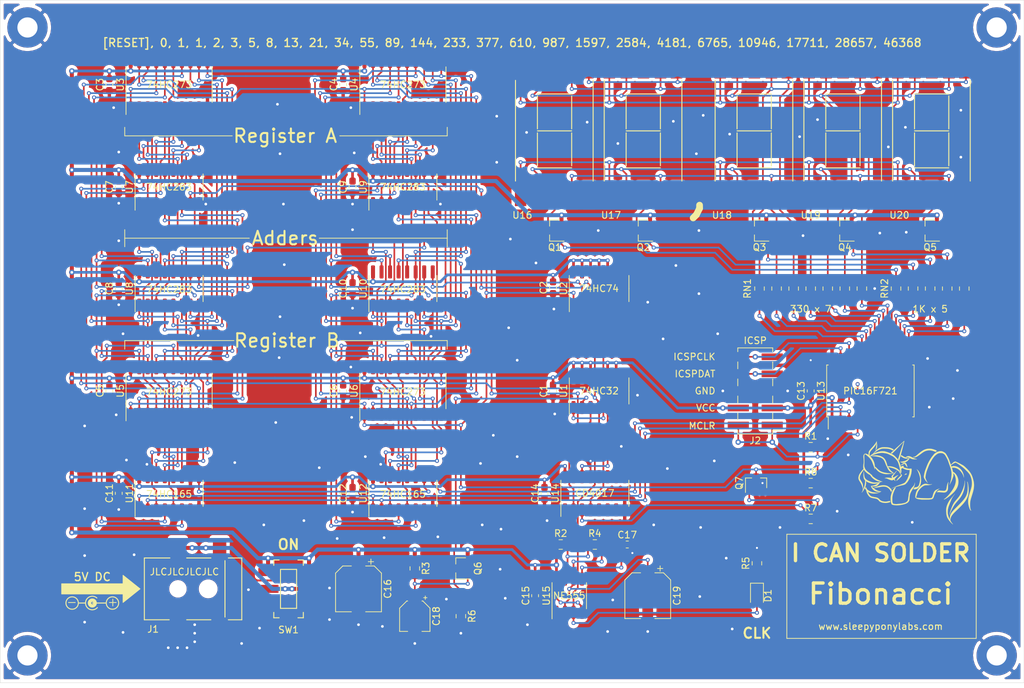
<source format=kicad_pcb>
(kicad_pcb (version 20171130) (host pcbnew "(5.1.12)-1")
  (title_block (title "I Can Solder Fibonacci SMD") (date 2021-11-18) (rev 1) (company "Sleepy Pony Labs"))
  (layers (0 F.Cu signal) (31 B.Cu signal) (34 B.Paste user) (35 F.Paste user) (36 B.SilkS user) (37 F.SilkS user) (38 B.Mask user) (39 F.Mask user) (44 Edge.Cuts user))
  (net 0 "")
  (net 1 GND)
  (net 2 +5V)
  (net 3 "Net-(C17-Pad1)")
  (net 4 "Net-(C18-Pad1)")
  (net 5 "Net-(C19-Pad1)")
  (net 6 /control/CLK)
  (net 7 "Net-(D1-Pad1)")
  (net 8 "Net-(J1-Pad1)")
  (net 9 "Net-(J2-Pad1)")
  (net 10 "Net-(Q1-Pad3)")
  (net 11 CA1)
  (net 12 "Net-(Q2-Pad3)")
  (net 13 CA3)
  (net 14 "Net-(Q3-Pad3)")
  (net 15 CA2)
  (net 16 "Net-(Q4-Pad3)")
  (net 17 CA4)
  (net 18 "Net-(Q5-Pad3)")
  (net 19 CA5)
  (net 20 M_RST)
  (net 21 /register_adder/~RST)
  (net 22 "Net-(R2-Pad2)")
  (net 23 "Net-(R7-Pad1)")
  (net 24 SEG_B)
  (net 25 SEG_A)
  (net 26 AN_2)
  (net 27 AN_1)
  (net 28 "Net-(SW1-Pad1)")
  (net 29 "Net-(U1-Pad6)")
  (net 30 STATE_RUN)
  (net 31 "Net-(U1-Pad11)")
  (net 32 "Net-(U1-Pad3)")
  (net 33 "Net-(U1-Pad8)")
  (net 34 OVF_NX)
  (net 35 "Net-(U2-Pad6)")
  (net 36 "Net-(U2-Pad9)")
  (net 37 /control/OVF)
  (net 38 "Net-(U2-Pad8)")
  (net 39 /register_adder/A7)
  (net 40 /register_adder/A3)
  (net 41 /display/B7)
  (net 42 /display/B3)
  (net 43 /display/B6)
  (net 44 /display/B2)
  (net 45 /register_adder/A6)
  (net 46 /register_adder/A2)
  (net 47 /register_adder/A5)
  (net 48 /register_adder/A1)
  (net 49 /display/B5)
  (net 50 /display/B1)
  (net 51 /display/B4)
  (net 52 /display/B0)
  (net 53 /register_adder/A4)
  (net 54 /register_adder/A0)
  (net 55 /register_adder/A15)
  (net 56 /register_adder/A11)
  (net 57 /display/B15)
  (net 58 /display/B11)
  (net 59 /display/B14)
  (net 60 /display/B10)
  (net 61 /register_adder/A14)
  (net 62 /register_adder/A10)
  (net 63 /register_adder/A13)
  (net 64 /register_adder/A9)
  (net 65 /display/B13)
  (net 66 /display/B9)
  (net 67 /display/B12)
  (net 68 /display/B8)
  (net 69 /register_adder/A12)
  (net 70 /register_adder/A8)
  (net 71 /register_adder/S7)
  (net 72 /register_adder/S3)
  (net 73 /register_adder/S6)
  (net 74 /register_adder/S2)
  (net 75 /register_adder/S5)
  (net 76 /register_adder/S1)
  (net 77 /register_adder/S4)
  (net 78 /register_adder/S0)
  (net 79 /register_adder/S15)
  (net 80 /register_adder/S11)
  (net 81 /register_adder/S14)
  (net 82 /register_adder/S10)
  (net 83 /register_adder/S13)
  (net 84 /register_adder/S9)
  (net 85 /register_adder/S12)
  (net 86 /register_adder/S8)
  (net 87 /register_adder/INIT)
  (net 88 "Net-(U7-Pad9)")
  (net 89 "Net-(U8-Pad9)")
  (net 90 "Net-(U10-Pad7)")
  (net 91 /display/G)
  (net 92 /display/F)
  (net 93 /display/A)
  (net 94 /display/B)
  (net 95 /display/C)
  (net 96 /display/D)
  (net 97 /display/E)
  (net 98 SHIFT_CLK)
  (net 99 ~PL)
  (net 100 INPUT)
  (net 101 SEG_G)
  (net 102 SEG_D)
  (net 103 SEG_E)
  (net 104 SEG_F)
  (net 105 SEG_C)
  (net 106 AN_5)
  (net 107 AN_4)
  (net 108 AN_3)
  (net 109 "Net-(U20-Pad5)")
  (net 110 "Net-(U11-Pad7)")
  (net 111 "Net-(U11-Pad9)")
  (net 112 "Net-(U12-Pad7)")
  (net 113 "Net-(U16-Pad5)")
  (net 114 "Net-(U16-Pad8)")
  (net 115 "Net-(U17-Pad5)")
  (net 116 "Net-(U17-Pad8)")
  (net 117 "Net-(U18-Pad5)")
  (net 118 "Net-(U18-Pad8)")
  (net 119 "Net-(U19-Pad5)")
  (net 120 "Net-(U19-Pad8)")
  (net 121 "Net-(U20-Pad8)")
  (net 122 "Net-(Q7-Pad1)")
  (net 123 "Net-(U14-Pad7)")
  (net 124 "Net-(U14-Pad6)")
  (net 125 "Net-(U14-Pad5)")
  (net 126 "Net-(U14-Pad12)")
  (net 127 "Net-(U14-Pad11)")
  (net 128 "Net-(U14-Pad10)")
  (net 129 "Net-(U14-Pad9)")
  (net 130 "Net-(U14-Pad1)")
  (net 131 "Net-(J2-Pad10)")
  (net 132 "Net-(J2-Pad7)")
  (module Connector_PinHeader_2.54mm:PinHeader_2x05_P2.54mm_Vertical_SMD (layer F.Cu) (at 137.795 108.966 180)
    (fp_text reference J2 (at 0 -7.41) (layer F.SilkS))
    (fp_text value ICSP)
    (pad 10 smd rect (at 2.525 5.08 180) (size 3.15 1) (layers F.Cu F.Paste F.Mask) (net 131 "Net-(J2-Pad10)"))
    (pad 9 smd rect (at -2.525 5.08 180) (size 3.15 1) (layers F.Cu F.Paste F.Mask) (net 131 "Net-(J2-Pad10)"))
    (pad 8 smd rect (at 2.525 2.54 180) (size 3.15 1) (layers F.Cu F.Paste F.Mask) (net 132 "Net-(J2-Pad7)"))
    (pad 7 smd rect (at -2.525 2.54 180) (size 3.15 1) (layers F.Cu F.Paste F.Mask) (net 132 "Net-(J2-Pad7)"))
    (pad 6 smd rect (at 2.525 0 180) (size 3.15 1) (layers F.Cu F.Paste F.Mask) (net 1 GND))
    (pad 5 smd rect (at -2.525 0 180) (size 3.15 1) (layers F.Cu F.Paste F.Mask) (net 1 GND))
    (pad 4 smd rect (at 2.525 -2.54 180) (size 3.15 1) (layers F.Cu F.Paste F.Mask) (net 2 +5V))
    (pad 3 smd rect (at -2.525 -2.54 180) (size 3.15 1) (layers F.Cu F.Paste F.Mask) (net 2 +5V))
    (pad 2 smd rect (at 2.525 -5.08 180) (size 3.15 1) (layers F.Cu F.Paste F.Mask) (net 9 "Net-(J2-Pad1)"))
    (pad 1 smd rect (at -2.525 -5.08 180) (size 3.15 1) (layers F.Cu F.Paste F.Mask) (net 9 "Net-(J2-Pad1)"))
  )
  (module fibonacci:BarrelJack_SMD (layer F.Cu) (at 46.863 138.43)
    (fp_text reference J1 (at 1.3 6) (layer F.SilkS))
    (fp_text value Jack-DC)
    (pad "" np_thru_hole circle (at 5 0 270) (size 1.6 1.6) (drill 1.6) (layers *.Cu *.Mask))
    (pad "" np_thru_hole circle (at 9.5 0 270) (size 1.8 1.8) (drill 1.8) (layers *.Cu *.Mask))
    (pad 3 smd rect (at 11.2 6 270) (size 3 2) (layers F.Cu F.Paste F.Mask))
    (pad 1 smd rect (at 11.2 -6 270) (size 3 2) (layers F.Cu F.Paste F.Mask) (net 8 "Net-(J1-Pad1)"))
    (pad 2 smd rect (at 5 6 270) (size 3 2) (layers F.Cu F.Paste F.Mask) (net 1 GND))
    (pad 1 smd rect (at 5 -6 270) (size 3 2) (layers F.Cu F.Paste F.Mask) (net 8 "Net-(J1-Pad1)"))
  )
  (module Package_SO:SOIC-16_3.9x9.9mm_P1.27mm (layer F.Cu) (at 85.344 93.726 90)
    (fp_text reference U10 (at 0 -5.9 90) (layer F.SilkS))
    (fp_text value 74HC283)
    (pad 16 smd roundrect (at 2.475 -4.445 90) (size 1.95 0.6) (layers F.Cu F.Paste F.Mask) (net 2 +5V))
    (pad 15 smd roundrect (at 2.475 -3.175 90) (size 1.95 0.6) (layers F.Cu F.Paste F.Mask) (net 59 /display/B14))
    (pad 14 smd roundrect (at 2.475 -1.905 90) (size 1.95 0.6) (layers F.Cu F.Paste F.Mask) (net 61 /register_adder/A14))
    (pad 13 smd roundrect (at 2.475 -0.635 90) (size 1.95 0.6) (layers F.Cu F.Paste F.Mask) (net 81 /register_adder/S14))
    (pad 12 smd roundrect (at 2.475 0.635 90) (size 1.95 0.6) (layers F.Cu F.Paste F.Mask) (net 55 /register_adder/A15))
    (pad 11 smd roundrect (at 2.475 1.905 90) (size 1.95 0.6) (layers F.Cu F.Paste F.Mask) (net 57 /display/B15))
    (pad 10 smd roundrect (at 2.475 3.175 90) (size 1.95 0.6) (layers F.Cu F.Paste F.Mask) (net 79 /register_adder/S15))
    (pad 9 smd roundrect (at 2.475 4.445 90) (size 1.95 0.6) (layers F.Cu F.Paste F.Mask) (net 37 /control/OVF))
    (pad 8 smd roundrect (at -2.475 4.445 90) (size 1.95 0.6) (layers F.Cu F.Paste F.Mask) (net 1 GND))
    (pad 7 smd roundrect (at -2.475 3.175 90) (size 1.95 0.6) (layers F.Cu F.Paste F.Mask) (net 90 "Net-(U10-Pad7)"))
    (pad 6 smd roundrect (at -2.475 1.905 90) (size 1.95 0.6) (layers F.Cu F.Paste F.Mask) (net 67 /display/B12))
    (pad 5 smd roundrect (at -2.475 0.635 90) (size 1.95 0.6) (layers F.Cu F.Paste F.Mask) (net 69 /register_adder/A12))
    (pad 4 smd roundrect (at -2.475 -0.635 90) (size 1.95 0.6) (layers F.Cu F.Paste F.Mask) (net 85 /register_adder/S12))
    (pad 3 smd roundrect (at -2.475 -1.905 90) (size 1.95 0.6) (layers F.Cu F.Paste F.Mask) (net 63 /register_adder/A13))
    (pad 2 smd roundrect (at -2.475 -3.175 90) (size 1.95 0.6) (layers F.Cu F.Paste F.Mask) (net 65 /display/B13))
    (pad 1 smd roundrect (at -2.475 -4.445 90) (size 1.95 0.6) (layers F.Cu F.Paste F.Mask) (net 83 /register_adder/S13))
  )
  (module Package_SO:SOIC-16_3.9x9.9mm_P1.27mm (layer F.Cu) (at 85.344 78.613 90)
    (fp_text reference U9 (at 0 -5.9 90) (layer F.SilkS))
    (fp_text value 74HC283)
    (pad 16 smd roundrect (at 2.475 -4.445 90) (size 1.95 0.6) (layers F.Cu F.Paste F.Mask) (net 2 +5V))
    (pad 15 smd roundrect (at 2.475 -3.175 90) (size 1.95 0.6) (layers F.Cu F.Paste F.Mask) (net 60 /display/B10))
    (pad 14 smd roundrect (at 2.475 -1.905 90) (size 1.95 0.6) (layers F.Cu F.Paste F.Mask) (net 62 /register_adder/A10))
    (pad 13 smd roundrect (at 2.475 -0.635 90) (size 1.95 0.6) (layers F.Cu F.Paste F.Mask) (net 82 /register_adder/S10))
    (pad 12 smd roundrect (at 2.475 0.635 90) (size 1.95 0.6) (layers F.Cu F.Paste F.Mask) (net 56 /register_adder/A11))
    (pad 11 smd roundrect (at 2.475 1.905 90) (size 1.95 0.6) (layers F.Cu F.Paste F.Mask) (net 58 /display/B11))
    (pad 10 smd roundrect (at 2.475 3.175 90) (size 1.95 0.6) (layers F.Cu F.Paste F.Mask) (net 80 /register_adder/S11))
    (pad 9 smd roundrect (at 2.475 4.445 90) (size 1.95 0.6) (layers F.Cu F.Paste F.Mask) (net 90 "Net-(U10-Pad7)"))
    (pad 8 smd roundrect (at -2.475 4.445 90) (size 1.95 0.6) (layers F.Cu F.Paste F.Mask) (net 1 GND))
    (pad 7 smd roundrect (at -2.475 3.175 90) (size 1.95 0.6) (layers F.Cu F.Paste F.Mask) (net 89 "Net-(U8-Pad9)"))
    (pad 6 smd roundrect (at -2.475 1.905 90) (size 1.95 0.6) (layers F.Cu F.Paste F.Mask) (net 68 /display/B8))
    (pad 5 smd roundrect (at -2.475 0.635 90) (size 1.95 0.6) (layers F.Cu F.Paste F.Mask) (net 70 /register_adder/A8))
    (pad 4 smd roundrect (at -2.475 -0.635 90) (size 1.95 0.6) (layers F.Cu F.Paste F.Mask) (net 86 /register_adder/S8))
    (pad 3 smd roundrect (at -2.475 -1.905 90) (size 1.95 0.6) (layers F.Cu F.Paste F.Mask) (net 64 /register_adder/A9))
    (pad 2 smd roundrect (at -2.475 -3.175 90) (size 1.95 0.6) (layers F.Cu F.Paste F.Mask) (net 66 /display/B9))
    (pad 1 smd roundrect (at -2.475 -4.445 90) (size 1.95 0.6) (layers F.Cu F.Paste F.Mask) (net 84 /register_adder/S9))
  )
  (module Package_SO:SOIC-16_3.9x9.9mm_P1.27mm (layer F.Cu) (at 50.546 93.726 90)
    (fp_text reference U8 (at 0 -5.9 90) (layer F.SilkS))
    (fp_text value 74HC283)
    (pad 16 smd roundrect (at 2.475 -4.445 90) (size 1.95 0.6) (layers F.Cu F.Paste F.Mask) (net 2 +5V))
    (pad 15 smd roundrect (at 2.475 -3.175 90) (size 1.95 0.6) (layers F.Cu F.Paste F.Mask) (net 43 /display/B6))
    (pad 14 smd roundrect (at 2.475 -1.905 90) (size 1.95 0.6) (layers F.Cu F.Paste F.Mask) (net 45 /register_adder/A6))
    (pad 13 smd roundrect (at 2.475 -0.635 90) (size 1.95 0.6) (layers F.Cu F.Paste F.Mask) (net 73 /register_adder/S6))
    (pad 12 smd roundrect (at 2.475 0.635 90) (size 1.95 0.6) (layers F.Cu F.Paste F.Mask) (net 39 /register_adder/A7))
    (pad 11 smd roundrect (at 2.475 1.905 90) (size 1.95 0.6) (layers F.Cu F.Paste F.Mask) (net 41 /display/B7))
    (pad 10 smd roundrect (at 2.475 3.175 90) (size 1.95 0.6) (layers F.Cu F.Paste F.Mask) (net 71 /register_adder/S7))
    (pad 9 smd roundrect (at 2.475 4.445 90) (size 1.95 0.6) (layers F.Cu F.Paste F.Mask) (net 89 "Net-(U8-Pad9)"))
    (pad 8 smd roundrect (at -2.475 4.445 90) (size 1.95 0.6) (layers F.Cu F.Paste F.Mask) (net 1 GND))
    (pad 7 smd roundrect (at -2.475 3.175 90) (size 1.95 0.6) (layers F.Cu F.Paste F.Mask) (net 88 "Net-(U7-Pad9)"))
    (pad 6 smd roundrect (at -2.475 1.905 90) (size 1.95 0.6) (layers F.Cu F.Paste F.Mask) (net 51 /display/B4))
    (pad 5 smd roundrect (at -2.475 0.635 90) (size 1.95 0.6) (layers F.Cu F.Paste F.Mask) (net 53 /register_adder/A4))
    (pad 4 smd roundrect (at -2.475 -0.635 90) (size 1.95 0.6) (layers F.Cu F.Paste F.Mask) (net 77 /register_adder/S4))
    (pad 3 smd roundrect (at -2.475 -1.905 90) (size 1.95 0.6) (layers F.Cu F.Paste F.Mask) (net 47 /register_adder/A5))
    (pad 2 smd roundrect (at -2.475 -3.175 90) (size 1.95 0.6) (layers F.Cu F.Paste F.Mask) (net 49 /display/B5))
    (pad 1 smd roundrect (at -2.475 -4.445 90) (size 1.95 0.6) (layers F.Cu F.Paste F.Mask) (net 75 /register_adder/S5))
  )
  (module Package_SO:SOIC-16_3.9x9.9mm_P1.27mm (layer F.Cu) (at 50.546 78.613 90)
    (fp_text reference U7 (at 0 -5.9 90) (layer F.SilkS))
    (fp_text value 74HC283)
    (pad 16 smd roundrect (at 2.475 -4.445 90) (size 1.95 0.6) (layers F.Cu F.Paste F.Mask) (net 2 +5V))
    (pad 15 smd roundrect (at 2.475 -3.175 90) (size 1.95 0.6) (layers F.Cu F.Paste F.Mask) (net 44 /display/B2))
    (pad 14 smd roundrect (at 2.475 -1.905 90) (size 1.95 0.6) (layers F.Cu F.Paste F.Mask) (net 46 /register_adder/A2))
    (pad 13 smd roundrect (at 2.475 -0.635 90) (size 1.95 0.6) (layers F.Cu F.Paste F.Mask) (net 74 /register_adder/S2))
    (pad 12 smd roundrect (at 2.475 0.635 90) (size 1.95 0.6) (layers F.Cu F.Paste F.Mask) (net 40 /register_adder/A3))
    (pad 11 smd roundrect (at 2.475 1.905 90) (size 1.95 0.6) (layers F.Cu F.Paste F.Mask) (net 42 /display/B3))
    (pad 10 smd roundrect (at 2.475 3.175 90) (size 1.95 0.6) (layers F.Cu F.Paste F.Mask) (net 72 /register_adder/S3))
    (pad 9 smd roundrect (at 2.475 4.445 90) (size 1.95 0.6) (layers F.Cu F.Paste F.Mask) (net 88 "Net-(U7-Pad9)"))
    (pad 8 smd roundrect (at -2.475 4.445 90) (size 1.95 0.6) (layers F.Cu F.Paste F.Mask) (net 1 GND))
    (pad 7 smd roundrect (at -2.475 3.175 90) (size 1.95 0.6) (layers F.Cu F.Paste F.Mask) (net 87 /register_adder/INIT))
    (pad 6 smd roundrect (at -2.475 1.905 90) (size 1.95 0.6) (layers F.Cu F.Paste F.Mask) (net 52 /display/B0))
    (pad 5 smd roundrect (at -2.475 0.635 90) (size 1.95 0.6) (layers F.Cu F.Paste F.Mask) (net 54 /register_adder/A0))
    (pad 4 smd roundrect (at -2.475 -0.635 90) (size 1.95 0.6) (layers F.Cu F.Paste F.Mask) (net 78 /register_adder/S0))
    (pad 3 smd roundrect (at -2.475 -1.905 90) (size 1.95 0.6) (layers F.Cu F.Paste F.Mask) (net 48 /register_adder/A1))
    (pad 2 smd roundrect (at -2.475 -3.175 90) (size 1.95 0.6) (layers F.Cu F.Paste F.Mask) (net 50 /display/B1))
    (pad 1 smd roundrect (at -2.475 -4.445 90) (size 1.95 0.6) (layers F.Cu F.Paste F.Mask) (net 76 /register_adder/S1))
  )
  (module Package_SO:SOIC-16_3.9x9.9mm_P1.27mm (layer F.Cu) (at 85.344 124.206 90)
    (fp_text reference U12 (at 0 -5.9 90) (layer F.SilkS))
    (fp_text value 74HC165)
    (pad 16 smd roundrect (at 2.475 -4.445 90) (size 1.95 0.6) (layers F.Cu F.Paste F.Mask) (net 2 +5V))
    (pad 15 smd roundrect (at 2.475 -3.175 90) (size 1.95 0.6) (layers F.Cu F.Paste F.Mask) (net 1 GND))
    (pad 14 smd roundrect (at 2.475 -1.905 90) (size 1.95 0.6) (layers F.Cu F.Paste F.Mask) (net 58 /display/B11))
    (pad 13 smd roundrect (at 2.475 -0.635 90) (size 1.95 0.6) (layers F.Cu F.Paste F.Mask) (net 60 /display/B10))
    (pad 12 smd roundrect (at 2.475 0.635 90) (size 1.95 0.6) (layers F.Cu F.Paste F.Mask) (net 66 /display/B9))
    (pad 11 smd roundrect (at 2.475 1.905 90) (size 1.95 0.6) (layers F.Cu F.Paste F.Mask) (net 68 /display/B8))
    (pad 10 smd roundrect (at 2.475 3.175 90) (size 1.95 0.6) (layers F.Cu F.Paste F.Mask) (net 111 "Net-(U11-Pad9)"))
    (pad 9 smd roundrect (at 2.475 4.445 90) (size 1.95 0.6) (layers F.Cu F.Paste F.Mask) (net 100 INPUT))
    (pad 8 smd roundrect (at -2.475 4.445 90) (size 1.95 0.6) (layers F.Cu F.Paste F.Mask) (net 1 GND))
    (pad 7 smd roundrect (at -2.475 3.175 90) (size 1.95 0.6) (layers F.Cu F.Paste F.Mask) (net 112 "Net-(U12-Pad7)"))
    (pad 6 smd roundrect (at -2.475 1.905 90) (size 1.95 0.6) (layers F.Cu F.Paste F.Mask) (net 57 /display/B15))
    (pad 5 smd roundrect (at -2.475 0.635 90) (size 1.95 0.6) (layers F.Cu F.Paste F.Mask) (net 59 /display/B14))
    (pad 4 smd roundrect (at -2.475 -0.635 90) (size 1.95 0.6) (layers F.Cu F.Paste F.Mask) (net 65 /display/B13))
    (pad 3 smd roundrect (at -2.475 -1.905 90) (size 1.95 0.6) (layers F.Cu F.Paste F.Mask) (net 67 /display/B12))
    (pad 2 smd roundrect (at -2.475 -3.175 90) (size 1.95 0.6) (layers F.Cu F.Paste F.Mask) (net 98 SHIFT_CLK))
    (pad 1 smd roundrect (at -2.475 -4.445 90) (size 1.95 0.6) (layers F.Cu F.Paste F.Mask) (net 99 ~PL))
  )
  (module Package_SO:SOIC-16_3.9x9.9mm_P1.27mm (layer F.Cu) (at 50.546 124.206 90)
    (fp_text reference U11 (at 0 -5.9 90) (layer F.SilkS))
    (fp_text value 74HC165)
    (pad 16 smd roundrect (at 2.475 -4.445 90) (size 1.95 0.6) (layers F.Cu F.Paste F.Mask) (net 2 +5V))
    (pad 15 smd roundrect (at 2.475 -3.175 90) (size 1.95 0.6) (layers F.Cu F.Paste F.Mask) (net 1 GND))
    (pad 14 smd roundrect (at 2.475 -1.905 90) (size 1.95 0.6) (layers F.Cu F.Paste F.Mask) (net 42 /display/B3))
    (pad 13 smd roundrect (at 2.475 -0.635 90) (size 1.95 0.6) (layers F.Cu F.Paste F.Mask) (net 44 /display/B2))
    (pad 12 smd roundrect (at 2.475 0.635 90) (size 1.95 0.6) (layers F.Cu F.Paste F.Mask) (net 50 /display/B1))
    (pad 11 smd roundrect (at 2.475 1.905 90) (size 1.95 0.6) (layers F.Cu F.Paste F.Mask) (net 52 /display/B0))
    (pad 10 smd roundrect (at 2.475 3.175 90) (size 1.95 0.6) (layers F.Cu F.Paste F.Mask) (net 1 GND))
    (pad 9 smd roundrect (at 2.475 4.445 90) (size 1.95 0.6) (layers F.Cu F.Paste F.Mask) (net 111 "Net-(U11-Pad9)"))
    (pad 8 smd roundrect (at -2.475 4.445 90) (size 1.95 0.6) (layers F.Cu F.Paste F.Mask) (net 1 GND))
    (pad 7 smd roundrect (at -2.475 3.175 90) (size 1.95 0.6) (layers F.Cu F.Paste F.Mask) (net 110 "Net-(U11-Pad7)"))
    (pad 6 smd roundrect (at -2.475 1.905 90) (size 1.95 0.6) (layers F.Cu F.Paste F.Mask) (net 41 /display/B7))
    (pad 5 smd roundrect (at -2.475 0.635 90) (size 1.95 0.6) (layers F.Cu F.Paste F.Mask) (net 43 /display/B6))
    (pad 4 smd roundrect (at -2.475 -0.635 90) (size 1.95 0.6) (layers F.Cu F.Paste F.Mask) (net 49 /display/B5))
    (pad 3 smd roundrect (at -2.475 -1.905 90) (size 1.95 0.6) (layers F.Cu F.Paste F.Mask) (net 51 /display/B4))
    (pad 2 smd roundrect (at -2.475 -3.175 90) (size 1.95 0.6) (layers F.Cu F.Paste F.Mask) (net 98 SHIFT_CLK))
    (pad 1 smd roundrect (at -2.475 -4.445 90) (size 1.95 0.6) (layers F.Cu F.Paste F.Mask) (net 99 ~PL))
  )
  (module Package_SO:SO-20_5.3x12.6mm_P1.27mm (layer F.Cu) (at 85.344 108.966 90)
    (fp_text reference U6 (at 0 -7.25 90) (layer F.SilkS))
    (fp_text value 74HC273)
    (pad 20 smd roundrect (at 3.4625 -5.715 90) (size 1.975 0.6) (layers F.Cu F.Paste F.Mask) (net 2 +5V))
    (pad 19 smd roundrect (at 3.4625 -4.445 90) (size 1.975 0.6) (layers F.Cu F.Paste F.Mask) (net 57 /display/B15))
    (pad 18 smd roundrect (at 3.4625 -3.175 90) (size 1.975 0.6) (layers F.Cu F.Paste F.Mask) (net 79 /register_adder/S15))
    (pad 17 smd roundrect (at 3.4625 -1.905 90) (size 1.975 0.6) (layers F.Cu F.Paste F.Mask) (net 81 /register_adder/S14))
    (pad 16 smd roundrect (at 3.4625 -0.635 90) (size 1.975 0.6) (layers F.Cu F.Paste F.Mask) (net 59 /display/B14))
    (pad 15 smd roundrect (at 3.4625 0.635 90) (size 1.975 0.6) (layers F.Cu F.Paste F.Mask) (net 65 /display/B13))
    (pad 14 smd roundrect (at 3.4625 1.905 90) (size 1.975 0.6) (layers F.Cu F.Paste F.Mask) (net 83 /register_adder/S13))
    (pad 13 smd roundrect (at 3.4625 3.175 90) (size 1.975 0.6) (layers F.Cu F.Paste F.Mask) (net 85 /register_adder/S12))
    (pad 12 smd roundrect (at 3.4625 4.445 90) (size 1.975 0.6) (layers F.Cu F.Paste F.Mask) (net 67 /display/B12))
    (pad 11 smd roundrect (at 3.4625 5.715 90) (size 1.975 0.6) (layers F.Cu F.Paste F.Mask) (net 6 /control/CLK))
    (pad 10 smd roundrect (at -3.4625 5.715 90) (size 1.975 0.6) (layers F.Cu F.Paste F.Mask) (net 1 GND))
    (pad 9 smd roundrect (at -3.4625 4.445 90) (size 1.975 0.6) (layers F.Cu F.Paste F.Mask) (net 58 /display/B11))
    (pad 8 smd roundrect (at -3.4625 3.175 90) (size 1.975 0.6) (layers F.Cu F.Paste F.Mask) (net 80 /register_adder/S11))
    (pad 7 smd roundrect (at -3.4625 1.905 90) (size 1.975 0.6) (layers F.Cu F.Paste F.Mask) (net 82 /register_adder/S10))
    (pad 6 smd roundrect (at -3.4625 0.635 90) (size 1.975 0.6) (layers F.Cu F.Paste F.Mask) (net 60 /display/B10))
    (pad 5 smd roundrect (at -3.4625 -0.635 90) (size 1.975 0.6) (layers F.Cu F.Paste F.Mask) (net 66 /display/B9))
    (pad 4 smd roundrect (at -3.4625 -1.905 90) (size 1.975 0.6) (layers F.Cu F.Paste F.Mask) (net 84 /register_adder/S9))
    (pad 3 smd roundrect (at -3.4625 -3.175 90) (size 1.975 0.6) (layers F.Cu F.Paste F.Mask) (net 86 /register_adder/S8))
    (pad 2 smd roundrect (at -3.4625 -4.445 90) (size 1.975 0.6) (layers F.Cu F.Paste F.Mask) (net 68 /display/B8))
    (pad 1 smd roundrect (at -3.4625 -5.715 90) (size 1.975 0.6) (layers F.Cu F.Paste F.Mask) (net 21 /register_adder/~RST))
  )
  (module Package_SO:SO-20_5.3x12.6mm_P1.27mm (layer F.Cu) (at 50.546 108.966 90)
    (fp_text reference U5 (at 0 -7.25 90) (layer F.SilkS))
    (fp_text value 74HC273)
    (pad 20 smd roundrect (at 3.4625 -5.715 90) (size 1.975 0.6) (layers F.Cu F.Paste F.Mask) (net 2 +5V))
    (pad 19 smd roundrect (at 3.4625 -4.445 90) (size 1.975 0.6) (layers F.Cu F.Paste F.Mask) (net 41 /display/B7))
    (pad 18 smd roundrect (at 3.4625 -3.175 90) (size 1.975 0.6) (layers F.Cu F.Paste F.Mask) (net 71 /register_adder/S7))
    (pad 17 smd roundrect (at 3.4625 -1.905 90) (size 1.975 0.6) (layers F.Cu F.Paste F.Mask) (net 73 /register_adder/S6))
    (pad 16 smd roundrect (at 3.4625 -0.635 90) (size 1.975 0.6) (layers F.Cu F.Paste F.Mask) (net 43 /display/B6))
    (pad 15 smd roundrect (at 3.4625 0.635 90) (size 1.975 0.6) (layers F.Cu F.Paste F.Mask) (net 49 /display/B5))
    (pad 14 smd roundrect (at 3.4625 1.905 90) (size 1.975 0.6) (layers F.Cu F.Paste F.Mask) (net 75 /register_adder/S5))
    (pad 13 smd roundrect (at 3.4625 3.175 90) (size 1.975 0.6) (layers F.Cu F.Paste F.Mask) (net 77 /register_adder/S4))
    (pad 12 smd roundrect (at 3.4625 4.445 90) (size 1.975 0.6) (layers F.Cu F.Paste F.Mask) (net 51 /display/B4))
    (pad 11 smd roundrect (at 3.4625 5.715 90) (size 1.975 0.6) (layers F.Cu F.Paste F.Mask) (net 6 /control/CLK))
    (pad 10 smd roundrect (at -3.4625 5.715 90) (size 1.975 0.6) (layers F.Cu F.Paste F.Mask) (net 1 GND))
    (pad 9 smd roundrect (at -3.4625 4.445 90) (size 1.975 0.6) (layers F.Cu F.Paste F.Mask) (net 42 /display/B3))
    (pad 8 smd roundrect (at -3.4625 3.175 90) (size 1.975 0.6) (layers F.Cu F.Paste F.Mask) (net 72 /register_adder/S3))
    (pad 7 smd roundrect (at -3.4625 1.905 90) (size 1.975 0.6) (layers F.Cu F.Paste F.Mask) (net 74 /register_adder/S2))
    (pad 6 smd roundrect (at -3.4625 0.635 90) (size 1.975 0.6) (layers F.Cu F.Paste F.Mask) (net 44 /display/B2))
    (pad 5 smd roundrect (at -3.4625 -0.635 90) (size 1.975 0.6) (layers F.Cu F.Paste F.Mask) (net 50 /display/B1))
    (pad 4 smd roundrect (at -3.4625 -1.905 90) (size 1.975 0.6) (layers F.Cu F.Paste F.Mask) (net 76 /register_adder/S1))
    (pad 3 smd roundrect (at -3.4625 -3.175 90) (size 1.975 0.6) (layers F.Cu F.Paste F.Mask) (net 78 /register_adder/S0))
    (pad 2 smd roundrect (at -3.4625 -4.445 90) (size 1.975 0.6) (layers F.Cu F.Paste F.Mask) (net 52 /display/B0))
    (pad 1 smd roundrect (at -3.4625 -5.715 90) (size 1.975 0.6) (layers F.Cu F.Paste F.Mask) (net 21 /register_adder/~RST))
  )
  (module Package_SO:SO-20_5.3x12.6mm_P1.27mm (layer F.Cu) (at 85.344 63.373 90)
    (fp_text reference U4 (at 0 -7.25 90) (layer F.SilkS))
    (fp_text value 74HC273)
    (pad 20 smd roundrect (at 3.4625 -5.715 90) (size 1.975 0.6) (layers F.Cu F.Paste F.Mask) (net 2 +5V))
    (pad 19 smd roundrect (at 3.4625 -4.445 90) (size 1.975 0.6) (layers F.Cu F.Paste F.Mask) (net 55 /register_adder/A15))
    (pad 18 smd roundrect (at 3.4625 -3.175 90) (size 1.975 0.6) (layers F.Cu F.Paste F.Mask) (net 57 /display/B15))
    (pad 17 smd roundrect (at 3.4625 -1.905 90) (size 1.975 0.6) (layers F.Cu F.Paste F.Mask) (net 59 /display/B14))
    (pad 16 smd roundrect (at 3.4625 -0.635 90) (size 1.975 0.6) (layers F.Cu F.Paste F.Mask) (net 61 /register_adder/A14))
    (pad 15 smd roundrect (at 3.4625 0.635 90) (size 1.975 0.6) (layers F.Cu F.Paste F.Mask) (net 63 /register_adder/A13))
    (pad 14 smd roundrect (at 3.4625 1.905 90) (size 1.975 0.6) (layers F.Cu F.Paste F.Mask) (net 65 /display/B13))
    (pad 13 smd roundrect (at 3.4625 3.175 90) (size 1.975 0.6) (layers F.Cu F.Paste F.Mask) (net 67 /display/B12))
    (pad 12 smd roundrect (at 3.4625 4.445 90) (size 1.975 0.6) (layers F.Cu F.Paste F.Mask) (net 69 /register_adder/A12))
    (pad 11 smd roundrect (at 3.4625 5.715 90) (size 1.975 0.6) (layers F.Cu F.Paste F.Mask) (net 6 /control/CLK))
    (pad 10 smd roundrect (at -3.4625 5.715 90) (size 1.975 0.6) (layers F.Cu F.Paste F.Mask) (net 1 GND))
    (pad 9 smd roundrect (at -3.4625 4.445 90) (size 1.975 0.6) (layers F.Cu F.Paste F.Mask) (net 56 /register_adder/A11))
    (pad 8 smd roundrect (at -3.4625 3.175 90) (size 1.975 0.6) (layers F.Cu F.Paste F.Mask) (net 58 /display/B11))
    (pad 7 smd roundrect (at -3.4625 1.905 90) (size 1.975 0.6) (layers F.Cu F.Paste F.Mask) (net 60 /display/B10))
    (pad 6 smd roundrect (at -3.4625 0.635 90) (size 1.975 0.6) (layers F.Cu F.Paste F.Mask) (net 62 /register_adder/A10))
    (pad 5 smd roundrect (at -3.4625 -0.635 90) (size 1.975 0.6) (layers F.Cu F.Paste F.Mask) (net 64 /register_adder/A9))
    (pad 4 smd roundrect (at -3.4625 -1.905 90) (size 1.975 0.6) (layers F.Cu F.Paste F.Mask) (net 66 /display/B9))
    (pad 3 smd roundrect (at -3.4625 -3.175 90) (size 1.975 0.6) (layers F.Cu F.Paste F.Mask) (net 68 /display/B8))
    (pad 2 smd roundrect (at -3.4625 -4.445 90) (size 1.975 0.6) (layers F.Cu F.Paste F.Mask) (net 70 /register_adder/A8))
    (pad 1 smd roundrect (at -3.4625 -5.715 90) (size 1.975 0.6) (layers F.Cu F.Paste F.Mask) (net 21 /register_adder/~RST))
  )
  (module Package_SO:SO-20_5.3x12.6mm_P1.27mm (layer F.Cu) (at 50.546 63.373 90)
    (fp_text reference U3 (at 0 -7.25 90) (layer F.SilkS))
    (fp_text value 74HC273)
    (pad 20 smd roundrect (at 3.4625 -5.715 90) (size 1.975 0.6) (layers F.Cu F.Paste F.Mask) (net 2 +5V))
    (pad 19 smd roundrect (at 3.4625 -4.445 90) (size 1.975 0.6) (layers F.Cu F.Paste F.Mask) (net 39 /register_adder/A7))
    (pad 18 smd roundrect (at 3.4625 -3.175 90) (size 1.975 0.6) (layers F.Cu F.Paste F.Mask) (net 41 /display/B7))
    (pad 17 smd roundrect (at 3.4625 -1.905 90) (size 1.975 0.6) (layers F.Cu F.Paste F.Mask) (net 43 /display/B6))
    (pad 16 smd roundrect (at 3.4625 -0.635 90) (size 1.975 0.6) (layers F.Cu F.Paste F.Mask) (net 45 /register_adder/A6))
    (pad 15 smd roundrect (at 3.4625 0.635 90) (size 1.975 0.6) (layers F.Cu F.Paste F.Mask) (net 47 /register_adder/A5))
    (pad 14 smd roundrect (at 3.4625 1.905 90) (size 1.975 0.6) (layers F.Cu F.Paste F.Mask) (net 49 /display/B5))
    (pad 13 smd roundrect (at 3.4625 3.175 90) (size 1.975 0.6) (layers F.Cu F.Paste F.Mask) (net 51 /display/B4))
    (pad 12 smd roundrect (at 3.4625 4.445 90) (size 1.975 0.6) (layers F.Cu F.Paste F.Mask) (net 53 /register_adder/A4))
    (pad 11 smd roundrect (at 3.4625 5.715 90) (size 1.975 0.6) (layers F.Cu F.Paste F.Mask) (net 6 /control/CLK))
    (pad 10 smd roundrect (at -3.4625 5.715 90) (size 1.975 0.6) (layers F.Cu F.Paste F.Mask) (net 1 GND))
    (pad 9 smd roundrect (at -3.4625 4.445 90) (size 1.975 0.6) (layers F.Cu F.Paste F.Mask) (net 40 /register_adder/A3))
    (pad 8 smd roundrect (at -3.4625 3.175 90) (size 1.975 0.6) (layers F.Cu F.Paste F.Mask) (net 42 /display/B3))
    (pad 7 smd roundrect (at -3.4625 1.905 90) (size 1.975 0.6) (layers F.Cu F.Paste F.Mask) (net 44 /display/B2))
    (pad 6 smd roundrect (at -3.4625 0.635 90) (size 1.975 0.6) (layers F.Cu F.Paste F.Mask) (net 46 /register_adder/A2))
    (pad 5 smd roundrect (at -3.4625 -0.635 90) (size 1.975 0.6) (layers F.Cu F.Paste F.Mask) (net 48 /register_adder/A1))
    (pad 4 smd roundrect (at -3.4625 -1.905 90) (size 1.975 0.6) (layers F.Cu F.Paste F.Mask) (net 50 /display/B1))
    (pad 3 smd roundrect (at -3.4625 -3.175 90) (size 1.975 0.6) (layers F.Cu F.Paste F.Mask) (net 52 /display/B0))
    (pad 2 smd roundrect (at -3.4625 -4.445 90) (size 1.975 0.6) (layers F.Cu F.Paste F.Mask) (net 54 /register_adder/A0))
    (pad 1 smd roundrect (at -3.4625 -5.715 90) (size 1.975 0.6) (layers F.Cu F.Paste F.Mask) (net 21 /register_adder/~RST))
  )
  (module Package_SO:SOIC-16_3.9x9.9mm_P1.27mm (layer F.Cu) (at 113.919 124.206 90)
    (fp_text reference U14 (at 0 -5.9 90) (layer F.SilkS))
    (fp_text value 4017)
    (pad 16 smd roundrect (at 2.475 -4.445 90) (size 1.95 0.6) (layers F.Cu F.Paste F.Mask) (net 2 +5V))
    (pad 15 smd roundrect (at 2.475 -3.175 90) (size 1.95 0.6) (layers F.Cu F.Paste F.Mask) (net 32 "Net-(U1-Pad3)"))
    (pad 14 smd roundrect (at 2.475 -1.905 90) (size 1.95 0.6) (layers F.Cu F.Paste F.Mask) (net 29 "Net-(U1-Pad6)"))
    (pad 13 smd roundrect (at 2.475 -0.635 90) (size 1.95 0.6) (layers F.Cu F.Paste F.Mask) (net 1 GND))
    (pad 12 smd roundrect (at 2.475 0.635 90) (size 1.95 0.6) (layers F.Cu F.Paste F.Mask) (net 126 "Net-(U14-Pad12)"))
    (pad 11 smd roundrect (at 2.475 1.905 90) (size 1.95 0.6) (layers F.Cu F.Paste F.Mask) (net 127 "Net-(U14-Pad11)"))
    (pad 10 smd roundrect (at 2.475 3.175 90) (size 1.95 0.6) (layers F.Cu F.Paste F.Mask) (net 128 "Net-(U14-Pad10)"))
    (pad 9 smd roundrect (at 2.475 4.445 90) (size 1.95 0.6) (layers F.Cu F.Paste F.Mask) (net 129 "Net-(U14-Pad9)"))
    (pad 8 smd roundrect (at -2.475 4.445 90) (size 1.95 0.6) (layers F.Cu F.Paste F.Mask) (net 1 GND))
    (pad 7 smd roundrect (at -2.475 3.175 90) (size 1.95 0.6) (layers F.Cu F.Paste F.Mask) (net 123 "Net-(U14-Pad7)"))
    (pad 6 smd roundrect (at -2.475 1.905 90) (size 1.95 0.6) (layers F.Cu F.Paste F.Mask) (net 124 "Net-(U14-Pad6)"))
    (pad 5 smd roundrect (at -2.475 0.635 90) (size 1.95 0.6) (layers F.Cu F.Paste F.Mask) (net 125 "Net-(U14-Pad5)"))
    (pad 4 smd roundrect (at -2.475 -0.635 90) (size 1.95 0.6) (layers F.Cu F.Paste F.Mask) (net 30 STATE_RUN))
    (pad 3 smd roundrect (at -2.475 -1.905 90) (size 1.95 0.6) (layers F.Cu F.Paste F.Mask) (net 23 "Net-(R7-Pad1)"))
    (pad 2 smd roundrect (at -2.475 -3.175 90) (size 1.95 0.6) (layers F.Cu F.Paste F.Mask) (net 87 /register_adder/INIT))
    (pad 1 smd roundrect (at -2.475 -4.445 90) (size 1.95 0.6) (layers F.Cu F.Paste F.Mask) (net 130 "Net-(U14-Pad1)"))
  )
  (module Package_SO:SOIC-14_3.9x8.7mm_P1.27mm (layer F.Cu) (at 114.554 93.726 90)
    (fp_text reference U2 (at 0 -5.28 90) (layer F.SilkS))
    (fp_text value 74HC74)
    (pad 14 smd roundrect (at 2.475 -3.81 90) (size 1.95 0.6) (layers F.Cu F.Paste F.Mask) (net 2 +5V))
    (pad 13 smd roundrect (at 2.475 -2.54 90) (size 1.95 0.6) (layers F.Cu F.Paste F.Mask) (net 2 +5V))
    (pad 12 smd roundrect (at 2.475 -1.27 90) (size 1.95 0.6) (layers F.Cu F.Paste F.Mask) (net 2 +5V))
    (pad 11 smd roundrect (at 2.475 0 90) (size 1.95 0.6) (layers F.Cu F.Paste F.Mask) (net 2 +5V))
    (pad 10 smd roundrect (at 2.475 1.27 90) (size 1.95 0.6) (layers F.Cu F.Paste F.Mask) (net 2 +5V))
    (pad 9 smd roundrect (at 2.475 2.54 90) (size 1.95 0.6) (layers F.Cu F.Paste F.Mask) (net 36 "Net-(U2-Pad9)"))
    (pad 8 smd roundrect (at 2.475 3.81 90) (size 1.95 0.6) (layers F.Cu F.Paste F.Mask) (net 38 "Net-(U2-Pad8)"))
    (pad 7 smd roundrect (at -2.475 3.81 90) (size 1.95 0.6) (layers F.Cu F.Paste F.Mask) (net 1 GND))
    (pad 6 smd roundrect (at -2.475 2.54 90) (size 1.95 0.6) (layers F.Cu F.Paste F.Mask) (net 35 "Net-(U2-Pad6)"))
    (pad 5 smd roundrect (at -2.475 1.27 90) (size 1.95 0.6) (layers F.Cu F.Paste F.Mask) (net 34 OVF_NX))
    (pad 4 smd roundrect (at -2.475 0 90) (size 1.95 0.6) (layers F.Cu F.Paste F.Mask) (net 2 +5V))
    (pad 3 smd roundrect (at -2.475 -1.27 90) (size 1.95 0.6) (layers F.Cu F.Paste F.Mask) (net 6 /control/CLK))
    (pad 2 smd roundrect (at -2.475 -2.54 90) (size 1.95 0.6) (layers F.Cu F.Paste F.Mask) (net 37 /control/OVF))
    (pad 1 smd roundrect (at -2.475 -3.81 90) (size 1.95 0.6) (layers F.Cu F.Paste F.Mask) (net 21 /register_adder/~RST))
  )
  (module Package_SO:SOIC-14_3.9x8.7mm_P1.27mm (layer F.Cu) (at 114.554 108.966 90)
    (fp_text reference U1 (at 0 -5.28 90) (layer F.SilkS))
    (fp_text value 74HC32)
    (pad 14 smd roundrect (at 2.475 -3.81 90) (size 1.95 0.6) (layers F.Cu F.Paste F.Mask) (net 2 +5V))
    (pad 13 smd roundrect (at 2.475 -2.54 90) (size 1.95 0.6) (layers F.Cu F.Paste F.Mask) (net 2 +5V))
    (pad 12 smd roundrect (at 2.475 -1.27 90) (size 1.95 0.6) (layers F.Cu F.Paste F.Mask) (net 2 +5V))
    (pad 11 smd roundrect (at 2.475 0 90) (size 1.95 0.6) (layers F.Cu F.Paste F.Mask) (net 31 "Net-(U1-Pad11)"))
    (pad 10 smd roundrect (at 2.475 1.27 90) (size 1.95 0.6) (layers F.Cu F.Paste F.Mask) (net 2 +5V))
    (pad 9 smd roundrect (at 2.475 2.54 90) (size 1.95 0.6) (layers F.Cu F.Paste F.Mask) (net 2 +5V))
    (pad 8 smd roundrect (at 2.475 3.81 90) (size 1.95 0.6) (layers F.Cu F.Paste F.Mask) (net 33 "Net-(U1-Pad8)"))
    (pad 7 smd roundrect (at -2.475 3.81 90) (size 1.95 0.6) (layers F.Cu F.Paste F.Mask) (net 1 GND))
    (pad 6 smd roundrect (at -2.475 2.54 90) (size 1.95 0.6) (layers F.Cu F.Paste F.Mask) (net 29 "Net-(U1-Pad6)"))
    (pad 5 smd roundrect (at -2.475 1.27 90) (size 1.95 0.6) (layers F.Cu F.Paste F.Mask) (net 30 STATE_RUN))
    (pad 4 smd roundrect (at -2.475 0 90) (size 1.95 0.6) (layers F.Cu F.Paste F.Mask) (net 6 /control/CLK))
    (pad 3 smd roundrect (at -2.475 -1.27 90) (size 1.95 0.6) (layers F.Cu F.Paste F.Mask) (net 32 "Net-(U1-Pad3)"))
    (pad 2 smd roundrect (at -2.475 -2.54 90) (size 1.95 0.6) (layers F.Cu F.Paste F.Mask) (net 20 M_RST))
    (pad 1 smd roundrect (at -2.475 -3.81 90) (size 1.95 0.6) (layers F.Cu F.Paste F.Mask) (net 34 OVF_NX))
  )
  (module Package_SO:SOIC-8_3.9x4.9mm_P1.27mm (layer F.Cu) (at 110.109 139.446 90)
    (fp_text reference U15 (at 0 -3.4 90) (layer F.SilkS))
    (fp_text value NE555P)
    (pad 8 smd roundrect (at 2.475 -1.905 90) (size 1.95 0.6) (layers F.Cu F.Paste F.Mask) (net 2 +5V))
    (pad 7 smd roundrect (at 2.475 -0.635 90) (size 1.95 0.6) (layers F.Cu F.Paste F.Mask) (net 22 "Net-(R2-Pad2)"))
    (pad 6 smd roundrect (at 2.475 0.635 90) (size 1.95 0.6) (layers F.Cu F.Paste F.Mask) (net 5 "Net-(C19-Pad1)"))
    (pad 5 smd roundrect (at 2.475 1.905 90) (size 1.95 0.6) (layers F.Cu F.Paste F.Mask) (net 3 "Net-(C17-Pad1)"))
    (pad 4 smd roundrect (at -2.475 1.905 90) (size 1.95 0.6) (layers F.Cu F.Paste F.Mask) (net 2 +5V))
    (pad 3 smd roundrect (at -2.475 0.635 90) (size 1.95 0.6) (layers F.Cu F.Paste F.Mask) (net 6 /control/CLK))
    (pad 2 smd roundrect (at -2.475 -0.635 90) (size 1.95 0.6) (layers F.Cu F.Paste F.Mask) (net 5 "Net-(C19-Pad1)"))
    (pad 1 smd roundrect (at -2.475 -1.905 90) (size 1.95 0.6) (layers F.Cu F.Paste F.Mask) (net 1 GND))
  )
  (module Capacitor_SMD:C_0603_1608Metric_Pad1.05x0.95mm_HandSolder (layer F.Cu) (at 105.029 139.446 270)
    (fp_text reference C15 (at 0 1.397 90) (layer F.SilkS))
    (fp_text value 100nF)
    (pad 1 smd roundrect (at -0.875 0 270) (size 1.05 0.95) (layers F.Cu F.Paste F.Mask) (net 2 +5V))
    (pad 2 smd roundrect (at 0.875 0 270) (size 1.05 0.95) (layers F.Cu F.Paste F.Mask) (net 1 GND))
  )
  (module Capacitor_SMD:C_0603_1608Metric_Pad1.05x0.95mm_HandSolder (layer F.Cu) (at 106.426 124.206 270)
    (fp_text reference C14 (at 0 1.397 90) (layer F.SilkS))
    (fp_text value 100nF)
    (pad 2 smd roundrect (at 0.875 0 270) (size 1.05 0.95) (layers F.Cu F.Paste F.Mask) (net 1 GND))
    (pad 1 smd roundrect (at -0.875 0 270) (size 1.05 0.95) (layers F.Cu F.Paste F.Mask) (net 2 +5V))
  )
  (module Capacitor_SMD:C_0603_1608Metric_Pad1.05x0.95mm_HandSolder (layer F.Cu) (at 146.05 108.966 90)
    (fp_text reference C13 (at 0 -1.43 90) (layer F.SilkS))
    (fp_text value 100nF)
    (pad 2 smd roundrect (at 0.875 0 90) (size 1.05 0.95) (layers F.Cu F.Paste F.Mask) (net 1 GND))
    (pad 1 smd roundrect (at -0.875 0 90) (size 1.05 0.95) (layers F.Cu F.Paste F.Mask) (net 2 +5V))
  )
  (module Capacitor_SMD:C_0603_1608Metric_Pad1.05x0.95mm_HandSolder (layer F.Cu) (at 77.851 124.206 270)
    (fp_text reference C12 (at 0 1.397 90) (layer F.SilkS))
    (fp_text value 100nF)
    (pad 2 smd roundrect (at 0.875 0 270) (size 1.05 0.95) (layers F.Cu F.Paste F.Mask) (net 1 GND))
    (pad 1 smd roundrect (at -0.875 0 270) (size 1.05 0.95) (layers F.Cu F.Paste F.Mask) (net 2 +5V))
  )
  (module Capacitor_SMD:C_0603_1608Metric_Pad1.05x0.95mm_HandSolder (layer F.Cu) (at 43.053 124.206 270)
    (fp_text reference C11 (at 0 1.397 90) (layer F.SilkS))
    (fp_text value 100nF)
    (pad 2 smd roundrect (at 0.875 0 270) (size 1.05 0.95) (layers F.Cu F.Paste F.Mask) (net 1 GND))
    (pad 1 smd roundrect (at -0.875 0 270) (size 1.05 0.95) (layers F.Cu F.Paste F.Mask) (net 2 +5V))
  )
  (module Capacitor_SMD:C_0603_1608Metric_Pad1.05x0.95mm_HandSolder (layer F.Cu) (at 77.851 93.726 270)
    (fp_text reference C10 (at 0 1.397 90) (layer F.SilkS))
    (fp_text value 100nF)
    (pad 2 smd roundrect (at 0.875 0 270) (size 1.05 0.95) (layers F.Cu F.Paste F.Mask) (net 1 GND))
    (pad 1 smd roundrect (at -0.875 0 270) (size 1.05 0.95) (layers F.Cu F.Paste F.Mask) (net 2 +5V))
  )
  (module Capacitor_SMD:C_0603_1608Metric_Pad1.05x0.95mm_HandSolder (layer F.Cu) (at 77.851 78.613 270)
    (fp_text reference C9 (at 0 1.397 90) (layer F.SilkS))
    (fp_text value 100nF)
    (pad 2 smd roundrect (at 0.875 0 270) (size 1.05 0.95) (layers F.Cu F.Paste F.Mask) (net 1 GND))
    (pad 1 smd roundrect (at -0.875 0 270) (size 1.05 0.95) (layers F.Cu F.Paste F.Mask) (net 2 +5V))
  )
  (module Capacitor_SMD:C_0603_1608Metric_Pad1.05x0.95mm_HandSolder (layer F.Cu) (at 43.053 93.726 270)
    (fp_text reference C8 (at 0 1.397 90) (layer F.SilkS))
    (fp_text value 100nF)
    (pad 2 smd roundrect (at 0.875 0 270) (size 1.05 0.95) (layers F.Cu F.Paste F.Mask) (net 1 GND))
    (pad 1 smd roundrect (at -0.875 0 270) (size 1.05 0.95) (layers F.Cu F.Paste F.Mask) (net 2 +5V))
  )
  (module Capacitor_SMD:C_0603_1608Metric_Pad1.05x0.95mm_HandSolder (layer F.Cu) (at 43.053 78.613 270)
    (fp_text reference C7 (at 0 1.397 90) (layer F.SilkS))
    (fp_text value 100nF)
    (pad 2 smd roundrect (at 0.875 0 270) (size 1.05 0.95) (layers F.Cu F.Paste F.Mask) (net 1 GND))
    (pad 1 smd roundrect (at -0.875 0 270) (size 1.05 0.95) (layers F.Cu F.Paste F.Mask) (net 2 +5V))
  )
  (module Capacitor_SMD:C_0603_1608Metric_Pad1.05x0.95mm_HandSolder (layer F.Cu) (at 76.454 108.966 270)
    (fp_text reference C6 (at 0 1.397 90) (layer F.SilkS))
    (fp_text value 100nF)
    (pad 2 smd roundrect (at 0.875 0 270) (size 1.05 0.95) (layers F.Cu F.Paste F.Mask) (net 1 GND))
    (pad 1 smd roundrect (at -0.875 0 270) (size 1.05 0.95) (layers F.Cu F.Paste F.Mask) (net 2 +5V))
  )
  (module Capacitor_SMD:C_0603_1608Metric_Pad1.05x0.95mm_HandSolder (layer F.Cu) (at 41.656 108.966 270)
    (fp_text reference C5 (at 0 1.397 90) (layer F.SilkS))
    (fp_text value 100nF)
    (pad 2 smd roundrect (at 0.875 0 270) (size 1.05 0.95) (layers F.Cu F.Paste F.Mask) (net 1 GND))
    (pad 1 smd roundrect (at -0.875 0 270) (size 1.05 0.95) (layers F.Cu F.Paste F.Mask) (net 2 +5V))
  )
  (module Capacitor_SMD:C_0603_1608Metric_Pad1.05x0.95mm_HandSolder (layer F.Cu) (at 76.454 63.373 270)
    (fp_text reference C4 (at 0 1.397 90) (layer F.SilkS))
    (fp_text value 100nF)
    (pad 2 smd roundrect (at 0.875 0 270) (size 1.05 0.95) (layers F.Cu F.Paste F.Mask) (net 1 GND))
    (pad 1 smd roundrect (at -0.875 0 270) (size 1.05 0.95) (layers F.Cu F.Paste F.Mask) (net 2 +5V))
  )
  (module Capacitor_SMD:C_0603_1608Metric_Pad1.05x0.95mm_HandSolder (layer F.Cu) (at 41.656 63.373 270)
    (fp_text reference C3 (at 0 1.397 90) (layer F.SilkS))
    (fp_text value 100nF)
    (pad 2 smd roundrect (at 0.875 0 270) (size 1.05 0.95) (layers F.Cu F.Paste F.Mask) (net 1 GND))
    (pad 1 smd roundrect (at -0.875 0 270) (size 1.05 0.95) (layers F.Cu F.Paste F.Mask) (net 2 +5V))
  )
  (module Capacitor_SMD:C_0603_1608Metric_Pad1.05x0.95mm_HandSolder (layer F.Cu) (at 107.696 93.599 270)
    (fp_text reference C2 (at 0 1.397 90) (layer F.SilkS))
    (fp_text value 100nF)
    (pad 2 smd roundrect (at 0.875 0 270) (size 1.05 0.95) (layers F.Cu F.Paste F.Mask) (net 1 GND))
    (pad 1 smd roundrect (at -0.875 0 270) (size 1.05 0.95) (layers F.Cu F.Paste F.Mask) (net 2 +5V))
  )
  (module Capacitor_SMD:C_0603_1608Metric_Pad1.05x0.95mm_HandSolder (layer F.Cu) (at 107.696 108.966 270)
    (fp_text reference C1 (at 0 1.397 90) (layer F.SilkS))
    (fp_text value 100nF)
    (pad 2 smd roundrect (at 0.875 0 270) (size 1.05 0.95) (layers F.Cu F.Paste F.Mask) (net 1 GND))
    (pad 1 smd roundrect (at -0.875 0 270) (size 1.05 0.95) (layers F.Cu F.Paste F.Mask) (net 2 +5V))
  )
  (module Package_SO:SOIC-20W_7.5x12.8mm_P1.27mm (layer F.Cu) (at 154.94 108.966 90)
    (fp_text reference U13 (at 0 -7.35 90) (layer F.SilkS))
    (fp_text value PIC16F721)
    (pad 20 smd roundrect (at 4.65 -5.715 90) (size 2.05 0.6) (layers F.Cu F.Paste F.Mask) (net 1 GND))
    (pad 19 smd roundrect (at 4.65 -4.445 90) (size 2.05 0.6) (layers F.Cu F.Paste F.Mask) (net 132 "Net-(J2-Pad7)"))
    (pad 18 smd roundrect (at 4.65 -3.175 90) (size 2.05 0.6) (layers F.Cu F.Paste F.Mask) (net 131 "Net-(J2-Pad10)"))
    (pad 17 smd roundrect (at 4.65 -1.905 90) (size 2.05 0.6) (layers F.Cu F.Paste F.Mask) (net 100 INPUT))
    (pad 16 smd roundrect (at 4.65 -0.635 90) (size 2.05 0.6) (layers F.Cu F.Paste F.Mask) (net 105 SEG_C))
    (pad 15 smd roundrect (at 4.65 0.635 90) (size 2.05 0.6) (layers F.Cu F.Paste F.Mask) (net 103 SEG_E))
    (pad 14 smd roundrect (at 4.65 1.905 90) (size 2.05 0.6) (layers F.Cu F.Paste F.Mask) (net 104 SEG_F))
    (pad 13 smd roundrect (at 4.65 3.175 90) (size 2.05 0.6) (layers F.Cu F.Paste F.Mask) (net 27 AN_1))
    (pad 12 smd roundrect (at 4.65 4.445 90) (size 2.05 0.6) (layers F.Cu F.Paste F.Mask) (net 108 AN_3))
    (pad 11 smd roundrect (at 4.65 5.715 90) (size 2.05 0.6) (layers F.Cu F.Paste F.Mask) (net 106 AN_5))
    (pad 10 smd roundrect (at -4.65 5.715 90) (size 2.05 0.6) (layers F.Cu F.Paste F.Mask) (net 107 AN_4))
    (pad 9 smd roundrect (at -4.65 4.445 90) (size 2.05 0.6) (layers F.Cu F.Paste F.Mask) (net 26 AN_2))
    (pad 8 smd roundrect (at -4.65 3.175 90) (size 2.05 0.6) (layers F.Cu F.Paste F.Mask) (net 101 SEG_G))
    (pad 7 smd roundrect (at -4.65 1.905 90) (size 2.05 0.6) (layers F.Cu F.Paste F.Mask) (net 102 SEG_D))
    (pad 6 smd roundrect (at -4.65 0.635 90) (size 2.05 0.6) (layers F.Cu F.Paste F.Mask) (net 24 SEG_B))
    (pad 5 smd roundrect (at -4.65 -0.635 90) (size 2.05 0.6) (layers F.Cu F.Paste F.Mask) (net 25 SEG_A))
    (pad 4 smd roundrect (at -4.65 -1.905 90) (size 2.05 0.6) (layers F.Cu F.Paste F.Mask) (net 9 "Net-(J2-Pad1)"))
    (pad 3 smd roundrect (at -4.65 -3.175 90) (size 2.05 0.6) (layers F.Cu F.Paste F.Mask) (net 98 SHIFT_CLK))
    (pad 2 smd roundrect (at -4.65 -4.445 90) (size 2.05 0.6) (layers F.Cu F.Paste F.Mask) (net 99 ~PL))
    (pad 1 smd roundrect (at -4.65 -5.715 90) (size 2.05 0.6) (layers F.Cu F.Paste F.Mask) (net 2 +5V))
  )
  (module fibonacci:RN5_0805 (layer F.Cu) (at 158.75 93.726 90)
    (fp_text reference RN2 (at 0 -1.7 90) (layer F.SilkS))
    (fp_text value 1k)
    (pad 5 smd roundrect (at -1.025 10.16 90) (size 1.15 1.4) (layers F.Cu F.Paste F.Mask) (roundrect_rratio 0.217) (net 106 AN_5))
    (pad 6 smd roundrect (at 1.025 10.16 90) (size 1.15 1.4) (layers F.Cu F.Paste F.Mask) (roundrect_rratio 0.217) (net 19 CA5))
    (pad 4 smd roundrect (at -1.025 7.62 90) (size 1.15 1.4) (layers F.Cu F.Paste F.Mask) (roundrect_rratio 0.217) (net 107 AN_4))
    (pad 7 smd roundrect (at 1.025 7.62 90) (size 1.15 1.4) (layers F.Cu F.Paste F.Mask) (roundrect_rratio 0.217) (net 17 CA4))
    (pad 3 smd roundrect (at -1.025 5.08 90) (size 1.15 1.4) (layers F.Cu F.Paste F.Mask) (roundrect_rratio 0.217) (net 108 AN_3))
    (pad 8 smd roundrect (at 1.025 5.08 90) (size 1.15 1.4) (layers F.Cu F.Paste F.Mask) (roundrect_rratio 0.217) (net 13 CA3))
    (pad 2 smd roundrect (at -1.025 2.54 90) (size 1.15 1.4) (layers F.Cu F.Paste F.Mask) (roundrect_rratio 0.217) (net 26 AN_2))
    (pad 9 smd roundrect (at 1.025 2.54 90) (size 1.15 1.4) (layers F.Cu F.Paste F.Mask) (roundrect_rratio 0.217) (net 15 CA2))
    (pad 1 smd roundrect (at -1.025 0 90) (size 1.15 1.4) (layers F.Cu F.Paste F.Mask) (roundrect_rratio 0.2173904347826087) (net 27 AN_1))
    (pad 10 smd roundrect (at 1.025 0 90) (size 1.15 1.4) (layers F.Cu F.Paste F.Mask) (roundrect_rratio 0.217) (net 11 CA1))
  )
  (module fibonacci:RN7_0805 (layer F.Cu) (at 138.43 93.726 90)
    (fp_text reference RN1 (at 0 -1.8 90) (layer F.SilkS))
    (fp_text value 330R)
    (pad 8 smd roundrect (at 1.025 15.24 90) (size 1.15 1.4) (layers F.Cu F.Paste F.Mask) (roundrect_rratio 0.217) (net 91 /display/G))
    (pad 7 smd roundrect (at -1.025 15.24 90) (size 1.15 1.4) (layers F.Cu F.Paste F.Mask) (roundrect_rratio 0.217) (net 101 SEG_G))
    (pad 9 smd roundrect (at 1.025 12.7 90) (size 1.15 1.4) (layers F.Cu F.Paste F.Mask) (roundrect_rratio 0.217) (net 92 /display/F))
    (pad 6 smd roundrect (at -1.025 12.7 90) (size 1.15 1.4) (layers F.Cu F.Paste F.Mask) (roundrect_rratio 0.217) (net 104 SEG_F))
    (pad 10 smd roundrect (at 1.025 10.16 90) (size 1.15 1.4) (layers F.Cu F.Paste F.Mask) (roundrect_rratio 0.217) (net 96 /display/D))
    (pad 5 smd roundrect (at -1.025 10.16 90) (size 1.15 1.4) (layers F.Cu F.Paste F.Mask) (roundrect_rratio 0.217) (net 102 SEG_D))
    (pad 11 smd roundrect (at 1.025 7.62 90) (size 1.15 1.4) (layers F.Cu F.Paste F.Mask) (roundrect_rratio 0.217) (net 97 /display/E))
    (pad 4 smd roundrect (at -1.025 7.62 90) (size 1.15 1.4) (layers F.Cu F.Paste F.Mask) (roundrect_rratio 0.217) (net 103 SEG_E))
    (pad 3 smd roundrect (at -1.025 5.08 90) (size 1.15 1.4) (layers F.Cu F.Paste F.Mask) (roundrect_rratio 0.217) (net 24 SEG_B))
    (pad 12 smd roundrect (at 1.025 5.08 90) (size 1.15 1.4) (layers F.Cu F.Paste F.Mask) (roundrect_rratio 0.217) (net 94 /display/B))
    (pad 2 smd roundrect (at -1.025 2.54 90) (size 1.15 1.4) (layers F.Cu F.Paste F.Mask) (roundrect_rratio 0.217) (net 105 SEG_C))
    (pad 13 smd roundrect (at 1.025 2.54 90) (size 1.15 1.4) (layers F.Cu F.Paste F.Mask) (roundrect_rratio 0.217) (net 95 /display/C))
    (pad 1 smd roundrect (at -1.025 0 90) (size 1.15 1.4) (layers F.Cu F.Paste F.Mask) (roundrect_rratio 0.2173904347826087) (net 25 SEG_A))
    (pad 14 smd roundrect (at 1.025 0 90) (size 1.15 1.4) (layers F.Cu F.Paste F.Mask) (roundrect_rratio 0.217) (net 93 /display/A))
  )
  (module LED_SMD:LED_0805_2012Metric_Pad1.15x1.40mm_HandSolder (layer F.Cu) (at 138.049 139.446 270)
    (fp_text reference D1 (at 0 -1.65 90) (layer F.SilkS))
    (fp_text value LED)
    (pad 2 smd roundrect (at 1.025 0 270) (size 1.15 1.4) (layers F.Cu F.Paste F.Mask) (roundrect_rratio 0.2173904347826087) (net 6 /control/CLK))
    (pad 1 smd roundrect (at -1.025 0 270) (size 1.15 1.4) (layers F.Cu F.Paste F.Mask) (roundrect_rratio 0.2173904347826087) (net 7 "Net-(D1-Pad1)"))
  )
  (module Capacitor_SMD:C_0603_1608Metric_Pad1.05x0.95mm_HandSolder (layer F.Cu) (at 118.745 131.826)
    (fp_text reference C17 (at 0 -1.43) (layer F.SilkS))
    (fp_text value 10nF)
    (pad 2 smd roundrect (at 0.875 0) (size 1.05 0.95) (layers F.Cu F.Paste F.Mask) (net 1 GND))
    (pad 1 smd roundrect (at -0.875 0) (size 1.05 0.95) (layers F.Cu F.Paste F.Mask) (net 3 "Net-(C17-Pad1)"))
  )
  (module Resistor_SMD:R_0805_2012Metric_Pad1.15x1.40mm_HandSolder (layer F.Cu) (at 146.05 122.682)
    (fp_text reference R8 (at 0 -1.65) (layer F.SilkS))
    (fp_text value 4k7)
    (pad 2 smd roundrect (at 1.025 0) (size 1.15 1.4) (layers F.Cu F.Paste F.Mask) (roundrect_rratio 0.2173904347826087) (net 21 /register_adder/~RST))
    (pad 1 smd roundrect (at -1.025 0) (size 1.15 1.4) (layers F.Cu F.Paste F.Mask) (roundrect_rratio 0.2173904347826087) (net 2 +5V))
  )
  (module Resistor_SMD:R_0805_2012Metric_Pad1.15x1.40mm_HandSolder (layer F.Cu) (at 146.05 128.016)
    (fp_text reference R7 (at 0 -1.65) (layer F.SilkS))
    (fp_text value 4k7)
    (pad 2 smd roundrect (at 1.025 0) (size 1.15 1.4) (layers F.Cu F.Paste F.Mask) (roundrect_rratio 0.2173904347826087) (net 122 "Net-(Q7-Pad1)"))
    (pad 1 smd roundrect (at -1.025 0) (size 1.15 1.4) (layers F.Cu F.Paste F.Mask) (roundrect_rratio 0.2173904347826087) (net 23 "Net-(R7-Pad1)"))
  )
  (module Resistor_SMD:R_0805_2012Metric_Pad1.15x1.40mm_HandSolder (layer F.Cu) (at 93.98 142.494 270)
    (fp_text reference R6 (at 0 -1.65 90) (layer F.SilkS))
    (fp_text value 4k7)
    (pad 2 smd roundrect (at 1.025 0 270) (size 1.15 1.4) (layers F.Cu F.Paste F.Mask) (roundrect_rratio 0.2173904347826087) (net 1 GND))
    (pad 1 smd roundrect (at -1.025 0 270) (size 1.15 1.4) (layers F.Cu F.Paste F.Mask) (roundrect_rratio 0.2173904347826087) (net 20 M_RST))
  )
  (module Resistor_SMD:R_0805_2012Metric_Pad1.15x1.40mm_HandSolder (layer F.Cu) (at 138.049 134.62 90)
    (fp_text reference R5 (at 0 -1.65 90) (layer F.SilkS))
    (fp_text value 4k7)
    (pad 2 smd roundrect (at 1.025 0 90) (size 1.15 1.4) (layers F.Cu F.Paste F.Mask) (roundrect_rratio 0.2173904347826087) (net 1 GND))
    (pad 1 smd roundrect (at -1.025 0 90) (size 1.15 1.4) (layers F.Cu F.Paste F.Mask) (roundrect_rratio 0.2173904347826087) (net 7 "Net-(D1-Pad1)"))
  )
  (module Resistor_SMD:R_0805_2012Metric_Pad1.15x1.40mm_HandSolder (layer F.Cu) (at 113.919 131.826)
    (fp_text reference R4 (at 0 -1.65) (layer F.SilkS))
    (fp_text value 10k)
    (pad 2 smd roundrect (at 1.025 0) (size 1.15 1.4) (layers F.Cu F.Paste F.Mask) (roundrect_rratio 0.2173904347826087) (net 5 "Net-(C19-Pad1)"))
    (pad 1 smd roundrect (at -1.025 0) (size 1.15 1.4) (layers F.Cu F.Paste F.Mask) (roundrect_rratio 0.2173904347826087) (net 22 "Net-(R2-Pad2)"))
  )
  (module Resistor_SMD:R_0805_2012Metric_Pad1.15x1.40mm_HandSolder (layer F.Cu) (at 87.122 135.382 270)
    (fp_text reference R3 (at 0 -1.65 90) (layer F.SilkS))
    (fp_text value 4k7)
    (pad 2 smd roundrect (at 1.025 0 270) (size 1.15 1.4) (layers F.Cu F.Paste F.Mask) (roundrect_rratio 0.2173904347826087) (net 4 "Net-(C18-Pad1)"))
    (pad 1 smd roundrect (at -1.025 0 270) (size 1.15 1.4) (layers F.Cu F.Paste F.Mask) (roundrect_rratio 0.2173904347826087) (net 2 +5V))
  )
  (module Resistor_SMD:R_0805_2012Metric_Pad1.15x1.40mm_HandSolder (layer F.Cu) (at 108.839 131.826)
    (fp_text reference R2 (at 0 -1.65) (layer F.SilkS))
    (fp_text value 10k)
    (pad 2 smd roundrect (at 1.025 0) (size 1.15 1.4) (layers F.Cu F.Paste F.Mask) (roundrect_rratio 0.2173904347826087) (net 22 "Net-(R2-Pad2)"))
    (pad 1 smd roundrect (at -1.025 0) (size 1.15 1.4) (layers F.Cu F.Paste F.Mask) (roundrect_rratio 0.2173904347826087) (net 2 +5V))
  )
  (module Resistor_SMD:R_0805_2012Metric_Pad1.15x1.40mm_HandSolder (layer F.Cu) (at 146.05 117.348)
    (fp_text reference R1 (at 0 -1.65) (layer F.SilkS))
    (fp_text value 10k)
    (pad 2 smd roundrect (at 1.025 0) (size 1.15 1.4) (layers F.Cu F.Paste F.Mask) (roundrect_rratio 0.2173904347826087) (net 9 "Net-(J2-Pad1)"))
    (pad 1 smd roundrect (at -1.025 0) (size 1.15 1.4) (layers F.Cu F.Paste F.Mask) (roundrect_rratio 0.2173904347826087) (net 2 +5V))
  )
  (module Package_TO_SOT_SMD:SOT-23 (layer F.Cu) (at 137.922 122.682 90)
    (fp_text reference Q7 (at 0 -2.5 90) (layer F.SilkS))
    (fp_text value MMBT2222A)
    (pad 3 smd rect (at 1 0 90) (size 0.9 0.8) (layers F.Cu F.Paste F.Mask) (net 21 /register_adder/~RST))
    (pad 2 smd rect (at -1 0.95 90) (size 0.9 0.8) (layers F.Cu F.Paste F.Mask) (net 1 GND))
    (pad 1 smd rect (at -1 -0.95 90) (size 0.9 0.8) (layers F.Cu F.Paste F.Mask) (net 122 "Net-(Q7-Pad1)"))
  )
  (module Package_TO_SOT_SMD:SOT-23 (layer F.Cu) (at 93.98 135.382 180)
    (fp_text reference Q6 (at -2.54 0 90) (layer F.SilkS))
    (fp_text value MMBT2907)
    (pad 3 smd rect (at 1 0 180) (size 0.9 0.8) (layers F.Cu F.Paste F.Mask) (net 20 M_RST))
    (pad 2 smd rect (at -1 0.95 180) (size 0.9 0.8) (layers F.Cu F.Paste F.Mask) (net 2 +5V))
    (pad 1 smd rect (at -1 -0.95 180) (size 0.9 0.8) (layers F.Cu F.Paste F.Mask) (net 4 "Net-(C18-Pad1)"))
  )
  (module Package_TO_SOT_SMD:SOT-23 (layer F.Cu) (at 163.83 85.09 180)
    (fp_text reference Q5 (at 0 -2.5) (layer F.SilkS))
    (fp_text value MMBT2907)
    (pad 3 smd rect (at 1 0 180) (size 0.9 0.8) (layers F.Cu F.Paste F.Mask) (net 18 "Net-(Q5-Pad3)"))
    (pad 2 smd rect (at -1 0.95 180) (size 0.9 0.8) (layers F.Cu F.Paste F.Mask) (net 2 +5V))
    (pad 1 smd rect (at -1 -0.95 180) (size 0.9 0.8) (layers F.Cu F.Paste F.Mask) (net 19 CA5))
  )
  (module Package_TO_SOT_SMD:SOT-23 (layer F.Cu) (at 151.13 85.09 180)
    (fp_text reference Q4 (at 0 -2.5) (layer F.SilkS))
    (fp_text value MMBT2907)
    (pad 3 smd rect (at 1 0 180) (size 0.9 0.8) (layers F.Cu F.Paste F.Mask) (net 16 "Net-(Q4-Pad3)"))
    (pad 2 smd rect (at -1 0.95 180) (size 0.9 0.8) (layers F.Cu F.Paste F.Mask) (net 2 +5V))
    (pad 1 smd rect (at -1 -0.95 180) (size 0.9 0.8) (layers F.Cu F.Paste F.Mask) (net 17 CA4))
  )
  (module Package_TO_SOT_SMD:SOT-23 (layer F.Cu) (at 138.43 85.09 180)
    (fp_text reference Q3 (at 0 -2.5) (layer F.SilkS))
    (fp_text value MMBT2907)
    (pad 3 smd rect (at 1 0 180) (size 0.9 0.8) (layers F.Cu F.Paste F.Mask) (net 14 "Net-(Q3-Pad3)"))
    (pad 2 smd rect (at -1 0.95 180) (size 0.9 0.8) (layers F.Cu F.Paste F.Mask) (net 2 +5V))
    (pad 1 smd rect (at -1 -0.95 180) (size 0.9 0.8) (layers F.Cu F.Paste F.Mask) (net 13 CA3))
  )
  (module Package_TO_SOT_SMD:SOT-23 (layer F.Cu) (at 121.142 85.09 180)
    (fp_text reference Q2 (at 0 -2.5) (layer F.SilkS))
    (fp_text value MMBT2907)
    (pad 3 smd rect (at 1 0 180) (size 0.9 0.8) (layers F.Cu F.Paste F.Mask) (net 12 "Net-(Q2-Pad3)"))
    (pad 2 smd rect (at -1 0.95 180) (size 0.9 0.8) (layers F.Cu F.Paste F.Mask) (net 2 +5V))
    (pad 1 smd rect (at -1 -0.95 180) (size 0.9 0.8) (layers F.Cu F.Paste F.Mask) (net 15 CA2))
  )
  (module Package_TO_SOT_SMD:SOT-23 (layer F.Cu) (at 107.95 85.09 180)
    (fp_text reference Q1 (at 0 -2.5) (layer F.SilkS))
    (fp_text value MMBT2907)
    (pad 3 smd rect (at 1 0 180) (size 0.9 0.8) (layers F.Cu F.Paste F.Mask) (net 10 "Net-(Q1-Pad3)"))
    (pad 2 smd rect (at -1 0.95 180) (size 0.9 0.8) (layers F.Cu F.Paste F.Mask) (net 2 +5V))
    (pad 1 smd rect (at -1 -0.95 180) (size 0.9 0.8) (layers F.Cu F.Paste F.Mask) (net 11 CA1))
  )
  (module fibonacci:KCSA56 (layer F.Cu) (at 159.004 79.756)
    (fp_text reference U20 (at 0.254 3.048) (layer F.SilkS))
    (fp_text value "7SEG CA")
    (pad 10 smd rect (at 0 -19) (size 1.7 3.4) (layers F.Cu F.Paste F.Mask) (net 91 /display/G))
    (pad 9 smd rect (at 2.54 -19) (size 1.7 3.4) (layers F.Cu F.Paste F.Mask) (net 92 /display/F))
    (pad 8 smd rect (at 5.08 -19) (size 1.7 3.4) (layers F.Cu F.Paste F.Mask) (net 121 "Net-(U20-Pad8)"))
    (pad 7 smd rect (at 7.62 -19) (size 1.7 3.4) (layers F.Cu F.Paste F.Mask) (net 93 /display/A))
    (pad 6 smd rect (at 10 -19) (size 1.7 3.4) (layers F.Cu F.Paste F.Mask) (net 94 /display/B))
    (pad 5 smd rect (at 10.16 0) (size 1.7 3.4) (layers F.Cu F.Paste F.Mask) (net 109 "Net-(U20-Pad5)"))
    (pad 4 smd rect (at 7.62 0) (size 1.7 3.4) (layers F.Cu F.Paste F.Mask) (net 95 /display/C))
    (pad 3 smd rect (at 5.08 0) (size 1.7 3.4) (layers F.Cu F.Paste F.Mask) (net 18 "Net-(Q5-Pad3)"))
    (pad 2 smd rect (at 2.54 0) (size 1.7 3.4) (layers F.Cu F.Paste F.Mask) (net 96 /display/D))
    (pad 1 smd rect (at 0 0) (size 1.7 3.4) (layers F.Cu F.Paste F.Mask) (net 97 /display/E))
  )
  (module fibonacci:KCSA56 (layer F.Cu) (at 145.796 79.756)
    (fp_text reference U19 (at 0.254 3.048) (layer F.SilkS))
    (fp_text value "7SEG CA")
    (pad 10 smd rect (at 0 -19) (size 1.7 3.4) (layers F.Cu F.Paste F.Mask) (net 91 /display/G))
    (pad 9 smd rect (at 2.54 -19) (size 1.7 3.4) (layers F.Cu F.Paste F.Mask) (net 92 /display/F))
    (pad 8 smd rect (at 5.08 -19) (size 1.7 3.4) (layers F.Cu F.Paste F.Mask) (net 120 "Net-(U19-Pad8)"))
    (pad 7 smd rect (at 7.62 -19) (size 1.7 3.4) (layers F.Cu F.Paste F.Mask) (net 93 /display/A))
    (pad 6 smd rect (at 10 -19) (size 1.7 3.4) (layers F.Cu F.Paste F.Mask) (net 94 /display/B))
    (pad 5 smd rect (at 10.16 0) (size 1.7 3.4) (layers F.Cu F.Paste F.Mask) (net 119 "Net-(U19-Pad5)"))
    (pad 4 smd rect (at 7.62 0) (size 1.7 3.4) (layers F.Cu F.Paste F.Mask) (net 95 /display/C))
    (pad 3 smd rect (at 5.08 0) (size 1.7 3.4) (layers F.Cu F.Paste F.Mask) (net 16 "Net-(Q4-Pad3)"))
    (pad 2 smd rect (at 2.54 0) (size 1.7 3.4) (layers F.Cu F.Paste F.Mask) (net 96 /display/D))
    (pad 1 smd rect (at 0 0) (size 1.7 3.4) (layers F.Cu F.Paste F.Mask) (net 97 /display/E))
  )
  (module fibonacci:KCSA56 (layer F.Cu) (at 132.588 79.756)
    (fp_text reference U18 (at 0.254 3.048) (layer F.SilkS))
    (fp_text value "7SEG CA")
    (pad 10 smd rect (at 0 -19) (size 1.7 3.4) (layers F.Cu F.Paste F.Mask) (net 91 /display/G))
    (pad 9 smd rect (at 2.54 -19) (size 1.7 3.4) (layers F.Cu F.Paste F.Mask) (net 92 /display/F))
    (pad 8 smd rect (at 5.08 -19) (size 1.7 3.4) (layers F.Cu F.Paste F.Mask) (net 118 "Net-(U18-Pad8)"))
    (pad 7 smd rect (at 7.62 -19) (size 1.7 3.4) (layers F.Cu F.Paste F.Mask) (net 93 /display/A))
    (pad 6 smd rect (at 10 -19) (size 1.7 3.4) (layers F.Cu F.Paste F.Mask) (net 94 /display/B))
    (pad 5 smd rect (at 10.16 0) (size 1.7 3.4) (layers F.Cu F.Paste F.Mask) (net 117 "Net-(U18-Pad5)"))
    (pad 4 smd rect (at 7.62 0) (size 1.7 3.4) (layers F.Cu F.Paste F.Mask) (net 95 /display/C))
    (pad 3 smd rect (at 5.08 0) (size 1.7 3.4) (layers F.Cu F.Paste F.Mask) (net 14 "Net-(Q3-Pad3)"))
    (pad 2 smd rect (at 2.54 0) (size 1.7 3.4) (layers F.Cu F.Paste F.Mask) (net 96 /display/D))
    (pad 1 smd rect (at 0 0) (size 1.7 3.4) (layers F.Cu F.Paste F.Mask) (net 97 /display/E))
  )
  (module fibonacci:KCSA56 (layer F.Cu) (at 116.078 79.756)
    (fp_text reference U17 (at 0.254 3.048) (layer F.SilkS))
    (fp_text value "7SEG CA")
    (pad 10 smd rect (at 0 -19) (size 1.7 3.4) (layers F.Cu F.Paste F.Mask) (net 91 /display/G))
    (pad 9 smd rect (at 2.54 -19) (size 1.7 3.4) (layers F.Cu F.Paste F.Mask) (net 92 /display/F))
    (pad 8 smd rect (at 5.08 -19) (size 1.7 3.4) (layers F.Cu F.Paste F.Mask) (net 116 "Net-(U17-Pad8)"))
    (pad 7 smd rect (at 7.62 -19) (size 1.7 3.4) (layers F.Cu F.Paste F.Mask) (net 93 /display/A))
    (pad 6 smd rect (at 10 -19) (size 1.7 3.4) (layers F.Cu F.Paste F.Mask) (net 94 /display/B))
    (pad 5 smd rect (at 10.16 0) (size 1.7 3.4) (layers F.Cu F.Paste F.Mask) (net 115 "Net-(U17-Pad5)"))
    (pad 4 smd rect (at 7.62 0) (size 1.7 3.4) (layers F.Cu F.Paste F.Mask) (net 95 /display/C))
    (pad 3 smd rect (at 5.08 0) (size 1.7 3.4) (layers F.Cu F.Paste F.Mask) (net 12 "Net-(Q2-Pad3)"))
    (pad 2 smd rect (at 2.54 0) (size 1.7 3.4) (layers F.Cu F.Paste F.Mask) (net 96 /display/D))
    (pad 1 smd rect (at 0 0) (size 1.7 3.4) (layers F.Cu F.Paste F.Mask) (net 97 /display/E))
  )
  (module fibonacci:KCSA56 (layer F.Cu) (at 102.87 79.756)
    (fp_text reference U16 (at 0.254 3.048) (layer F.SilkS))
    (fp_text value "7SEG CA")
    (pad 10 smd rect (at 0 -19) (size 1.7 3.4) (layers F.Cu F.Paste F.Mask) (net 91 /display/G))
    (pad 9 smd rect (at 2.54 -19) (size 1.7 3.4) (layers F.Cu F.Paste F.Mask) (net 92 /display/F))
    (pad 8 smd rect (at 5.08 -19) (size 1.7 3.4) (layers F.Cu F.Paste F.Mask) (net 114 "Net-(U16-Pad8)"))
    (pad 7 smd rect (at 7.62 -19) (size 1.7 3.4) (layers F.Cu F.Paste F.Mask) (net 93 /display/A))
    (pad 6 smd rect (at 10 -19) (size 1.7 3.4) (layers F.Cu F.Paste F.Mask) (net 94 /display/B))
    (pad 5 smd rect (at 10.16 0) (size 1.7 3.4) (layers F.Cu F.Paste F.Mask) (net 113 "Net-(U16-Pad5)"))
    (pad 4 smd rect (at 7.62 0) (size 1.7 3.4) (layers F.Cu F.Paste F.Mask) (net 95 /display/C))
    (pad 3 smd rect (at 5.08 0) (size 1.7 3.4) (layers F.Cu F.Paste F.Mask) (net 10 "Net-(Q1-Pad3)"))
    (pad 2 smd rect (at 2.54 0) (size 1.7 3.4) (layers F.Cu F.Paste F.Mask) (net 96 /display/D))
    (pad 1 smd rect (at 0 0) (size 1.7 3.4) (layers F.Cu F.Paste F.Mask) (net 97 /display/E))
  )
  (module Capacitor_SMD:CP_Elec_6.3x5.4_Nichicon (layer F.Cu) (at 121.793 139.446 270)
    (fp_text reference C19 (at 0 -4.35 90) (layer F.SilkS))
    (fp_text value 100uF)
    (pad 2 smd roundrect (at 2.7 0 270) (size 3.5 1.6) (layers F.Cu F.Paste F.Mask) (roundrect_rratio 0.15625) (net 1 GND))
    (pad 1 smd roundrect (at -2.7 0 270) (size 3.5 1.6) (layers F.Cu F.Paste F.Mask) (roundrect_rratio 0.15625) (net 5 "Net-(C19-Pad1)"))
  )
  (module Capacitor_SMD:CP_Elec_4x5.4 (layer F.Cu) (at 87.122 142.494 270)
    (fp_text reference C18 (at 0 -3.2 90) (layer F.SilkS))
    (fp_text value 10uF)
    (pad 2 smd roundrect (at 1.8 0 270) (size 2.6 1.6) (layers F.Cu F.Paste F.Mask) (roundrect_rratio 0.15625) (net 1 GND))
    (pad 1 smd roundrect (at -1.8 0 270) (size 2.6 1.6) (layers F.Cu F.Paste F.Mask) (roundrect_rratio 0.15625) (net 4 "Net-(C18-Pad1)"))
  )
  (module Capacitor_SMD:CP_Elec_6.3x5.4_Nichicon (layer F.Cu) (at 78.74 138.43 270)
    (fp_text reference C16 (at 0 -4.35 90) (layer F.SilkS))
    (fp_text value 100uF)
    (pad 2 smd roundrect (at 2.7 0 270) (size 3.5 1.6) (layers F.Cu F.Paste F.Mask) (roundrect_rratio 0.15625) (net 1 GND))
    (pad 1 smd roundrect (at -2.7 0 270) (size 3.5 1.6) (layers F.Cu F.Paste F.Mask) (roundrect_rratio 0.15625) (net 2 +5V))
  )
  (module fibonacci:JS202011SCQN (layer F.Cu) (at 68.326 138.43 90)
    (fp_text reference SW1 (at -6.096 0 180) (layer F.SilkS))
    (fp_text value POWER)
    (pad 3 smd rect (at 2.5 3) (size 3 1.2) (layers F.Cu F.Paste F.Mask) (net 2 +5V))
    (pad 2 smd rect (at 0 3) (size 3 1.2) (layers F.Cu F.Paste F.Mask) (net 8 "Net-(J1-Pad1)"))
    (pad 1 smd rect (at -2.5 3) (size 3 1.2) (layers F.Cu F.Paste F.Mask) (net 28 "Net-(SW1-Pad1)"))
    (pad 3 smd rect (at 2.5 -3) (size 3 1.2) (layers F.Cu F.Paste F.Mask) (net 2 +5V))
    (pad 2 smd rect (at 0 -3) (size 3 1.2) (layers F.Cu F.Paste F.Mask) (net 8 "Net-(J1-Pad1)"))
    (pad 1 smd rect (at -2.5 -3) (size 3 1.2) (layers F.Cu F.Paste F.Mask) (net 28 "Net-(SW1-Pad1)"))
  )
  (module MountingHole:MountingHole_3mm_Pad (layer F.Cu) (at 173.736 148.336)
    (fp_text reference H4 hide)
    (fp_text value M3)
    (pad 1 thru_hole circle (at 0 0) (size 6 6) (drill 3) (layers *.Cu *.Mask) (net 1 GND))
  )
  (module MountingHole:MountingHole_3mm_Pad (layer F.Cu) (at 29.464 148.336)
    (fp_text reference H3 hide)
    (fp_text value M3)
    (pad 1 thru_hole circle (at 0 0) (size 6 6) (drill 3) (layers *.Cu *.Mask) (net 1 GND))
  )
  (module MountingHole:MountingHole_3mm_Pad (layer F.Cu) (at 173.736 54.864)
    (fp_text reference H2 hide)
    (fp_text value M3)
    (pad 1 thru_hole circle (at 0 0) (size 6 6) (drill 3) (layers *.Cu *.Mask) (net 1 GND))
  )
  (module MountingHole:MountingHole_3mm_Pad (layer F.Cu) (at 29.464 54.864)
    (fp_text reference H1 hide)
    (fp_text value M3)
    (pad 1 thru_hole circle (at 0 0) (size 6 6) (drill 3) (layers *.Cu *.Mask) (net 1 GND))
  )
  (module Symbol:Symbol_Barrel_Polarity (layer F.Cu) (at 39.116 140.462)
    (fp_text reference REF** hide)
    (fp_text value Symbol_Barrel_Polarity)
  )
  (module sleepyLogo:sleepylogo_20mm (layer F.Cu) (at 162.052 121.92)
    (fp_text reference G*** hide)
    (fp_text value LOGO hide)
  )
  (gr_text ICSPCLK (at 131.953 103.886) (layer F.SilkS) (effects (font (size 1 1)) (justify right)))
  (gr_text ICSPDAT (at 131.953 106.426) (layer F.SilkS) (effects (font (size 1 1)) (justify right)))
  (gr_text GND (at 131.953 108.966) (layer F.SilkS) (effects (font (size 1 1)) (justify right)))
  (gr_text VCC (at 131.953 111.506) (layer F.SilkS) (effects (font (size 1 1)) (justify right)))
  (gr_text MCLR (at 131.953 114.173) (layer F.SilkS) (effects (font (size 1 1)) (justify right)))
  (gr_text ICSP (at 137.795 101.473) (layer F.SilkS) (effects (font (size 1 1))))
  (gr_text NE555 (at 110.109 139.446) (layer F.SilkS) (effects (font (size 1 1))))
  (gr_text "[RESET], 0, 1, 1, 2, 3, 5, 8, 13, 21, 34, 55, 89, 144, 233, 377, 610, 987, 1597, 2584, 4181, 6765, 10946, 17711, 28657, 46368" (at 101.6 57.15) (layer F.SilkS) (effects (font (size 1.2 1.2) (thickness 0.2))))
  (gr_text PIC16F721 (at 154.94 108.966) (layer F.SilkS) (effects (font (size 1 1))))
  (gr_text 74HC74 (at 114.554 93.726) (layer F.SilkS) (effects (font (size 1 1))))
  (gr_text 74HC32 (at 114.554 108.966) (layer F.SilkS) (effects (font (size 1 1))))
  (gr_text CD4017 (at 113.919 124.206) (layer F.SilkS) (effects (font (size 1 1))))
  (gr_text 74HC165 (at 85.344 124.333) (layer F.SilkS) (effects (font (size 1 1))))
  (gr_text 74HC165 (at 50.546 124.333) (layer F.SilkS) (effects (font (size 1 1))))
  (gr_text 74HC283 (at 50.546 93.853) (layer F.SilkS) (effects (font (size 1 1))))
  (gr_text 74HC283 (at 85.344 93.853) (layer F.SilkS) (effects (font (size 1 1))))
  (gr_text 74HC283 (at 85.344 78.613) (layer F.SilkS) (effects (font (size 1 1))))
  (gr_text 74HC283 (at 50.546 78.613) (layer F.SilkS) (effects (font (size 1 1))))
  (gr_text 74HC273 (at 85.344 109.093) (layer F.SilkS) (effects (font (size 1 1))))
  (gr_text 74HC273 (at 50.546 109.093) (layer F.SilkS) (effects (font (size 1 1))))
  (gr_text 74HC273 (at 85.344 63.373) (layer F.SilkS) (effects (font (size 1 1))))
  (gr_text 74HC273 (at 50.546 63.373) (layer F.SilkS) (effects (font (size 1 1))))
  (gr_text "1K x 5" (at 163.83 96.774) (layer F.SilkS) (effects (font (size 1 1))))
  (gr_text "330 x 7" (at 146.05 96.774) (layer F.SilkS) (effects (font (size 1 1))))
  (gr_line (start 142.494 145.796) (end 142.494 130.302) (layer F.SilkS) (width 0.12))
  (gr_line (start 170.688 145.796) (end 142.494 145.796) (layer F.SilkS) (width 0.12))
  (gr_line (start 170.688 130.302) (end 170.688 145.796) (layer F.SilkS) (width 0.12))
  (gr_line (start 142.494 130.302) (end 170.688 130.302) (layer F.SilkS) (width 0.12))
  (gr_text www.sleepyponylabs.com (at 156.464 144.018) (layer F.SilkS) (effects (font (size 1 1))))
  (gr_text Fibonacci (at 156.464 139.192) (layer F.SilkS) (effects (font (size 3 3) (thickness 0.5))))
  (gr_text "I CAN SOLDER" (at 156.464 133.096) (layer F.SilkS) (effects (font (size 2.5 2.5) (thickness 0.5))))
  (gr_text "5V DC" (at 39.116 136.652) (layer F.SilkS) (effects (font (size 1.2 1.2) (thickness 0.2))))
  (gr_line (start 42.164 139.954) (end 42.164 140.97) (layer F.SilkS) (width 0.12))
  (gr_line (start 41.656 140.462) (end 42.672 140.462) (layer F.SilkS) (width 0.12))
  (gr_line (start 36.576 140.462) (end 35.56 140.462) (layer F.SilkS) (width 0.12))
  (gr_poly (pts (xy 46.228 138.43) (xy 43.688 140.462) (xy 43.688 139.192) (xy 34.544 139.192) (xy 34.544 137.668) (xy 43.688 137.668) (xy 43.688 136.398)) (layer F.SilkS) (width 0.1))
  (gr_text JLCJLCJLCJLC (at 52.832 135.89) (layer F.SilkS) (effects (font (size 1 1))))
  (gr_line (start 91.948 102.743) (end 91.948 101.473) (layer F.SilkS) (width 0.12))
  (gr_line (start 76.2 101.473) (end 91.948 101.473) (layer F.SilkS) (width 0.12))
  (gr_line (start 43.942 102.743) (end 43.942 101.473) (layer F.SilkS) (width 0.12))
  (gr_line (start 60.198 101.473) (end 43.942 101.473) (layer F.SilkS) (width 0.12))
  (gr_line (start 91.948 86.233) (end 91.948 87.503) (layer F.SilkS) (width 0.12))
  (gr_line (start 91.948 86.233) (end 91.948 84.963) (layer F.SilkS) (width 0.12))
  (gr_line (start 72.898 86.233) (end 91.948 86.233) (layer F.SilkS) (width 0.12))
  (gr_line (start 43.942 86.233) (end 43.942 87.503) (layer F.SilkS) (width 0.12))
  (gr_line (start 43.942 84.963) (end 43.942 86.233) (layer F.SilkS) (width 0.12))
  (gr_line (start 62.484 86.233) (end 43.942 86.233) (layer F.SilkS) (width 0.12))
  (gr_line (start 91.948 70.993) (end 91.948 69.723) (layer F.SilkS) (width 0.12))
  (gr_line (start 75.946 70.993) (end 91.948 70.993) (layer F.SilkS) (width 0.12))
  (gr_line (start 43.942 70.993) (end 43.942 69.723) (layer F.SilkS) (width 0.12))
  (gr_line (start 59.944 70.993) (end 43.942 70.993) (layer F.SilkS) (width 0.12))
  (gr_text Adders (at 67.818 86.233) (layer F.SilkS) (effects (font (size 2 2) (thickness 0.3))))
  (gr_text "Register B" (at 68.072 101.473) (layer F.SilkS) (effects (font (size 2 2) (thickness 0.3))))
  (gr_text "Register A" (at 67.818 70.993) (layer F.SilkS) (effects (font (size 2 2) (thickness 0.3))))
  (gr_text CLK (at 138.049 145.034) (layer F.SilkS) (effects (font (size 1.5 1.5) (thickness 0.3))))
  (gr_text ON (at 68.326 131.826) (layer F.SilkS) (effects (font (size 1.5 1.5) (thickness 0.3))))
  (gr_text , (at 129.032 77.216) (layer F.SilkS) (effects (font (size 10 10) (thickness 1))))
  (gr_line (start 25.4 152.4) (end 177.8 152.4) (layer Edge.Cuts) (width 0.05))
  (gr_line (start 177.8 50.8) (end 177.8 152.4) (layer Edge.Cuts) (width 0.05))
  (gr_line (start 25.4 50.8) (end 25.4 152.4) (layer Edge.Cuts) (width 0.05))
  (gr_line (start 25.4 50.8) (end 177.8 50.8) (layer Edge.Cuts) (width 0.05))
  (via (at 138.049 132.334) (size 0.6) (drill 0.3) (layers F.Cu B.Cu) (net 1))
  (via (at 121.793 144.78) (size 0.8) (drill 0.4) (layers F.Cu B.Cu) (net 1))
  (via (at 93.98 145.034) (size 0.8) (drill 0.4) (layers F.Cu B.Cu) (net 1))
  (via (at 87.122 146.558) (size 0.8) (drill 0.4) (layers F.Cu B.Cu) (net 1))
  (via (at 78.74 143.764) (size 0.8) (drill 0.4) (layers F.Cu B.Cu) (net 1))
  (segment (start 78.74 141.13) (end 78.74 143.764) (width 0.6) (layer F.Cu) (net 1))
  (segment (start 87.122 144.294) (end 87.122 146.558) (width 0.6) (layer F.Cu) (net 1))
  (segment (start 93.98 143.519) (end 93.98 145.034) (width 0.25) (layer F.Cu) (net 1))
  (segment (start 121.793 142.146) (end 121.793 144.78) (width 0.6) (layer F.Cu) (net 1))
  (segment (start 138.049 133.595) (end 138.049 132.334) (width 0.25) (layer F.Cu) (net 1))
  (segment (start 119.507 131.939) (end 119.62 131.826) (width 0.25) (layer F.Cu) (net 1))
  (segment (start 119.507 133.096) (end 119.507 131.939) (width 0.25) (layer F.Cu) (net 1))
  (via (at 119.507 133.096) (size 0.6) (drill 0.3) (layers F.Cu B.Cu) (net 1))
  (segment (start 138.872 122.682) (end 138.872 123.682) (width 0.25) (layer F.Cu) (net 1))
  (via (at 138.872 122.682) (size 0.6) (drill 0.3) (layers F.Cu B.Cu) (net 1))
  (segment (start 146.05 104.394) (end 146.05 104.394) (width 0.25) (layer F.Cu) (net 1))
  (via (at 146.05 104.394) (size 0.6) (drill 0.3) (layers F.Cu B.Cu) (net 1))
  (segment (start 146.05 108.091) (end 146.05 104.394) (width 0.25) (layer F.Cu) (net 1))
  (segment (start 113.284 121.731) (end 113.284 119.38) (width 0.25) (layer F.Cu) (net 1))
  (via (at 113.284 119.38) (size 0.6) (drill 0.3) (layers F.Cu B.Cu) (net 1))
  (via (at 77.851 81.153) (size 0.8) (drill 0.4) (layers F.Cu B.Cu) (net 1))
  (via (at 43.053 81.026) (size 0.8) (drill 0.4) (layers F.Cu B.Cu) (net 1))
  (via (at 43.053 96.139) (size 0.8) (drill 0.4) (layers F.Cu B.Cu) (net 1))
  (via (at 43.053 126.619) (size 0.8) (drill 0.4) (layers F.Cu B.Cu) (net 1))
  (via (at 47.244 119.888) (size 0.8) (drill 0.4) (layers F.Cu B.Cu) (net 1))
  (segment (start 47.371 120.015) (end 47.244 119.888) (width 0.25) (layer F.Cu) (net 1))
  (segment (start 47.371 121.731) (end 47.371 120.015) (width 0.25) (layer F.Cu) (net 1))
  (via (at 54.864 100.711) (size 0.8) (drill 0.4) (layers F.Cu B.Cu) (net 1))
  (segment (start 54.991 100.584) (end 54.864 100.711) (width 0.25) (layer F.Cu) (net 1))
  (segment (start 54.991 96.201) (end 54.991 100.584) (width 0.25) (layer F.Cu) (net 1))
  (via (at 56.007 81.153) (size 0.8) (drill 0.4) (layers F.Cu B.Cu) (net 1))
  (via (at 90.932 81.153) (size 0.8) (drill 0.4) (layers F.Cu B.Cu) (net 1))
  (via (at 89.535 100.838) (size 0.8) (drill 0.4) (layers F.Cu B.Cu) (net 1))
  (segment (start 89.789 100.584) (end 89.535 100.838) (width 0.25) (layer F.Cu) (net 1))
  (segment (start 89.789 96.201) (end 89.789 100.584) (width 0.25) (layer F.Cu) (net 1))
  (segment (start 82.169 120.015) (end 82.169 121.731) (width 0.25) (layer F.Cu) (net 1))
  (segment (start 82.042 119.888) (end 82.169 120.015) (width 0.25) (layer F.Cu) (net 1))
  (via (at 82.042 119.888) (size 0.8) (drill 0.4) (layers F.Cu B.Cu) (net 1))
  (segment (start 51.832 144.526) (end 51.736 144.43) (width 0.6) (layer F.Cu) (net 1))
  (via (at 142.621 108.966) (size 0.8) (drill 0.4) (layers F.Cu B.Cu) (net 1))
  (via (at 132.969 108.966) (size 0.8) (drill 0.4) (layers F.Cu B.Cu) (net 1))
  (via (at 77.597 66.802) (size 0.8) (drill 0.4) (layers F.Cu B.Cu) (net 1))
  (via (at 78.105 73.533) (size 0.8) (drill 0.4) (layers F.Cu B.Cu) (net 1))
  (via (at 42.291 66.802) (size 0.8) (drill 0.4) (layers F.Cu B.Cu) (net 1))
  (via (at 43.053 73.406) (size 0.8) (drill 0.4) (layers F.Cu B.Cu) (net 1))
  (via (at 43.053 86.614) (size 0.8) (drill 0.4) (layers F.Cu B.Cu) (net 1))
  (via (at 77.851 84.963) (size 0.8) (drill 0.4) (layers F.Cu B.Cu) (net 1))
  (via (at 67.056 97.917) (size 0.8) (drill 0.4) (layers F.Cu B.Cu) (net 1))
  (via (at 67.564 81.153) (size 0.8) (drill 0.4) (layers F.Cu B.Cu) (net 1))
  (via (at 66.675 66.294) (size 0.8) (drill 0.4) (layers F.Cu B.Cu) (net 1))
  (via (at 67.056 73.66) (size 0.8) (drill 0.4) (layers F.Cu B.Cu) (net 1))
  (via (at 66.929 104.013) (size 0.8) (drill 0.4) (layers F.Cu B.Cu) (net 1))
  (via (at 43.688 100.457) (size 0.8) (drill 0.4) (layers F.Cu B.Cu) (net 1))
  (via (at 42.672 112.522) (size 0.8) (drill 0.4) (layers F.Cu B.Cu) (net 1))
  (via (at 44.196 119.253) (size 0.8) (drill 0.4) (layers F.Cu B.Cu) (net 1))
  (via (at 51.816 147.193) (size 0.8) (drill 0.4) (layers F.Cu B.Cu) (net 1))
  (via (at 50.419 147.193) (size 0.8) (drill 0.4) (layers F.Cu B.Cu) (net 1))
  (via (at 53.213 147.193) (size 0.8) (drill 0.4) (layers F.Cu B.Cu) (net 1))
  (via (at 54.356 143.764) (size 0.8) (drill 0.4) (layers F.Cu B.Cu) (net 1))
  (via (at 54.356 145.034) (size 0.8) (drill 0.4) (layers F.Cu B.Cu) (net 1))
  (via (at 54.356 146.304) (size 0.8) (drill 0.4) (layers F.Cu B.Cu) (net 1))
  (via (at 37.973 114.173) (size 0.8) (drill 0.4) (layers F.Cu B.Cu) (net 1))
  (via (at 37.973 126.492) (size 0.8) (drill 0.4) (layers F.Cu B.Cu) (net 1))
  (via (at 77.851 96.647) (size 0.8) (drill 0.4) (layers F.Cu B.Cu) (net 1))
  (via (at 78.994 100.33) (size 0.8) (drill 0.4) (layers F.Cu B.Cu) (net 1))
  (via (at 77.597 105.41) (size 0.8) (drill 0.4) (layers F.Cu B.Cu) (net 1))
  (via (at 77.724 112.903) (size 0.8) (drill 0.4) (layers F.Cu B.Cu) (net 1))
  (via (at 79.756 118.745) (size 0.8) (drill 0.4) (layers F.Cu B.Cu) (net 1))
  (via (at 77.851 127) (size 0.8) (drill 0.4) (layers F.Cu B.Cu) (net 1))
  (via (at 74.422 138.303) (size 0.8) (drill 0.4) (layers F.Cu B.Cu) (net 1))
  (via (at 66.421 113.665) (size 0.8) (drill 0.4) (layers F.Cu B.Cu) (net 1))
  (via (at 60.325 119.634) (size 0.8) (drill 0.4) (layers F.Cu B.Cu) (net 1))
  (via (at 72.898 120.396) (size 0.8) (drill 0.4) (layers F.Cu B.Cu) (net 1))
  (via (at 64.643 128.905) (size 0.8) (drill 0.4) (layers F.Cu B.Cu) (net 1))
  (via (at 70.612 128.27) (size 0.8) (drill 0.4) (layers F.Cu B.Cu) (net 1))
  (via (at 45.339 133.35) (size 0.8) (drill 0.4) (layers F.Cu B.Cu) (net 1))
  (via (at 91.821 139.954) (size 0.8) (drill 0.4) (layers F.Cu B.Cu) (net 1))
  (via (at 82.296 144.018) (size 0.8) (drill 0.4) (layers F.Cu B.Cu) (net 1))
  (via (at 74.422 143.002) (size 0.8) (drill 0.4) (layers F.Cu B.Cu) (net 1))
  (via (at 64.008 144.272) (size 0.8) (drill 0.4) (layers F.Cu B.Cu) (net 1))
  (via (at 61.341 146.558) (size 0.8) (drill 0.4) (layers F.Cu B.Cu) (net 1))
  (via (at 62.357 138.557) (size 0.8) (drill 0.4) (layers F.Cu B.Cu) (net 1))
  (via (at 82.55 130.81) (size 0.8) (drill 0.4) (layers F.Cu B.Cu) (net 1))
  (via (at 75.565 130.937) (size 0.8) (drill 0.4) (layers F.Cu B.Cu) (net 1))
  (via (at 90.551 130.683) (size 0.8) (drill 0.4) (layers F.Cu B.Cu) (net 1))
  (via (at 67.691 90.17) (size 0.8) (drill 0.4) (layers F.Cu B.Cu) (net 1))
  (via (at 99.314 68.072) (size 0.8) (drill 0.4) (layers F.Cu B.Cu) (net 1))
  (via (at 99.314 74.93) (size 0.8) (drill 0.4) (layers F.Cu B.Cu) (net 1))
  (via (at 101.346 86.36) (size 0.8) (drill 0.4) (layers F.Cu B.Cu) (net 1))
  (via (at 101.092 99.568) (size 0.8) (drill 0.4) (layers F.Cu B.Cu) (net 1))
  (via (at 98.806 115.57) (size 0.8) (drill 0.4) (layers F.Cu B.Cu) (net 1))
  (via (at 96.901 119.761) (size 0.8) (drill 0.4) (layers F.Cu B.Cu) (net 1))
  (via (at 97.155 128.905) (size 0.8) (drill 0.4) (layers F.Cu B.Cu) (net 1))
  (via (at 99.822 135.509) (size 0.8) (drill 0.4) (layers F.Cu B.Cu) (net 1))
  (via (at 100.584 139.827) (size 0.8) (drill 0.4) (layers F.Cu B.Cu) (net 1))
  (via (at 106.807 128.27) (size 0.8) (drill 0.4) (layers F.Cu B.Cu) (net 1))
  (via (at 107.95 112.395) (size 0.8) (drill 0.4) (layers F.Cu B.Cu) (net 1))
  (via (at 102.362 118.745) (size 0.8) (drill 0.4) (layers F.Cu B.Cu) (net 1))
  (via (at 107.823 96.774) (size 0.8) (drill 0.4) (layers F.Cu B.Cu) (net 1))
  (via (at 102.362 104.394) (size 0.8) (drill 0.4) (layers F.Cu B.Cu) (net 1))
  (via (at 105.156 89.916) (size 0.8) (drill 0.4) (layers F.Cu B.Cu) (net 1))
  (via (at 114.427 85.09) (size 0.8) (drill 0.4) (layers F.Cu B.Cu) (net 1))
  (via (at 129.413 85.09) (size 0.8) (drill 0.4) (layers F.Cu B.Cu) (net 1))
  (via (at 129.413 94.488) (size 0.8) (drill 0.4) (layers F.Cu B.Cu) (net 1))
  (via (at 124.079 101.219) (size 0.8) (drill 0.4) (layers F.Cu B.Cu) (net 1))
  (via (at 151.638 118.491) (size 0.8) (drill 0.4) (layers F.Cu B.Cu) (net 1))
  (via (at 148.59 116.078) (size 0.8) (drill 0.4) (layers F.Cu B.Cu) (net 1))
  (via (at 149.987 126.873) (size 0.8) (drill 0.4) (layers F.Cu B.Cu) (net 1))
  (via (at 141.478 129.286) (size 0.8) (drill 0.4) (layers F.Cu B.Cu) (net 1))
  (via (at 133.477 133.858) (size 0.8) (drill 0.4) (layers F.Cu B.Cu) (net 1))
  (via (at 122.682 128.905) (size 0.8) (drill 0.4) (layers F.Cu B.Cu) (net 1))
  (via (at 144.907 85.852) (size 0.8) (drill 0.4) (layers F.Cu B.Cu) (net 1))
  (via (at 156.337 85.471) (size 0.8) (drill 0.4) (layers F.Cu B.Cu) (net 1))
  (via (at 160.274 85.344) (size 0.8) (drill 0.4) (layers F.Cu B.Cu) (net 1))
  (via (at 155.575 93.726) (size 0.8) (drill 0.4) (layers F.Cu B.Cu) (net 1))
  (via (at 103.759 70.485) (size 0.8) (drill 0.4) (layers F.Cu B.Cu) (net 1))
  (via (at 112.776 68.961) (size 0.8) (drill 0.4) (layers F.Cu B.Cu) (net 1))
  (via (at 117.348 72.136) (size 0.8) (drill 0.4) (layers F.Cu B.Cu) (net 1))
  (via (at 125.603 68.834) (size 0.8) (drill 0.4) (layers F.Cu B.Cu) (net 1))
  (via (at 129.032 73.66) (size 0.8) (drill 0.4) (layers F.Cu B.Cu) (net 1))
  (via (at 130.048 67.945) (size 0.8) (drill 0.4) (layers F.Cu B.Cu) (net 1))
  (via (at 133.985 70.739) (size 0.8) (drill 0.4) (layers F.Cu B.Cu) (net 1))
  (via (at 144.399 71.12) (size 0.8) (drill 0.4) (layers F.Cu B.Cu) (net 1))
  (via (at 147.066 68.58) (size 0.8) (drill 0.4) (layers F.Cu B.Cu) (net 1))
  (via (at 157.607 72.644) (size 0.8) (drill 0.4) (layers F.Cu B.Cu) (net 1))
  (via (at 160.147 69.723) (size 0.8) (drill 0.4) (layers F.Cu B.Cu) (net 1))
  (via (at 168.402 67.183) (size 0.8) (drill 0.4) (layers F.Cu B.Cu) (net 1))
  (via (at 168.402 74.168) (size 0.8) (drill 0.4) (layers F.Cu B.Cu) (net 1))
  (via (at 161.163 128.524) (size 0.8) (drill 0.4) (layers F.Cu B.Cu) (net 1))
  (via (at 99.949 129.54) (size 0.8) (drill 0.4) (layers F.Cu B.Cu) (net 1))
  (via (at 37.973 133.477) (size 0.8) (drill 0.4) (layers F.Cu B.Cu) (net 1))
  (via (at 37.973 143.383) (size 0.8) (drill 0.4) (layers F.Cu B.Cu) (net 1))
  (via (at 43.688 144.907) (size 0.8) (drill 0.4) (layers F.Cu B.Cu) (net 1))
  (via (at 117.856 117.221) (size 0.8) (drill 0.4) (layers F.Cu B.Cu) (net 1))
  (segment (start 140.32 108.966) (end 142.621 108.966) (width 0.6) (layer F.Cu) (net 1))
  (segment (start 135.27 108.966) (end 132.969 108.966) (width 0.6) (layer F.Cu) (net 1))
  (via (at 163.449 104.14) (size 0.8) (drill 0.4) (layers F.Cu B.Cu) (net 1))
  (via (at 167.894 105.918) (size 0.8) (drill 0.4) (layers F.Cu B.Cu) (net 1))
  (via (at 163.703 111.379) (size 0.8) (drill 0.4) (layers F.Cu B.Cu) (net 1))
  (via (at 167.259 110.109) (size 0.8) (drill 0.4) (layers F.Cu B.Cu) (net 1))
  (via (at 132.207 100.457) (size 0.8) (drill 0.4) (layers F.Cu B.Cu) (net 1))
  (via (at 131.699 119.38) (size 0.8) (drill 0.4) (layers F.Cu B.Cu) (net 1))
  (via (at 120.269 109.601) (size 0.8) (drill 0.4) (layers F.Cu B.Cu) (net 1))
  (via (at 121.793 95.758) (size 0.8) (drill 0.4) (layers F.Cu B.Cu) (net 1))
  (via (at 129.667 129.286) (size 0.8) (drill 0.4) (layers F.Cu B.Cu) (net 1))
  (via (at 124.714 120.523) (size 0.8) (drill 0.4) (layers F.Cu B.Cu) (net 1))
  (via (at 129.54 139.573) (size 0.8) (drill 0.4) (layers F.Cu B.Cu) (net 1))
  (via (at 134.366 144.399) (size 0.8) (drill 0.4) (layers F.Cu B.Cu) (net 1))
  (via (at 116.586 140.081) (size 0.8) (drill 0.4) (layers F.Cu B.Cu) (net 1))
  (via (at 115.824 144.78) (size 0.8) (drill 0.4) (layers F.Cu B.Cu) (net 1))
  (via (at 103.886 143.764) (size 0.8) (drill 0.4) (layers F.Cu B.Cu) (net 1))
  (via (at 125.984 90.297) (size 0.8) (drill 0.4) (layers F.Cu B.Cu) (net 1))
  (via (at 77.851 121.793) (size 0.8) (drill 0.4) (layers F.Cu B.Cu) (net 2))
  (via (at 109.474 120.142) (size 0.6) (drill 0.3) (layers F.Cu B.Cu) (net 2))
  (via (at 139.446 82.804) (size 0.8) (drill 0.4) (layers F.Cu B.Cu) (net 2))
  (via (at 152.654 82.804) (size 0.8) (drill 0.4) (layers F.Cu B.Cu) (net 2))
  (via (at 164.846 82.804) (size 0.8) (drill 0.4) (layers F.Cu B.Cu) (net 2))
  (via (at 122.174 82.804) (size 0.8) (drill 0.4) (layers F.Cu B.Cu) (net 2))
  (via (at 108.966 82.804) (size 0.8) (drill 0.4) (layers F.Cu B.Cu) (net 2))
  (segment (start 39.116 107.061) (end 39.116 107.061) (width 0.4) (layer B.Cu) (net 2))
  (segment (start 71.374 135.882) (end 71.326 135.93) (width 0.6) (layer F.Cu) (net 2))
  (segment (start 71.374 133.858) (end 71.374 135.882) (width 0.6) (layer F.Cu) (net 2))
  (via (at 71.374 133.858) (size 0.8) (drill 0.4) (layers F.Cu B.Cu) (net 2))
  (segment (start 65.278 133.858) (end 71.374 133.858) (width 0.6) (layer B.Cu) (net 2))
  (segment (start 65.278 135.882) (end 65.326 135.93) (width 0.6) (layer F.Cu) (net 2))
  (segment (start 65.278 133.858) (end 65.278 135.882) (width 0.6) (layer F.Cu) (net 2))
  (via (at 65.278 133.858) (size 0.8) (drill 0.4) (layers F.Cu B.Cu) (net 2))
  (via (at 114.554 89.535) (size 0.6) (drill 0.3) (layers F.Cu B.Cu) (net 2))
  (segment (start 108.95 82.82) (end 108.966 82.804) (width 0.6) (layer F.Cu) (net 2))
  (segment (start 108.95 84.14) (end 108.95 82.82) (width 0.6) (layer F.Cu) (net 2))
  (segment (start 122.142 82.836) (end 122.174 82.804) (width 0.6) (layer F.Cu) (net 2))
  (segment (start 122.142 84.14) (end 122.142 82.836) (width 0.6) (layer F.Cu) (net 2))
  (segment (start 139.43 82.82) (end 139.446 82.804) (width 0.6) (layer F.Cu) (net 2))
  (segment (start 139.43 84.14) (end 139.43 82.82) (width 0.6) (layer F.Cu) (net 2))
  (segment (start 152.13 83.328) (end 152.654 82.804) (width 0.6) (layer F.Cu) (net 2))
  (segment (start 152.13 84.14) (end 152.13 83.328) (width 0.6) (layer F.Cu) (net 2))
  (segment (start 164.83 82.82) (end 164.846 82.804) (width 0.6) (layer F.Cu) (net 2))
  (segment (start 164.83 84.14) (end 164.83 82.82) (width 0.6) (layer F.Cu) (net 2))
  (segment (start 164.846 82.804) (end 152.654 82.804) (width 0.6) (layer B.Cu) (net 2))
  (segment (start 152.654 82.804) (end 139.446 82.804) (width 0.6) (layer B.Cu) (net 2))
  (segment (start 139.446 82.804) (end 122.174 82.804) (width 0.6) (layer B.Cu) (net 2))
  (segment (start 122.174 82.804) (end 108.966 82.804) (width 0.6) (layer B.Cu) (net 2))
  (segment (start 104.394 82.804) (end 108.966 82.804) (width 0.6) (layer B.Cu) (net 2))
  (segment (start 72.644 132.588) (end 71.374 133.858) (width 0.6) (layer B.Cu) (net 2))
  (segment (start 78.74 132.588) (end 72.644 132.588) (width 0.6) (layer B.Cu) (net 2))
  (via (at 78.74 132.588) (size 0.8) (drill 0.4) (layers F.Cu B.Cu) (net 2))
  (segment (start 78.74 132.588) (end 78.74 135.73) (width 0.6) (layer F.Cu) (net 2))
  (segment (start 78.74 132.588) (end 87.122 132.588) (width 0.6) (layer B.Cu) (net 2))
  (via (at 87.122 132.588) (size 0.8) (drill 0.4) (layers F.Cu B.Cu) (net 2))
  (segment (start 87.122 132.588) (end 87.122 134.357) (width 0.6) (layer F.Cu) (net 2))
  (segment (start 87.122 132.588) (end 95.25 132.588) (width 0.6) (layer B.Cu) (net 2))
  (segment (start 94.996 132.588) (end 94.996 132.588) (width 0.6) (layer B.Cu) (net 2))
  (via (at 94.996 132.588) (size 0.8) (drill 0.4) (layers F.Cu B.Cu) (net 2))
  (segment (start 94.996 134.416) (end 94.98 134.432) (width 0.6) (layer F.Cu) (net 2))
  (segment (start 94.996 132.588) (end 94.996 134.416) (width 0.6) (layer F.Cu) (net 2))
  (segment (start 145.025 117.348) (end 145.025 122.682) (width 0.4) (layer F.Cu) (net 2))
  (segment (start 108.204 136.971) (end 108.204 133.858) (width 0.4) (layer F.Cu) (net 2))
  (segment (start 107.814 133.468) (end 107.814 131.826) (width 0.4) (layer F.Cu) (net 2))
  (segment (start 108.204 133.858) (end 107.814 133.468) (width 0.4) (layer F.Cu) (net 2))
  (segment (start 108.204 134.874) (end 108.204 134.874) (width 0.4) (layer B.Cu) (net 2))
  (via (at 108.204 134.874) (size 0.8) (drill 0.4) (layers F.Cu B.Cu) (net 2))
  (segment (start 107.188 134.874) (end 108.204 134.874) (width 0.4) (layer B.Cu) (net 2))
  (segment (start 101.6 132.588) (end 103.886 134.874) (width 0.4) (layer B.Cu) (net 2))
  (segment (start 95.25 132.588) (end 101.6 132.588) (width 0.4) (layer B.Cu) (net 2))
  (segment (start 114.554 91.251) (end 114.554 96.201) (width 0.4) (layer F.Cu) (net 2))
  (segment (start 114.554 89.535) (end 115.824 89.535) (width 0.4) (layer B.Cu) (net 2))
  (via (at 115.824 89.535) (size 0.6) (drill 0.3) (layers F.Cu B.Cu) (net 2))
  (segment (start 115.824 91.251) (end 115.824 89.535) (width 0.4) (layer F.Cu) (net 2))
  (segment (start 114.554 91.251) (end 114.554 89.535) (width 0.4) (layer F.Cu) (net 2))
  (segment (start 113.284 89.535) (end 114.554 89.535) (width 0.4) (layer B.Cu) (net 2))
  (via (at 113.284 89.535) (size 0.6) (drill 0.3) (layers F.Cu B.Cu) (net 2))
  (segment (start 113.284 91.251) (end 113.284 89.535) (width 0.4) (layer F.Cu) (net 2))
  (segment (start 112.014 89.535) (end 113.284 89.535) (width 0.4) (layer B.Cu) (net 2))
  (via (at 112.014 89.535) (size 0.6) (drill 0.3) (layers F.Cu B.Cu) (net 2))
  (segment (start 112.014 91.251) (end 112.014 89.535) (width 0.4) (layer F.Cu) (net 2))
  (segment (start 110.744 89.535) (end 112.014 89.535) (width 0.4) (layer B.Cu) (net 2))
  (via (at 110.744 89.535) (size 0.6) (drill 0.3) (layers F.Cu B.Cu) (net 2))
  (segment (start 110.744 89.535) (end 110.744 91.251) (width 0.4) (layer F.Cu) (net 2))
  (via (at 115.824 104.775) (size 0.6) (drill 0.3) (layers F.Cu B.Cu) (net 2))
  (segment (start 115.824 104.775) (end 115.824 106.491) (width 0.4) (layer F.Cu) (net 2))
  (segment (start 115.824 104.775) (end 117.094 104.775) (width 0.4) (layer B.Cu) (net 2))
  (via (at 117.094 104.775) (size 0.6) (drill 0.3) (layers F.Cu B.Cu) (net 2))
  (segment (start 117.094 104.775) (end 117.094 106.491) (width 0.4) (layer F.Cu) (net 2))
  (segment (start 113.284 104.775) (end 115.824 104.775) (width 0.4) (layer B.Cu) (net 2))
  (via (at 113.284 104.775) (size 0.6) (drill 0.3) (layers F.Cu B.Cu) (net 2))
  (segment (start 113.284 104.775) (end 113.284 106.491) (width 0.4) (layer F.Cu) (net 2))
  (segment (start 112.014 104.775) (end 113.284 104.775) (width 0.4) (layer B.Cu) (net 2))
  (via (at 112.014 104.775) (size 0.6) (drill 0.3) (layers F.Cu B.Cu) (net 2))
  (segment (start 112.014 104.775) (end 112.014 106.491) (width 0.4) (layer F.Cu) (net 2))
  (segment (start 110.744 104.775) (end 112.014 104.775) (width 0.4) (layer B.Cu) (net 2))
  (via (at 110.744 104.775) (size 0.6) (drill 0.3) (layers F.Cu B.Cu) (net 2))
  (segment (start 110.744 104.775) (end 110.744 106.491) (width 0.4) (layer F.Cu) (net 2))
  (segment (start 109.474 121.731) (end 109.474 120.142) (width 0.4) (layer F.Cu) (net 2))
  (segment (start 110.236 89.535) (end 110.744 89.535) (width 0.4) (layer B.Cu) (net 2))
  (segment (start 108.077 91.694) (end 110.236 89.535) (width 0.4) (layer B.Cu) (net 2))
  (segment (start 107.696 91.694) (end 108.077 91.694) (width 0.4) (layer B.Cu) (net 2))
  (via (at 107.696 91.694) (size 0.6) (drill 0.3) (layers F.Cu B.Cu) (net 2))
  (segment (start 107.696 92.724) (end 107.696 91.694) (width 0.4) (layer F.Cu) (net 2))
  (segment (start 105.029 134.874) (end 107.188 134.874) (width 0.4) (layer B.Cu) (net 2))
  (via (at 105.029 134.874) (size 0.6) (drill 0.3) (layers F.Cu B.Cu) (net 2))
  (segment (start 105.029 138.571) (end 105.029 134.874) (width 0.4) (layer F.Cu) (net 2))
  (via (at 107.696 106.934) (size 0.6) (drill 0.3) (layers F.Cu B.Cu) (net 2))
  (segment (start 107.696 106.934) (end 107.696 108.091) (width 0.4) (layer F.Cu) (net 2))
  (segment (start 108.839 120.142) (end 109.474 120.142) (width 0.4) (layer B.Cu) (net 2))
  (segment (start 106.807 122.174) (end 108.839 120.142) (width 0.4) (layer B.Cu) (net 2))
  (segment (start 106.426 122.174) (end 106.807 122.174) (width 0.4) (layer B.Cu) (net 2))
  (segment (start 106.426 122.174) (end 106.426 123.331) (width 0.4) (layer F.Cu) (net 2))
  (via (at 106.426 122.174) (size 0.6) (drill 0.3) (layers F.Cu B.Cu) (net 2))
  (segment (start 149.225 113.616) (end 149.225 109.982) (width 0.4) (layer F.Cu) (net 2))
  (via (at 149.225 109.982) (size 0.8) (drill 0.4) (layers F.Cu B.Cu) (net 2))
  (segment (start 146.05 111.125) (end 146.05 109.841) (width 0.4) (layer F.Cu) (net 2))
  (via (at 146.05 111.125) (size 0.8) (drill 0.4) (layers F.Cu B.Cu) (net 2))
  (segment (start 147.193 109.982) (end 149.225 109.982) (width 0.4) (layer B.Cu) (net 2))
  (segment (start 146.05 111.125) (end 147.193 109.982) (width 0.4) (layer B.Cu) (net 2))
  (segment (start 108.204 139.827) (end 108.204 136.971) (width 0.25) (layer F.Cu) (net 2))
  (segment (start 108.839 140.462) (end 108.204 139.827) (width 0.25) (layer F.Cu) (net 2))
  (via (at 108.839 140.462) (size 0.6) (drill 0.3) (layers F.Cu B.Cu) (net 2))
  (segment (start 111.379 140.462) (end 108.839 140.462) (width 0.25) (layer B.Cu) (net 2))
  (segment (start 112.014 141.097) (end 112.014 141.921) (width 0.25) (layer F.Cu) (net 2))
  (segment (start 111.379 140.462) (end 112.014 141.097) (width 0.25) (layer F.Cu) (net 2))
  (via (at 111.379 140.462) (size 0.6) (drill 0.3) (layers F.Cu B.Cu) (net 2))
  (segment (start 44.831 61.341) (end 44.831 59.9105) (width 0.4) (layer F.Cu) (net 2))
  (via (at 44.831 61.341) (size 0.8) (drill 0.4) (layers F.Cu B.Cu) (net 2))
  (via (at 79.629 61.341) (size 0.8) (drill 0.4) (layers F.Cu B.Cu) (net 2))
  (segment (start 79.629 59.9105) (end 79.629 61.341) (width 0.4) (layer F.Cu) (net 2))
  (segment (start 79.629 61.341) (end 76.454 61.341) (width 0.4) (layer B.Cu) (net 2))
  (segment (start 44.831 106.807) (end 44.577 107.061) (width 0.4) (layer F.Cu) (net 2))
  (segment (start 44.831 105.5035) (end 44.831 106.807) (width 0.4) (layer F.Cu) (net 2))
  (segment (start 44.577 107.061) (end 41.656 107.061) (width 0.4) (layer B.Cu) (net 2))
  (via (at 44.577 107.061) (size 0.8) (drill 0.4) (layers F.Cu B.Cu) (net 2))
  (segment (start 41.656 61.341) (end 44.831 61.341) (width 0.4) (layer B.Cu) (net 2))
  (via (at 41.656 61.341) (size 0.8) (drill 0.4) (layers F.Cu B.Cu) (net 2))
  (segment (start 41.656 62.498) (end 41.656 61.341) (width 0.4) (layer F.Cu) (net 2))
  (segment (start 76.454 61.341) (end 44.831 61.341) (width 0.4) (layer B.Cu) (net 2))
  (via (at 76.454 61.341) (size 0.8) (drill 0.4) (layers F.Cu B.Cu) (net 2))
  (segment (start 76.454 62.498) (end 76.454 61.341) (width 0.4) (layer F.Cu) (net 2))
  (via (at 41.656 107.061) (size 0.8) (drill 0.4) (layers F.Cu B.Cu) (net 2))
  (segment (start 41.656 108.091) (end 41.656 107.061) (width 0.4) (layer F.Cu) (net 2))
  (via (at 79.629 107.061) (size 0.8) (drill 0.4) (layers F.Cu B.Cu) (net 2))
  (segment (start 79.629 105.5035) (end 79.629 107.061) (width 0.4) (layer F.Cu) (net 2))
  (segment (start 66.294 107.061) (end 44.577 107.061) (width 0.4) (layer B.Cu) (net 2))
  (segment (start 79.629 107.061) (end 76.454 107.061) (width 0.4) (layer B.Cu) (net 2))
  (segment (start 76.454 107.061) (end 66.294 107.061) (width 0.4) (layer B.Cu) (net 2))
  (via (at 76.454 107.061) (size 0.8) (drill 0.4) (layers F.Cu B.Cu) (net 2))
  (segment (start 76.454 108.091) (end 76.454 107.061) (width 0.4) (layer F.Cu) (net 2))
  (via (at 46.101 123.19) (size 0.8) (drill 0.4) (layers F.Cu B.Cu) (net 2))
  (segment (start 46.101 121.731) (end 46.101 123.19) (width 0.4) (layer F.Cu) (net 2))
  (via (at 43.053 121.793) (size 0.8) (drill 0.4) (layers F.Cu B.Cu) (net 2))
  (via (at 80.899 123.19) (size 0.8) (drill 0.4) (layers F.Cu B.Cu) (net 2))
  (segment (start 80.899 121.731) (end 80.899 123.19) (width 0.4) (layer F.Cu) (net 2))
  (segment (start 43.053 121.793) (end 43.053 123.331) (width 0.4) (layer F.Cu) (net 2))
  (segment (start 77.851 123.331) (end 77.851 121.793) (width 0.4) (layer F.Cu) (net 2))
  (segment (start 75.438 123.19) (end 46.101 123.19) (width 0.4) (layer B.Cu) (net 2))
  (segment (start 76.835 121.793) (end 75.438 123.19) (width 0.4) (layer B.Cu) (net 2))
  (segment (start 77.851 121.793) (end 76.835 121.793) (width 0.4) (layer B.Cu) (net 2))
  (segment (start 80.264 123.19) (end 80.899 123.19) (width 0.4) (layer B.Cu) (net 2))
  (segment (start 78.867 121.793) (end 80.264 123.19) (width 0.4) (layer B.Cu) (net 2))
  (segment (start 77.851 121.793) (end 78.867 121.793) (width 0.4) (layer B.Cu) (net 2))
  (segment (start 44.03725 121.793) (end 43.053 121.793) (width 0.4) (layer B.Cu) (net 2))
  (segment (start 45.43425 123.19) (end 44.03725 121.793) (width 0.4) (layer B.Cu) (net 2))
  (segment (start 46.101 123.19) (end 45.43425 123.19) (width 0.4) (layer B.Cu) (net 2))
  (segment (start 46.101 77.724) (end 46.101 76.138) (width 0.4) (layer F.Cu) (net 2))
  (via (at 46.101 77.724) (size 0.8) (drill 0.4) (layers F.Cu B.Cu) (net 2))
  (segment (start 80.899 77.724) (end 99.187 77.724) (width 0.6) (layer B.Cu) (net 2))
  (segment (start 99.187 77.724) (end 104.394 82.931) (width 0.6) (layer B.Cu) (net 2))
  (via (at 80.899 77.724) (size 0.8) (drill 0.4) (layers F.Cu B.Cu) (net 2))
  (segment (start 80.899 76.138) (end 80.899 77.724) (width 0.4) (layer F.Cu) (net 2))
  (via (at 80.899 92.71) (size 0.8) (drill 0.4) (layers F.Cu B.Cu) (net 2))
  (segment (start 80.899 91.251) (end 80.899 92.71) (width 0.4) (layer F.Cu) (net 2))
  (via (at 46.101 92.71) (size 0.8) (drill 0.4) (layers F.Cu B.Cu) (net 2))
  (segment (start 46.101 91.251) (end 46.101 92.71) (width 0.4) (layer F.Cu) (net 2))
  (segment (start 43.688 76.073) (end 43.053 76.073) (width 0.6) (layer B.Cu) (net 2))
  (segment (start 45.339 77.724) (end 43.688 76.073) (width 0.6) (layer B.Cu) (net 2))
  (segment (start 46.101 77.724) (end 45.339 77.724) (width 0.6) (layer B.Cu) (net 2))
  (via (at 43.053 76.073) (size 0.8) (drill 0.4) (layers F.Cu B.Cu) (net 2))
  (segment (start 43.053 77.738) (end 43.053 76.073) (width 0.4) (layer F.Cu) (net 2))
  (segment (start 75.438 77.724) (end 46.101 77.724) (width 0.6) (layer B.Cu) (net 2))
  (segment (start 77.089 76.073) (end 75.438 77.724) (width 0.6) (layer B.Cu) (net 2))
  (segment (start 77.851 76.073) (end 77.089 76.073) (width 0.6) (layer B.Cu) (net 2))
  (via (at 77.851 76.073) (size 0.8) (drill 0.4) (layers F.Cu B.Cu) (net 2))
  (segment (start 77.851 77.738) (end 77.851 76.073) (width 0.4) (layer F.Cu) (net 2))
  (segment (start 78.613 76.073) (end 77.851 76.073) (width 0.6) (layer B.Cu) (net 2))
  (segment (start 80.264 77.724) (end 78.613 76.073) (width 0.6) (layer B.Cu) (net 2))
  (segment (start 80.899 77.724) (end 80.264 77.724) (width 0.6) (layer B.Cu) (net 2))
  (via (at 77.851 91.313) (size 0.8) (drill 0.4) (layers F.Cu B.Cu) (net 2))
  (segment (start 77.851 92.851) (end 77.851 91.313) (width 0.4) (layer F.Cu) (net 2))
  (segment (start 80.01 92.71) (end 80.899 92.71) (width 0.4) (layer B.Cu) (net 2))
  (segment (start 78.613 91.313) (end 80.01 92.71) (width 0.4) (layer B.Cu) (net 2))
  (segment (start 77.851 91.313) (end 78.613 91.313) (width 0.4) (layer B.Cu) (net 2))
  (segment (start 77.1525 91.313) (end 77.851 91.313) (width 0.4) (layer B.Cu) (net 2))
  (segment (start 75.7555 92.71) (end 77.1525 91.313) (width 0.4) (layer B.Cu) (net 2))
  (segment (start 46.101 92.71) (end 75.7555 92.71) (width 0.4) (layer B.Cu) (net 2))
  (via (at 43.053 91.313) (size 0.8) (drill 0.4) (layers F.Cu B.Cu) (net 2))
  (segment (start 43.053 92.851) (end 43.053 91.313) (width 0.4) (layer F.Cu) (net 2))
  (segment (start 43.815 91.313) (end 43.053 91.313) (width 0.4) (layer B.Cu) (net 2))
  (segment (start 45.212 92.71) (end 43.815 91.313) (width 0.4) (layer B.Cu) (net 2))
  (segment (start 46.101 92.71) (end 45.212 92.71) (width 0.4) (layer B.Cu) (net 2))
  (segment (start 43.053 76.073) (end 36.068 76.073) (width 0.6) (layer B.Cu) (net 2))
  (via (at 36.068 76.073) (size 0.8) (drill 0.4) (layers F.Cu B.Cu) (net 2))
  (segment (start 36.068 61.341) (end 36.068 61.341) (width 0.6) (layer F.Cu) (net 2))
  (segment (start 36.068 61.341) (end 41.656 61.341) (width 0.4) (layer B.Cu) (net 2))
  (segment (start 36.068 61.341) (end 36.068 76.073) (width 0.6) (layer F.Cu) (net 2))
  (via (at 36.068 61.341) (size 0.8) (drill 0.4) (layers F.Cu B.Cu) (net 2))
  (segment (start 36.068 91.313) (end 36.068 76.073) (width 0.6) (layer F.Cu) (net 2))
  (segment (start 43.053 91.313) (end 36.068 91.313) (width 0.4) (layer B.Cu) (net 2))
  (via (at 36.068 91.313) (size 0.8) (drill 0.4) (layers F.Cu B.Cu) (net 2))
  (segment (start 36.068 107.061) (end 41.656 107.061) (width 0.4) (layer B.Cu) (net 2))
  (via (at 36.068 107.061) (size 0.8) (drill 0.4) (layers F.Cu B.Cu) (net 2))
  (segment (start 36.068 107.061) (end 36.068 91.313) (width 0.6) (layer F.Cu) (net 2))
  (segment (start 43.053 121.793) (end 36.068 121.793) (width 0.4) (layer B.Cu) (net 2))
  (via (at 36.068 121.793) (size 0.8) (drill 0.4) (layers F.Cu B.Cu) (net 2))
  (segment (start 36.068 121.285) (end 36.068 107.061) (width 0.6) (layer F.Cu) (net 2))
  (segment (start 36.068 121.793) (end 36.068 121.285) (width 0.6) (layer F.Cu) (net 2))
  (segment (start 36.068 130.048) (end 36.068 121.793) (width 0.6) (layer F.Cu) (net 2))
  (segment (start 63.754 133.858) (end 65.278 133.858) (width 0.6) (layer B.Cu) (net 2))
  (segment (start 59.944 130.048) (end 63.754 133.858) (width 0.6) (layer B.Cu) (net 2))
  (segment (start 36.068 130.048) (end 59.944 130.048) (width 0.6) (layer B.Cu) (net 2))
  (via (at 36.068 130.048) (size 0.8) (drill 0.4) (layers F.Cu B.Cu) (net 2))
  (segment (start 145.025 115.18) (end 145.025 117.348) (width 0.4) (layer F.Cu) (net 2))
  (segment (start 146.05 114.155) (end 145.025 115.18) (width 0.4) (layer F.Cu) (net 2))
  (segment (start 146.05 111.125) (end 146.05 114.155) (width 0.4) (layer F.Cu) (net 2))
  (segment (start 119.507 104.775) (end 117.094 104.775) (width 0.4) (layer B.Cu) (net 2))
  (segment (start 126.238 111.506) (end 119.507 104.775) (width 0.4) (layer B.Cu) (net 2))
  (segment (start 145.669 111.506) (end 142.621 111.506) (width 0.4) (layer B.Cu) (net 2))
  (segment (start 146.05 111.125) (end 145.669 111.506) (width 0.4) (layer B.Cu) (net 2))
  (segment (start 142.621 111.506) (end 132.969 111.506) (width 0.4) (layer B.Cu) (net 2))
  (via (at 142.621 111.506) (size 0.8) (drill 0.4) (layers F.Cu B.Cu) (net 2))
  (via (at 132.969 111.506) (size 0.8) (drill 0.4) (layers F.Cu B.Cu) (net 2))
  (segment (start 132.969 111.506) (end 135.27 111.506) (width 0.4) (layer F.Cu) (net 2))
  (segment (start 140.32 111.506) (end 142.621 111.506) (width 0.6) (layer F.Cu) (net 2))
  (segment (start 132.969 111.506) (end 126.238 111.506) (width 0.4) (layer B.Cu) (net 2))
  (segment (start 91.948 122.174) (end 106.426 122.174) (width 0.4) (layer B.Cu) (net 2))
  (segment (start 90.932 123.19) (end 91.948 122.174) (width 0.4) (layer B.Cu) (net 2))
  (segment (start 80.899 123.19) (end 90.932 123.19) (width 0.4) (layer B.Cu) (net 2))
  (segment (start 103.886 134.874) (end 105.029 134.874) (width 0.4) (layer B.Cu) (net 2))
  (segment (start 110.26775 104.775) (end 110.744 104.775) (width 0.4) (layer B.Cu) (net 2))
  (segment (start 108.10875 106.934) (end 110.26775 104.775) (width 0.4) (layer B.Cu) (net 2))
  (segment (start 107.696 106.934) (end 108.10875 106.934) (width 0.4) (layer B.Cu) (net 2))
  (segment (start 91.948 91.694) (end 107.696 91.694) (width 0.4) (layer B.Cu) (net 2))
  (segment (start 90.932 92.71) (end 91.948 91.694) (width 0.4) (layer B.Cu) (net 2))
  (segment (start 80.899 92.71) (end 90.932 92.71) (width 0.4) (layer B.Cu) (net 2))
  (segment (start 79.629 107.061) (end 107.569 107.061) (width 0.4) (layer B.Cu) (net 2))
  (segment (start 107.569 107.061) (end 107.696 106.934) (width 0.4) (layer B.Cu) (net 2))
  (via (at 112.014 135.255) (size 0.6) (drill 0.3) (layers F.Cu B.Cu) (net 3))
  (via (at 117.856 135.255) (size 0.6) (drill 0.3) (layers F.Cu B.Cu) (net 3))
  (segment (start 117.87 135.241) (end 117.856 135.255) (width 0.25) (layer F.Cu) (net 3))
  (segment (start 117.87 131.826) (end 117.87 135.241) (width 0.25) (layer F.Cu) (net 3))
  (segment (start 117.856 135.255) (end 112.014 135.255) (width 0.25) (layer B.Cu) (net 3))
  (segment (start 112.014 135.255) (end 112.014 136.971) (width 0.25) (layer F.Cu) (net 3))
  (via (at 94.996 137.668) (size 0.6) (drill 0.3) (layers F.Cu B.Cu) (net 4))
  (segment (start 94.996 136.348) (end 94.98 136.332) (width 0.25) (layer F.Cu) (net 4))
  (segment (start 94.996 137.668) (end 94.996 136.348) (width 0.25) (layer F.Cu) (net 4))
  (segment (start 87.122 136.407) (end 87.122 137.668) (width 0.25) (layer F.Cu) (net 4))
  (segment (start 87.122 137.668) (end 87.122 140.694) (width 0.25) (layer F.Cu) (net 4))
  (via (at 87.122 137.668) (size 0.6) (drill 0.3) (layers F.Cu B.Cu) (net 4))
  (segment (start 87.122 137.668) (end 94.996 137.668) (width 0.25) (layer B.Cu) (net 4))
  (via (at 110.744 134.366) (size 0.6) (drill 0.3) (layers F.Cu B.Cu) (net 5))
  (via (at 114.935 134.366) (size 0.6) (drill 0.3) (layers F.Cu B.Cu) (net 5))
  (segment (start 114.944 134.357) (end 114.935 134.366) (width 0.25) (layer F.Cu) (net 5))
  (segment (start 114.944 131.826) (end 114.944 134.357) (width 0.25) (layer F.Cu) (net 5))
  (segment (start 114.935 134.366) (end 110.744 134.366) (width 0.25) (layer B.Cu) (net 5))
  (segment (start 110.744 134.366) (end 110.744 136.971) (width 0.25) (layer F.Cu) (net 5))
  (via (at 121.793 134.112) (size 0.6) (drill 0.3) (layers F.Cu B.Cu) (net 5))
  (segment (start 121.793 136.746) (end 121.793 134.112) (width 0.25) (layer F.Cu) (net 5))
  (segment (start 110.109 139.954) (end 109.474 140.589) (width 0.25) (layer F.Cu) (net 5))
  (segment (start 110.109 138.43) (end 110.109 139.954) (width 0.25) (layer F.Cu) (net 5))
  (segment (start 109.474 140.589) (end 109.474 141.921) (width 0.25) (layer F.Cu) (net 5))
  (segment (start 110.744 137.795) (end 110.744 136.971) (width 0.25) (layer F.Cu) (net 5))
  (segment (start 110.109 138.43) (end 110.744 137.795) (width 0.25) (layer F.Cu) (net 5))
  (via (at 110.109 138.43) (size 0.6) (drill 0.3) (layers F.Cu B.Cu) (net 5))
  (segment (start 116.078 138.43) (end 120.396 134.112) (width 0.25) (layer B.Cu) (net 5))
  (segment (start 120.396 134.112) (end 121.793 134.112) (width 0.25) (layer B.Cu) (net 5))
  (segment (start 110.109 138.43) (end 116.078 138.43) (width 0.25) (layer B.Cu) (net 5))
  (via (at 110.744 143.51) (size 0.6) (drill 0.3) (layers F.Cu B.Cu) (net 6))
  (segment (start 138.049 140.2335) (end 138.049 141.986) (width 0.25) (layer F.Cu) (net 6))
  (via (at 138.049 141.986) (size 0.6) (drill 0.3) (layers F.Cu B.Cu) (net 6))
  (segment (start 110.744 141.921) (end 110.744 143.51) (width 0.25) (layer F.Cu) (net 6))
  (segment (start 56.261 59.9105) (end 56.261 62.103) (width 0.25) (layer F.Cu) (net 6))
  (via (at 56.261 62.103) (size 0.6) (drill 0.3) (layers F.Cu B.Cu) (net 6))
  (segment (start 91.059 59.9105) (end 91.059 62.103) (width 0.25) (layer F.Cu) (net 6))
  (via (at 91.059 62.103) (size 0.6) (drill 0.3) (layers F.Cu B.Cu) (net 6))
  (via (at 56.261 107.823) (size 0.6) (drill 0.3) (layers F.Cu B.Cu) (net 6))
  (segment (start 56.261 107.823) (end 56.261 105.5035) (width 0.25) (layer F.Cu) (net 6))
  (segment (start 91.059 107.823) (end 56.261 107.823) (width 0.25) (layer B.Cu) (net 6))
  (via (at 91.059 107.823) (size 0.6) (drill 0.3) (layers F.Cu B.Cu) (net 6))
  (segment (start 91.059 107.823) (end 91.059 105.5035) (width 0.25) (layer F.Cu) (net 6))
  (segment (start 112.649 92.71) (end 113.284 93.345) (width 0.25) (layer F.Cu) (net 6))
  (segment (start 113.284 93.345) (end 113.284 96.201) (width 0.25) (layer F.Cu) (net 6))
  (via (at 112.649 92.71) (size 0.6) (drill 0.3) (layers F.Cu B.Cu) (net 6))
  (segment (start 95.504 62.103) (end 91.059 62.103) (width 0.25) (layer B.Cu) (net 6))
  (via (at 95.504 62.103) (size 0.6) (drill 0.3) (layers F.Cu B.Cu) (net 6))
  (segment (start 111.76 93.599) (end 112.649 92.71) (width 0.25) (layer B.Cu) (net 6))
  (via (at 97.028 93.599) (size 0.6) (drill 0.3) (layers F.Cu B.Cu) (net 6))
  (via (at 113.919 109.982) (size 0.6) (drill 0.3) (layers F.Cu B.Cu) (net 6))
  (segment (start 113.919 109.982) (end 113.919 98.298) (width 0.25) (layer F.Cu) (net 6))
  (segment (start 113.284 97.663) (end 113.284 96.201) (width 0.25) (layer F.Cu) (net 6))
  (segment (start 113.919 98.298) (end 113.284 97.663) (width 0.25) (layer F.Cu) (net 6))
  (segment (start 113.919 109.982) (end 112.522 108.585) (width 0.25) (layer B.Cu) (net 6))
  (segment (start 95.504 62.23) (end 95.504 62.103) (width 0.25) (layer F.Cu) (net 6))
  (segment (start 95.504 80.9625) (end 95.504 62.23) (width 0.25) (layer F.Cu) (net 6))
  (segment (start 97.028 82.4865) (end 95.504 80.9625) (width 0.25) (layer F.Cu) (net 6))
  (segment (start 97.028 93.599) (end 97.028 82.4865) (width 0.25) (layer F.Cu) (net 6))
  (segment (start 80.01 62.103) (end 61.976 62.103) (width 0.25) (layer B.Cu) (net 6))
  (segment (start 61.976 62.103) (end 56.261 62.103) (width 0.25) (layer B.Cu) (net 6))
  (segment (start 80.772 61.341) (end 80.01 62.103) (width 0.25) (layer B.Cu) (net 6))
  (segment (start 87.757 61.341) (end 80.772 61.341) (width 0.25) (layer B.Cu) (net 6))
  (segment (start 88.519 62.103) (end 87.757 61.341) (width 0.25) (layer B.Cu) (net 6))
  (segment (start 91.059 62.103) (end 88.519 62.103) (width 0.25) (layer B.Cu) (net 6))
  (segment (start 110.744 138.938) (end 110.744 141.921) (width 0.25) (layer F.Cu) (net 6))
  (segment (start 111.379 138.303) (end 110.744 138.938) (width 0.25) (layer F.Cu) (net 6))
  (segment (start 111.379 125.476) (end 111.379 138.303) (width 0.25) (layer F.Cu) (net 6))
  (segment (start 113.919 122.936) (end 111.379 125.476) (width 0.25) (layer F.Cu) (net 6))
  (segment (start 113.919 116.078) (end 113.919 122.936) (width 0.25) (layer F.Cu) (net 6))
  (segment (start 114.554 115.443) (end 113.919 116.078) (width 0.25) (layer F.Cu) (net 6))
  (segment (start 114.554 110.617) (end 114.554 115.443) (width 0.25) (layer F.Cu) (net 6))
  (segment (start 113.919 109.982) (end 114.554 110.617) (width 0.25) (layer F.Cu) (net 6))
  (segment (start 97.79 107.823) (end 91.059 107.823) (width 0.25) (layer B.Cu) (net 6))
  (segment (start 98.552 108.585) (end 97.79 107.823) (width 0.25) (layer B.Cu) (net 6))
  (segment (start 112.522 108.585) (end 98.552 108.585) (width 0.25) (layer B.Cu) (net 6))
  (segment (start 97.028 93.599) (end 111.76 93.599) (width 0.25) (layer B.Cu) (net 6))
  (segment (start 114.427 141.986) (end 138.049 141.986) (width 0.25) (layer B.Cu) (net 6))
  (segment (start 112.903 143.51) (end 114.427 141.986) (width 0.25) (layer B.Cu) (net 6))
  (segment (start 110.744 143.51) (end 112.903 143.51) (width 0.25) (layer B.Cu) (net 6))
  (segment (start 138.049 138.421) (end 138.049 135.645) (width 0.25) (layer F.Cu) (net 7))
  (via (at 67.818 138.43) (size 0.8) (drill 0.4) (layers F.Cu B.Cu) (net 8))
  (via (at 68.834 138.43) (size 0.8) (drill 0.4) (layers F.Cu B.Cu) (net 8))
  (segment (start 65.326 138.43) (end 67.818 138.43) (width 0.6) (layer F.Cu) (net 8))
  (segment (start 71.326 138.43) (end 68.834 138.43) (width 0.6) (layer F.Cu) (net 8))
  (via (at 53.975 132.334) (size 0.8) (drill 0.4) (layers F.Cu B.Cu) (net 8))
  (via (at 56.007 132.334) (size 0.8) (drill 0.4) (layers F.Cu B.Cu) (net 8))
  (segment (start 56.007 132.334) (end 53.975 132.334) (width 0.6) (layer B.Cu) (net 8))
  (segment (start 67.818 138.43) (end 68.834 138.43) (width 0.6) (layer B.Cu) (net 8))
  (segment (start 57.967 132.334) (end 58.063 132.43) (width 0.6) (layer F.Cu) (net 8))
  (segment (start 56.007 132.334) (end 57.967 132.334) (width 0.6) (layer F.Cu) (net 8))
  (segment (start 51.959 132.334) (end 51.863 132.43) (width 0.6) (layer F.Cu) (net 8))
  (segment (start 53.975 132.334) (end 51.959 132.334) (width 0.6) (layer F.Cu) (net 8))
  (segment (start 65.913 138.43) (end 59.817 132.334) (width 0.6) (layer B.Cu) (net 8))
  (segment (start 59.817 132.334) (end 56.007 132.334) (width 0.6) (layer B.Cu) (net 8))
  (segment (start 67.818 138.43) (end 65.913 138.43) (width 0.6) (layer B.Cu) (net 8))
  (via (at 140.335 116.586) (size 0.8) (drill 0.4) (layers F.Cu B.Cu) (net 9))
  (via (at 135.255 116.586) (size 0.8) (drill 0.4) (layers F.Cu B.Cu) (net 9))
  (via (at 147.066 118.745) (size 0.6) (drill 0.3) (layers F.Cu B.Cu) (net 9))
  (via (at 153.035 115.443) (size 0.6) (drill 0.3) (layers F.Cu B.Cu) (net 9))
  (segment (start 147.075 118.736) (end 147.066 118.745) (width 0.25) (layer F.Cu) (net 9))
  (segment (start 147.075 117.348) (end 147.075 118.736) (width 0.25) (layer F.Cu) (net 9))
  (segment (start 147.066 118.745) (end 148.463 118.745) (width 0.25) (layer B.Cu) (net 9))
  (segment (start 151.765 115.443) (end 153.035 115.443) (width 0.25) (layer B.Cu) (net 9))
  (segment (start 148.463 118.745) (end 151.765 115.443) (width 0.25) (layer B.Cu) (net 9))
  (segment (start 153.035 115.443) (end 153.035 113.616) (width 0.25) (layer F.Cu) (net 9))
  (segment (start 153.035 113.616) (end 153.035 107.95) (width 0.25) (layer F.Cu) (net 9))
  (via (at 153.035 107.95) (size 0.6) (drill 0.3) (layers F.Cu B.Cu) (net 9))
  (segment (start 140.32 116.571) (end 140.335 116.586) (width 0.25) (layer F.Cu) (net 9))
  (segment (start 140.32 114.046) (end 140.32 116.571) (width 0.25) (layer F.Cu) (net 9))
  (segment (start 135.27 116.571) (end 135.255 116.586) (width 0.25) (layer F.Cu) (net 9))
  (segment (start 135.27 114.046) (end 135.27 116.571) (width 0.25) (layer F.Cu) (net 9))
  (segment (start 142.494 118.745) (end 140.335 116.586) (width 0.25) (layer B.Cu) (net 9))
  (segment (start 147.066 118.745) (end 142.494 118.745) (width 0.25) (layer B.Cu) (net 9))
  (segment (start 140.335 116.586) (end 135.255 116.586) (width 0.25) (layer B.Cu) (net 9))
  (segment (start 106.95 85.09) (end 106.95 83.042) (width 0.25) (layer F.Cu) (net 10))
  (segment (start 107.95 82.042) (end 107.95 79.756) (width 0.25) (layer F.Cu) (net 10))
  (segment (start 106.95 83.042) (end 107.95 82.042) (width 0.25) (layer F.Cu) (net 10))
  (via (at 109.474 87.63) (size 0.6) (drill 0.3) (layers F.Cu B.Cu) (net 11))
  (segment (start 108.95 87.106) (end 109.474 87.63) (width 0.25) (layer F.Cu) (net 11))
  (segment (start 108.95 86.04) (end 108.95 87.106) (width 0.25) (layer F.Cu) (net 11))
  (segment (start 158.75 92.701) (end 158.75 90.932) (width 0.25) (layer F.Cu) (net 11))
  (via (at 158.75 90.932) (size 0.6) (drill 0.3) (layers F.Cu B.Cu) (net 11))
  (segment (start 120.904 87.63) (end 109.474 87.63) (width 0.25) (layer B.Cu) (net 11))
  (segment (start 121.666 88.392) (end 120.904 87.63) (width 0.25) (layer B.Cu) (net 11))
  (segment (start 131.826 88.392) (end 121.666 88.392) (width 0.25) (layer B.Cu) (net 11))
  (segment (start 134.366 90.932) (end 131.826 88.392) (width 0.25) (layer B.Cu) (net 11))
  (segment (start 158.75 90.932) (end 134.366 90.932) (width 0.25) (layer B.Cu) (net 11))
  (segment (start 120.142 85.09) (end 120.142 83.058) (width 0.25) (layer F.Cu) (net 12))
  (segment (start 121.158 82.042) (end 121.158 79.756) (width 0.25) (layer F.Cu) (net 12))
  (segment (start 120.142 83.058) (end 121.158 82.042) (width 0.25) (layer F.Cu) (net 12))
  (segment (start 139.43 87.106) (end 139.43 86.04) (width 0.25) (layer F.Cu) (net 13))
  (segment (start 139.7 87.376) (end 139.43 87.106) (width 0.25) (layer F.Cu) (net 13))
  (segment (start 139.7 89.408) (end 139.7 87.376) (width 0.25) (layer F.Cu) (net 13))
  (via (at 139.7 89.408) (size 0.6) (drill 0.3) (layers F.Cu B.Cu) (net 13))
  (segment (start 139.7 89.408) (end 163.83 89.408) (width 0.25) (layer B.Cu) (net 13))
  (segment (start 163.83 89.408) (end 163.83 92.701) (width 0.25) (layer F.Cu) (net 13))
  (via (at 163.83 89.408) (size 0.6) (drill 0.3) (layers F.Cu B.Cu) (net 13))
  (segment (start 137.43 85.09) (end 137.43 82.28) (width 0.25) (layer F.Cu) (net 14))
  (segment (start 137.668 82.042) (end 137.668 79.756) (width 0.25) (layer F.Cu) (net 14))
  (segment (start 137.43 82.28) (end 137.668 82.042) (width 0.25) (layer F.Cu) (net 14))
  (via (at 122.682 87.63) (size 0.6) (drill 0.3) (layers F.Cu B.Cu) (net 15))
  (segment (start 122.142 87.09) (end 122.682 87.63) (width 0.25) (layer F.Cu) (net 15))
  (segment (start 122.142 86.04) (end 122.142 87.09) (width 0.25) (layer F.Cu) (net 15))
  (segment (start 132.334 87.63) (end 122.682 87.63) (width 0.25) (layer B.Cu) (net 15))
  (segment (start 161.29 90.17) (end 134.874 90.17) (width 0.25) (layer B.Cu) (net 15))
  (segment (start 134.874 90.17) (end 132.334 87.63) (width 0.25) (layer B.Cu) (net 15))
  (via (at 161.29 90.17) (size 0.6) (drill 0.3) (layers F.Cu B.Cu) (net 15))
  (segment (start 161.29 92.701) (end 161.29 90.17) (width 0.25) (layer F.Cu) (net 15))
  (segment (start 150.13 85.09) (end 150.13 82.788) (width 0.25) (layer F.Cu) (net 16))
  (segment (start 150.876 82.042) (end 150.876 79.756) (width 0.25) (layer F.Cu) (net 16))
  (segment (start 150.13 82.788) (end 150.876 82.042) (width 0.25) (layer F.Cu) (net 16))
  (segment (start 152.13 87.106) (end 152.13 86.04) (width 0.25) (layer F.Cu) (net 17))
  (segment (start 152.4 87.376) (end 152.13 87.106) (width 0.25) (layer F.Cu) (net 17))
  (segment (start 152.4 88.646) (end 152.4 88.646) (width 0.25) (layer F.Cu) (net 17))
  (segment (start 152.4 88.646) (end 152.4 87.376) (width 0.25) (layer F.Cu) (net 17))
  (via (at 152.4 88.646) (size 0.6) (drill 0.3) (layers F.Cu B.Cu) (net 17))
  (segment (start 166.37 88.646) (end 166.37 92.701) (width 0.25) (layer F.Cu) (net 17))
  (segment (start 152.4 88.646) (end 166.37 88.646) (width 0.25) (layer B.Cu) (net 17))
  (via (at 166.37 88.646) (size 0.6) (drill 0.3) (layers F.Cu B.Cu) (net 17))
  (segment (start 162.83 85.09) (end 162.83 83.296) (width 0.25) (layer F.Cu) (net 18))
  (segment (start 164.084 82.042) (end 164.084 79.756) (width 0.25) (layer F.Cu) (net 18))
  (segment (start 162.83 83.296) (end 164.084 82.042) (width 0.25) (layer F.Cu) (net 18))
  (segment (start 168.91 89.154) (end 168.91 92.701) (width 0.25) (layer F.Cu) (net 19))
  (segment (start 165.796 86.04) (end 168.91 89.154) (width 0.25) (layer F.Cu) (net 19))
  (segment (start 164.83 86.04) (end 165.796 86.04) (width 0.25) (layer F.Cu) (net 19))
  (segment (start 93.98 138.684) (end 93.98 141.224) (width 0.25) (layer F.Cu) (net 20))
  (segment (start 92.98 137.684) (end 93.98 138.684) (width 0.25) (layer F.Cu) (net 20))
  (segment (start 92.98 135.382) (end 92.98 137.684) (width 0.25) (layer F.Cu) (net 20))
  (segment (start 112.014 110.617) (end 112.014 111.441) (width 0.25) (layer F.Cu) (net 20))
  (segment (start 112.649 109.982) (end 112.014 110.617) (width 0.25) (layer F.Cu) (net 20))
  (via (at 112.649 109.982) (size 0.6) (drill 0.3) (layers F.Cu B.Cu) (net 20))
  (segment (start 112.522 110.109) (end 112.649 109.982) (width 0.25) (layer B.Cu) (net 20))
  (via (at 93.218 110.109) (size 0.6) (drill 0.3) (layers F.Cu B.Cu) (net 20))
  (segment (start 92.98 132.826) (end 92.98 135.382) (width 0.25) (layer F.Cu) (net 20))
  (segment (start 93.218 132.588) (end 92.98 132.826) (width 0.25) (layer F.Cu) (net 20))
  (segment (start 93.218 110.109) (end 93.218 132.588) (width 0.25) (layer F.Cu) (net 20))
  (segment (start 93.218 110.109) (end 112.522 110.109) (width 0.25) (layer B.Cu) (net 20))
  (via (at 79.629 114.046) (size 0.6) (drill 0.3) (layers F.Cu B.Cu) (net 21))
  (via (at 79.629 110.871) (size 0.6) (drill 0.3) (layers F.Cu B.Cu) (net 21))
  (segment (start 147.066 119.888) (end 147.066 119.888) (width 0.25) (layer B.Cu) (net 21))
  (via (at 147.066 119.888) (size 0.6) (drill 0.3) (layers F.Cu B.Cu) (net 21))
  (segment (start 147.075 119.897) (end 147.066 119.888) (width 0.25) (layer F.Cu) (net 21))
  (segment (start 147.075 122.682) (end 147.075 119.897) (width 0.25) (layer F.Cu) (net 21))
  (segment (start 137.922 120.65) (end 137.922 121.682) (width 0.25) (layer F.Cu) (net 21))
  (via (at 137.922 120.65) (size 0.6) (drill 0.3) (layers F.Cu B.Cu) (net 21))
  (segment (start 44.831 64.008) (end 44.831 66.8355) (width 0.25) (layer F.Cu) (net 21))
  (via (at 44.831 64.008) (size 0.6) (drill 0.3) (layers F.Cu B.Cu) (net 21))
  (via (at 79.629 64.008) (size 0.6) (drill 0.3) (layers F.Cu B.Cu) (net 21))
  (segment (start 79.629 64.008) (end 79.629 66.8355) (width 0.25) (layer F.Cu) (net 21))
  (via (at 44.831 110.871) (size 0.6) (drill 0.3) (layers F.Cu B.Cu) (net 21))
  (segment (start 44.831 112.4285) (end 44.831 110.871) (width 0.25) (layer F.Cu) (net 21))
  (segment (start 79.629 110.871) (end 79.629 112.4285) (width 0.25) (layer F.Cu) (net 21))
  (segment (start 110.744 94.361) (end 110.744 96.201) (width 0.25) (layer F.Cu) (net 21))
  (via (at 110.744 94.361) (size 0.6) (drill 0.3) (layers F.Cu B.Cu) (net 21))
  (segment (start 79.629 112.4285) (end 79.629 114.046) (width 0.25) (layer F.Cu) (net 21))
  (segment (start 84.963 64.008) (end 79.629 64.008) (width 0.25) (layer B.Cu) (net 21))
  (segment (start 86.233 65.278) (end 84.963 64.008) (width 0.25) (layer B.Cu) (net 21))
  (segment (start 96.266 65.278) (end 86.233 65.278) (width 0.25) (layer B.Cu) (net 21))
  (via (at 96.266 65.278) (size 0.6) (drill 0.3) (layers F.Cu B.Cu) (net 21))
  (via (at 97.79 94.361) (size 0.6) (drill 0.3) (layers F.Cu B.Cu) (net 21))
  (via (at 93.98 123.317) (size 0.6) (drill 0.3) (layers F.Cu B.Cu) (net 21))
  (segment (start 97.79 110.236) (end 97.79 94.361) (width 0.25) (layer F.Cu) (net 21))
  (segment (start 93.98 114.046) (end 97.79 110.236) (width 0.25) (layer F.Cu) (net 21))
  (segment (start 79.629 114.046) (end 93.98 114.046) (width 0.25) (layer B.Cu) (net 21))
  (via (at 93.98 114.046) (size 0.6) (drill 0.3) (layers F.Cu B.Cu) (net 21))
  (segment (start 93.98 114.046) (end 93.98 123.317) (width 0.25) (layer F.Cu) (net 21))
  (segment (start 96.266 80.645) (end 96.266 65.278) (width 0.25) (layer F.Cu) (net 21))
  (segment (start 97.79 82.169) (end 96.266 80.645) (width 0.25) (layer F.Cu) (net 21))
  (segment (start 97.79 94.361) (end 97.79 82.169) (width 0.25) (layer F.Cu) (net 21))
  (segment (start 66.04 110.871) (end 44.831 110.871) (width 0.25) (layer B.Cu) (net 21))
  (segment (start 79.629 110.871) (end 66.04 110.871) (width 0.25) (layer B.Cu) (net 21))
  (segment (start 50.1015 64.008) (end 44.831 64.008) (width 0.25) (layer B.Cu) (net 21))
  (segment (start 51.3715 65.278) (end 50.1015 64.008) (width 0.25) (layer B.Cu) (net 21))
  (segment (start 59.944 65.278) (end 51.3715 65.278) (width 0.25) (layer B.Cu) (net 21))
  (segment (start 61.214 64.008) (end 59.944 65.278) (width 0.25) (layer B.Cu) (net 21))
  (segment (start 79.629 64.008) (end 61.214 64.008) (width 0.25) (layer B.Cu) (net 21))
  (segment (start 146.304 120.65) (end 147.066 119.888) (width 0.25) (layer B.Cu) (net 21))
  (segment (start 137.922 120.65) (end 146.304 120.65) (width 0.25) (layer B.Cu) (net 21))
  (segment (start 136.271 120.65) (end 137.922 120.65) (width 0.25) (layer B.Cu) (net 21))
  (segment (start 136.017 120.65) (end 136.271 120.65) (width 0.25) (layer B.Cu) (net 21))
  (segment (start 133.35 123.317) (end 136.017 120.65) (width 0.25) (layer B.Cu) (net 21))
  (segment (start 93.98 123.317) (end 133.35 123.317) (width 0.25) (layer B.Cu) (net 21))
  (segment (start 106.68 94.361) (end 110.744 94.361) (width 0.25) (layer B.Cu) (net 21))
  (segment (start 97.79 94.361) (end 106.68 94.361) (width 0.25) (layer B.Cu) (net 21))
  (via (at 112.903 133.604) (size 0.6) (drill 0.3) (layers F.Cu B.Cu) (net 22))
  (segment (start 112.894 133.595) (end 112.903 133.604) (width 0.25) (layer F.Cu) (net 22))
  (segment (start 112.894 131.826) (end 112.894 133.595) (width 0.25) (layer F.Cu) (net 22))
  (segment (start 112.903 133.604) (end 109.855 133.604) (width 0.25) (layer B.Cu) (net 22))
  (segment (start 109.864 133.595) (end 109.864 131.826) (width 0.25) (layer F.Cu) (net 22))
  (segment (start 109.855 133.604) (end 109.864 133.595) (width 0.25) (layer F.Cu) (net 22))
  (via (at 109.855 133.604) (size 0.6) (drill 0.3) (layers F.Cu B.Cu) (net 22))
  (segment (start 109.855 135.255) (end 109.855 133.604) (width 0.25) (layer F.Cu) (net 22))
  (segment (start 109.474 135.636) (end 109.855 135.255) (width 0.25) (layer F.Cu) (net 22))
  (segment (start 109.474 136.971) (end 109.474 135.636) (width 0.25) (layer F.Cu) (net 22))
  (segment (start 144.526 125.984) (end 144.526 125.984) (width 0.25) (layer B.Cu) (net 23))
  (via (at 144.526 125.984) (size 0.6) (drill 0.3) (layers F.Cu B.Cu) (net 23))
  (segment (start 145.025 126.483) (end 144.526 125.984) (width 0.25) (layer F.Cu) (net 23))
  (segment (start 145.025 128.016) (end 145.025 126.483) (width 0.25) (layer F.Cu) (net 23))
  (segment (start 112.014 128.27) (end 112.014 128.27) (width 0.25) (layer B.Cu) (net 23))
  (via (at 112.014 128.27) (size 0.6) (drill 0.3) (layers F.Cu B.Cu) (net 23))
  (segment (start 112.014 126.681) (end 112.014 128.27) (width 0.25) (layer F.Cu) (net 23))
  (segment (start 121.666 125.984) (end 144.526 125.984) (width 0.25) (layer B.Cu) (net 23))
  (segment (start 119.38 128.27) (end 121.666 125.984) (width 0.25) (layer B.Cu) (net 23))
  (segment (start 112.014 128.27) (end 119.38 128.27) (width 0.25) (layer B.Cu) (net 23))
  (via (at 154.94 99.314) (size 0.6) (drill 0.3) (layers F.Cu B.Cu) (net 24))
  (segment (start 155.575 106.553) (end 155.575 113.616) (width 0.25) (layer F.Cu) (net 24))
  (segment (start 154.94 105.918) (end 155.575 106.553) (width 0.25) (layer F.Cu) (net 24))
  (segment (start 154.94 99.314) (end 154.94 105.918) (width 0.25) (layer F.Cu) (net 24))
  (segment (start 148.336 98.552) (end 149.098 99.314) (width 0.25) (layer B.Cu) (net 24))
  (segment (start 144.272 98.552) (end 148.336 98.552) (width 0.25) (layer B.Cu) (net 24))
  (segment (start 143.51 97.79) (end 144.272 98.552) (width 0.25) (layer B.Cu) (net 24))
  (segment (start 143.51 97.79) (end 143.51 94.751) (width 0.25) (layer F.Cu) (net 24))
  (segment (start 149.098 99.314) (end 154.94 99.314) (width 0.25) (layer B.Cu) (net 24))
  (via (at 143.51 97.79) (size 0.6) (drill 0.3) (layers F.Cu B.Cu) (net 24))
  (via (at 153.67 100.838) (size 0.6) (drill 0.3) (layers F.Cu B.Cu) (net 25))
  (segment (start 154.305 106.553) (end 154.305 113.616) (width 0.25) (layer F.Cu) (net 25))
  (segment (start 153.67 105.918) (end 154.305 106.553) (width 0.25) (layer F.Cu) (net 25))
  (segment (start 153.67 100.838) (end 153.67 105.918) (width 0.25) (layer F.Cu) (net 25))
  (segment (start 147.828 100.838) (end 153.67 100.838) (width 0.25) (layer B.Cu) (net 25))
  (segment (start 147.066 100.076) (end 147.828 100.838) (width 0.25) (layer B.Cu) (net 25))
  (segment (start 140.716 100.076) (end 147.066 100.076) (width 0.25) (layer B.Cu) (net 25))
  (segment (start 138.43 97.79) (end 140.716 100.076) (width 0.25) (layer B.Cu) (net 25))
  (segment (start 138.43 97.79) (end 138.43 94.751) (width 0.25) (layer F.Cu) (net 25))
  (via (at 138.43 97.79) (size 0.6) (drill 0.3) (layers F.Cu B.Cu) (net 25))
  (segment (start 158.75 98.552) (end 158.75 98.552) (width 0.25) (layer F.Cu) (net 26))
  (segment (start 158.75 105.918) (end 159.385 106.553) (width 0.25) (layer F.Cu) (net 26))
  (segment (start 158.75 97.79) (end 158.75 105.918) (width 0.25) (layer F.Cu) (net 26))
  (segment (start 159.385 106.553) (end 159.385 113.616) (width 0.25) (layer F.Cu) (net 26))
  (via (at 158.75 97.79) (size 0.6) (drill 0.3) (layers F.Cu B.Cu) (net 26))
  (segment (start 158.75 97.79) (end 161.29 97.79) (width 0.25) (layer B.Cu) (net 26))
  (segment (start 161.29 97.79) (end 161.29 97.79) (width 0.25) (layer B.Cu) (net 26))
  (via (at 161.29 97.79) (size 0.6) (drill 0.3) (layers F.Cu B.Cu) (net 26))
  (segment (start 161.29 97.79) (end 161.29 94.751) (width 0.25) (layer F.Cu) (net 26))
  (segment (start 158.75 96.647) (end 158.75 94.751) (width 0.25) (layer F.Cu) (net 27))
  (segment (start 158.115 97.282) (end 158.75 96.647) (width 0.25) (layer F.Cu) (net 27))
  (segment (start 158.115 104.316) (end 158.115 97.282) (width 0.25) (layer F.Cu) (net 27))
  (segment (start 65.326 140.93) (end 71.326 140.93) (width 0.25) (layer F.Cu) (net 28))
  (via (at 112.014 120.142) (size 0.6) (drill 0.3) (layers F.Cu B.Cu) (net 29))
  (segment (start 112.014 121.731) (end 112.014 120.142) (width 0.25) (layer F.Cu) (net 29))
  (via (at 115.824 120.142) (size 0.6) (drill 0.3) (layers F.Cu B.Cu) (net 29))
  (segment (start 112.014 120.142) (end 115.824 120.142) (width 0.25) (layer B.Cu) (net 29))
  (segment (start 117.094 114.808) (end 117.094 111.441) (width 0.25) (layer F.Cu) (net 29))
  (segment (start 115.824 116.078) (end 117.094 114.808) (width 0.25) (layer F.Cu) (net 29))
  (segment (start 115.824 120.142) (end 115.824 116.078) (width 0.25) (layer F.Cu) (net 29))
  (segment (start 113.284 125.095) (end 113.284 126.681) (width 0.25) (layer F.Cu) (net 30))
  (segment (start 115.189 123.19) (end 113.284 125.095) (width 0.25) (layer F.Cu) (net 30))
  (segment (start 115.189 115.697) (end 115.189 123.19) (width 0.25) (layer F.Cu) (net 30))
  (segment (start 115.824 115.062) (end 115.189 115.697) (width 0.25) (layer F.Cu) (net 30))
  (segment (start 115.824 111.441) (end 115.824 115.062) (width 0.25) (layer F.Cu) (net 30))
  (segment (start 113.284 113.284) (end 113.284 111.441) (width 0.25) (layer F.Cu) (net 32))
  (segment (start 113.284 113.538) (end 113.284 113.284) (width 0.25) (layer F.Cu) (net 32))
  (segment (start 110.744 116.078) (end 113.284 113.538) (width 0.25) (layer F.Cu) (net 32))
  (segment (start 110.744 121.731) (end 110.744 116.078) (width 0.25) (layer F.Cu) (net 32))
  (via (at 110.744 113.03) (size 0.6) (drill 0.3) (layers F.Cu B.Cu) (net 34))
  (segment (start 110.744 111.441) (end 110.744 113.03) (width 0.25) (layer F.Cu) (net 34))
  (via (at 115.189 113.03) (size 0.6) (drill 0.3) (layers F.Cu B.Cu) (net 34))
  (segment (start 110.744 113.03) (end 115.189 113.03) (width 0.25) (layer B.Cu) (net 34))
  (segment (start 115.189 113.03) (end 115.189 98.298) (width 0.25) (layer F.Cu) (net 34))
  (segment (start 115.824 97.663) (end 115.824 96.201) (width 0.25) (layer F.Cu) (net 34))
  (segment (start 115.189 98.298) (end 115.824 97.663) (width 0.25) (layer F.Cu) (net 34))
  (segment (start 111.379 92.71) (end 112.014 93.345) (width 0.25) (layer F.Cu) (net 37))
  (segment (start 112.014 93.345) (end 112.014 96.201) (width 0.25) (layer F.Cu) (net 37))
  (via (at 111.379 92.71) (size 0.6) (drill 0.3) (layers F.Cu B.Cu) (net 37))
  (segment (start 89.789 93.472) (end 89.789 91.251) (width 0.25) (layer F.Cu) (net 37))
  (via (at 89.789 93.472) (size 0.6) (drill 0.3) (layers F.Cu B.Cu) (net 37))
  (segment (start 111.252 92.837) (end 111.379 92.71) (width 0.25) (layer B.Cu) (net 37))
  (segment (start 91.948 92.837) (end 111.252 92.837) (width 0.25) (layer B.Cu) (net 37))
  (segment (start 91.313 93.472) (end 91.948 92.837) (width 0.25) (layer B.Cu) (net 37))
  (segment (start 89.789 93.472) (end 91.313 93.472) (width 0.25) (layer B.Cu) (net 37))
  (segment (start 46.101 63.373) (end 46.101 59.9105) (width 0.25) (layer F.Cu) (net 39))
  (via (at 46.101 63.373) (size 0.6) (drill 0.3) (layers F.Cu B.Cu) (net 39))
  (segment (start 51.181 88.9) (end 51.181 91.251) (width 0.25) (layer F.Cu) (net 39))
  (via (at 51.181 88.9) (size 0.6) (drill 0.3) (layers F.Cu B.Cu) (net 39))
  (segment (start 50.546 63.373) (end 46.101 63.373) (width 0.25) (layer B.Cu) (net 39))
  (segment (start 51.816 64.643) (end 50.546 63.373) (width 0.25) (layer B.Cu) (net 39))
  (segment (start 59.182 64.643) (end 51.816 64.643) (width 0.25) (layer B.Cu) (net 39))
  (via (at 59.182 64.643) (size 0.6) (drill 0.3) (layers F.Cu B.Cu) (net 39))
  (segment (start 59.182 88.9) (end 59.182 64.643) (width 0.25) (layer F.Cu) (net 39))
  (segment (start 59.182 88.9) (end 51.181 88.9) (width 0.25) (layer B.Cu) (net 39))
  (via (at 59.182 88.9) (size 0.6) (drill 0.3) (layers F.Cu B.Cu) (net 39))
  (segment (start 51.181 73.152) (end 51.181 76.138) (width 0.25) (layer F.Cu) (net 40))
  (via (at 51.181 73.152) (size 0.6) (drill 0.3) (layers F.Cu B.Cu) (net 40))
  (segment (start 54.991 73.152) (end 51.181 73.152) (width 0.25) (layer B.Cu) (net 40))
  (segment (start 54.991 73.152) (end 54.991 66.8355) (width 0.25) (layer F.Cu) (net 40))
  (via (at 54.991 73.152) (size 0.6) (drill 0.3) (layers F.Cu B.Cu) (net 40))
  (via (at 46.101 102.997) (size 0.6) (drill 0.3) (layers F.Cu B.Cu) (net 41))
  (via (at 46.736 62.738) (size 0.6) (drill 0.3) (layers F.Cu B.Cu) (net 41))
  (segment (start 46.736 62.738) (end 46.736 62.0395) (width 0.25) (layer F.Cu) (net 41))
  (segment (start 46.736 62.0395) (end 47.371 61.4045) (width 0.25) (layer F.Cu) (net 41))
  (segment (start 47.371 61.4045) (end 47.371 59.9105) (width 0.25) (layer F.Cu) (net 41))
  (segment (start 46.101 102.997) (end 46.101 105.5035) (width 0.25) (layer F.Cu) (net 41))
  (segment (start 52.451 129.032) (end 52.451 126.681) (width 0.25) (layer F.Cu) (net 41))
  (via (at 52.451 129.032) (size 0.6) (drill 0.3) (layers F.Cu B.Cu) (net 41))
  (segment (start 52.451 94.107) (end 52.451 91.251) (width 0.25) (layer F.Cu) (net 41))
  (segment (start 51.816 94.742) (end 52.451 94.107) (width 0.25) (layer F.Cu) (net 41))
  (via (at 51.816 94.742) (size 0.6) (drill 0.3) (layers F.Cu B.Cu) (net 41))
  (segment (start 52.451 88.265) (end 52.451 91.251) (width 0.25) (layer F.Cu) (net 41))
  (via (at 52.451 88.265) (size 0.6) (drill 0.3) (layers F.Cu B.Cu) (net 41))
  (segment (start 59.944 88.265) (end 52.451 88.265) (width 0.25) (layer B.Cu) (net 41))
  (via (at 59.944 88.265) (size 0.6) (drill 0.3) (layers F.Cu B.Cu) (net 41))
  (segment (start 59.944 64.135) (end 59.944 73.787) (width 0.25) (layer F.Cu) (net 41))
  (segment (start 59.8805 64.0715) (end 59.944 64.135) (width 0.25) (layer F.Cu) (net 41))
  (segment (start 50.927 62.738) (end 46.736 62.738) (width 0.25) (layer B.Cu) (net 41))
  (segment (start 52.197 64.008) (end 50.927 62.738) (width 0.25) (layer B.Cu) (net 41))
  (segment (start 59.944 73.787) (end 59.944 88.265) (width 0.25) (layer F.Cu) (net 41))
  (segment (start 59.817 64.008) (end 52.197 64.008) (width 0.25) (layer B.Cu) (net 41))
  (segment (start 59.8805 64.0715) (end 59.817 64.008) (width 0.25) (layer B.Cu) (net 41))
  (via (at 59.8805 64.0715) (size 0.6) (drill 0.3) (layers F.Cu B.Cu) (net 41))
  (segment (start 39.751 94.742) (end 51.816 94.742) (width 0.25) (layer B.Cu) (net 41))
  (via (at 39.751 94.742) (size 0.6) (drill 0.3) (layers F.Cu B.Cu) (net 41))
  (segment (start 46.101 102.997) (end 39.751 102.997) (width 0.25) (layer B.Cu) (net 41))
  (via (at 39.751 102.997) (size 0.6) (drill 0.3) (layers F.Cu B.Cu) (net 41))
  (segment (start 39.751 102.997) (end 39.751 94.742) (width 0.25) (layer F.Cu) (net 41))
  (segment (start 39.751 129.032) (end 39.751 102.997) (width 0.25) (layer F.Cu) (net 41))
  (segment (start 39.751 129.032) (end 52.451 129.032) (width 0.25) (layer B.Cu) (net 41))
  (via (at 39.751 129.032) (size 0.6) (drill 0.3) (layers F.Cu B.Cu) (net 41))
  (via (at 53.086 107.823) (size 0.6) (drill 0.3) (layers F.Cu B.Cu) (net 42))
  (segment (start 54.991 108.585) (end 54.991 112.4285) (width 0.25) (layer F.Cu) (net 42))
  (segment (start 54.229 107.823) (end 53.086 107.823) (width 0.25) (layer B.Cu) (net 42))
  (segment (start 54.991 108.585) (end 54.229 107.823) (width 0.25) (layer B.Cu) (net 42))
  (via (at 54.991 108.585) (size 0.6) (drill 0.3) (layers F.Cu B.Cu) (net 42))
  (segment (start 54.991 114.3) (end 54.991 112.4285) (width 0.25) (layer F.Cu) (net 42))
  (segment (start 55.626 114.935) (end 54.991 114.3) (width 0.25) (layer F.Cu) (net 42))
  (segment (start 55.626 119.38) (end 55.626 114.935) (width 0.25) (layer F.Cu) (net 42))
  (via (at 55.626 119.38) (size 0.6) (drill 0.3) (layers F.Cu B.Cu) (net 42))
  (via (at 48.641 119.38) (size 0.6) (drill 0.3) (layers F.Cu B.Cu) (net 42))
  (segment (start 55.626 119.38) (end 48.641 119.38) (width 0.25) (layer B.Cu) (net 42))
  (segment (start 48.641 119.38) (end 48.641 121.731) (width 0.25) (layer F.Cu) (net 42))
  (segment (start 53.721 70.358) (end 53.721 66.8355) (width 0.25) (layer F.Cu) (net 42))
  (segment (start 53.721 72.263) (end 53.721 70.358) (width 0.25) (layer F.Cu) (net 42))
  (segment (start 52.451 73.533) (end 53.721 72.263) (width 0.25) (layer F.Cu) (net 42))
  (segment (start 52.451 76.138) (end 52.451 73.533) (width 0.25) (layer F.Cu) (net 42))
  (segment (start 52.451 77.724) (end 52.451 76.138) (width 0.25) (layer F.Cu) (net 42))
  (segment (start 51.816 78.359) (end 52.451 77.724) (width 0.25) (layer F.Cu) (net 42))
  (segment (start 51.816 84.963) (end 51.816 78.359) (width 0.25) (layer F.Cu) (net 42))
  (segment (start 53.086 86.233) (end 51.816 84.963) (width 0.25) (layer F.Cu) (net 42))
  (segment (start 53.086 107.823) (end 53.086 86.233) (width 0.25) (layer F.Cu) (net 42))
  (via (at 47.371 89.535) (size 0.6) (drill 0.3) (layers F.Cu B.Cu) (net 43))
  (segment (start 48.641 64.643) (end 48.641 59.9105) (width 0.25) (layer F.Cu) (net 43))
  (via (at 48.641 64.643) (size 0.6) (drill 0.3) (layers F.Cu B.Cu) (net 43))
  (segment (start 49.911 102.997) (end 49.911 105.5035) (width 0.25) (layer F.Cu) (net 43))
  (via (at 49.911 102.997) (size 0.6) (drill 0.3) (layers F.Cu B.Cu) (net 43))
  (segment (start 49.911 107.061) (end 49.911 105.5035) (width 0.25) (layer F.Cu) (net 43))
  (segment (start 50.546 123.19) (end 50.546 107.696) (width 0.25) (layer F.Cu) (net 43))
  (segment (start 51.181 123.825) (end 50.546 123.19) (width 0.25) (layer F.Cu) (net 43))
  (segment (start 50.546 107.696) (end 49.911 107.061) (width 0.25) (layer F.Cu) (net 43))
  (segment (start 51.181 126.681) (end 51.181 123.825) (width 0.25) (layer F.Cu) (net 43))
  (segment (start 47.371 91.251) (end 47.371 89.535) (width 0.25) (layer F.Cu) (net 43))
  (segment (start 59.944 102.997) (end 49.911 102.997) (width 0.25) (layer B.Cu) (net 43))
  (via (at 59.944 102.997) (size 0.6) (drill 0.3) (layers F.Cu B.Cu) (net 43))
  (segment (start 59.944 94.107) (end 59.944 102.997) (width 0.25) (layer F.Cu) (net 43))
  (via (at 59.944 94.107) (size 0.6) (drill 0.3) (layers F.Cu B.Cu) (net 43))
  (segment (start 54.61 94.107) (end 59.944 94.107) (width 0.25) (layer B.Cu) (net 43))
  (segment (start 53.975 93.472) (end 54.61 94.107) (width 0.25) (layer B.Cu) (net 43))
  (segment (start 39.751 93.472) (end 53.975 93.472) (width 0.25) (layer B.Cu) (net 43))
  (via (at 39.751 93.472) (size 0.6) (drill 0.3) (layers F.Cu B.Cu) (net 43))
  (segment (start 39.751 89.535) (end 39.751 93.472) (width 0.25) (layer F.Cu) (net 43))
  (segment (start 47.371 89.535) (end 39.751 89.535) (width 0.25) (layer B.Cu) (net 43))
  (via (at 39.751 89.535) (size 0.6) (drill 0.3) (layers F.Cu B.Cu) (net 43))
  (segment (start 38.608 64.643) (end 48.641 64.643) (width 0.25) (layer B.Cu) (net 43))
  (via (at 38.608 64.643) (size 0.6) (drill 0.3) (layers F.Cu B.Cu) (net 43))
  (segment (start 39.751 84.328) (end 39.751 89.535) (width 0.25) (layer F.Cu) (net 43))
  (segment (start 39.751 68.326) (end 39.751 84.328) (width 0.25) (layer F.Cu) (net 43))
  (segment (start 38.608 67.183) (end 39.751 68.326) (width 0.25) (layer F.Cu) (net 43))
  (segment (start 38.608 64.643) (end 38.608 67.183) (width 0.25) (layer F.Cu) (net 43))
  (via (at 51.181 107.823) (size 0.6) (drill 0.3) (layers F.Cu B.Cu) (net 44))
  (segment (start 51.181 114.3) (end 51.181 107.823) (width 0.25) (layer F.Cu) (net 44))
  (segment (start 51.816 114.935) (end 51.181 114.3) (width 0.25) (layer F.Cu) (net 44))
  (segment (start 51.816 120.015) (end 51.816 114.935) (width 0.25) (layer F.Cu) (net 44))
  (via (at 51.816 120.015) (size 0.6) (drill 0.3) (layers F.Cu B.Cu) (net 44))
  (segment (start 49.911 120.015) (end 51.816 120.015) (width 0.25) (layer B.Cu) (net 44))
  (segment (start 49.911 120.015) (end 49.911 121.731) (width 0.25) (layer F.Cu) (net 44))
  (via (at 49.911 120.015) (size 0.6) (drill 0.3) (layers F.Cu B.Cu) (net 44))
  (segment (start 52.451 72.517) (end 52.451 66.8355) (width 0.25) (layer F.Cu) (net 44))
  (via (at 52.451 72.517) (size 0.6) (drill 0.3) (layers F.Cu B.Cu) (net 44))
  (segment (start 46.736 72.517) (end 52.451 72.517) (width 0.25) (layer B.Cu) (net 44))
  (via (at 46.736 72.517) (size 0.6) (drill 0.3) (layers F.Cu B.Cu) (net 44))
  (segment (start 46.736 74.168) (end 46.736 72.517) (width 0.25) (layer F.Cu) (net 44))
  (segment (start 47.371 74.803) (end 46.736 74.168) (width 0.25) (layer F.Cu) (net 44))
  (segment (start 47.371 76.138) (end 47.371 74.803) (width 0.25) (layer F.Cu) (net 44))
  (segment (start 46.736 78.105) (end 47.371 77.47) (width 0.25) (layer F.Cu) (net 44))
  (segment (start 46.736 78.867) (end 46.736 78.105) (width 0.25) (layer F.Cu) (net 44))
  (segment (start 47.371 77.47) (end 47.371 76.138) (width 0.25) (layer F.Cu) (net 44))
  (via (at 46.736 78.867) (size 0.6) (drill 0.3) (layers F.Cu B.Cu) (net 44))
  (segment (start 37.465 78.867) (end 46.736 78.867) (width 0.25) (layer B.Cu) (net 44))
  (via (at 37.465 78.867) (size 0.6) (drill 0.3) (layers F.Cu B.Cu) (net 44))
  (segment (start 37.465 107.823) (end 37.465 78.867) (width 0.25) (layer F.Cu) (net 44))
  (segment (start 37.465 107.823) (end 51.181 107.823) (width 0.25) (layer B.Cu) (net 44))
  (via (at 37.465 107.823) (size 0.6) (drill 0.3) (layers F.Cu B.Cu) (net 44))
  (segment (start 49.911 65.278) (end 49.911 59.9105) (width 0.25) (layer F.Cu) (net 45))
  (via (at 49.911 65.278) (size 0.6) (drill 0.3) (layers F.Cu B.Cu) (net 45))
  (via (at 48.641 88.9) (size 0.6) (drill 0.3) (layers F.Cu B.Cu) (net 45))
  (segment (start 48.641 91.251) (end 48.641 88.9) (width 0.25) (layer F.Cu) (net 45))
  (segment (start 48.641 88.9) (end 40.513 88.9) (width 0.25) (layer B.Cu) (net 45))
  (via (at 40.513 88.9) (size 0.6) (drill 0.3) (layers F.Cu B.Cu) (net 45))
  (segment (start 39.37 65.278) (end 49.911 65.278) (width 0.25) (layer B.Cu) (net 45))
  (via (at 39.37 65.278) (size 0.6) (drill 0.3) (layers F.Cu B.Cu) (net 45))
  (segment (start 40.513 68.1355) (end 40.513 88.9) (width 0.25) (layer F.Cu) (net 45))
  (segment (start 39.37 66.9925) (end 40.513 68.1355) (width 0.25) (layer F.Cu) (net 45))
  (segment (start 39.37 65.278) (end 39.37 66.9925) (width 0.25) (layer F.Cu) (net 45))
  (segment (start 51.181 71.882) (end 51.181 66.8355) (width 0.25) (layer F.Cu) (net 46))
  (via (at 51.181 71.882) (size 0.6) (drill 0.3) (layers F.Cu B.Cu) (net 46))
  (segment (start 48.641 71.882) (end 51.181 71.882) (width 0.25) (layer B.Cu) (net 46))
  (segment (start 48.641 71.882) (end 48.641 76.138) (width 0.25) (layer F.Cu) (net 46))
  (via (at 48.641 71.882) (size 0.6) (drill 0.3) (layers F.Cu B.Cu) (net 46))
  (segment (start 51.181 64.897) (end 51.181 59.9105) (width 0.25) (layer F.Cu) (net 47))
  (segment (start 50.546 65.532) (end 51.181 64.897) (width 0.25) (layer F.Cu) (net 47))
  (segment (start 50.546 92.71) (end 50.546 65.532) (width 0.25) (layer F.Cu) (net 47))
  (segment (start 48.641 94.615) (end 50.546 92.71) (width 0.25) (layer F.Cu) (net 47))
  (segment (start 48.641 96.201) (end 48.641 94.615) (width 0.25) (layer F.Cu) (net 47))
  (segment (start 48.641 78.105) (end 48.641 81.088) (width 0.25) (layer F.Cu) (net 48))
  (segment (start 49.276 77.47) (end 48.641 78.105) (width 0.25) (layer F.Cu) (net 48))
  (segment (start 49.276 74.803) (end 49.276 77.47) (width 0.25) (layer F.Cu) (net 48))
  (segment (start 49.911 74.168) (end 49.276 74.803) (width 0.25) (layer F.Cu) (net 48))
  (segment (start 49.911 66.8355) (end 49.911 74.168) (width 0.25) (layer F.Cu) (net 48))
  (via (at 47.371 98.552) (size 0.6) (drill 0.3) (layers F.Cu B.Cu) (net 49))
  (via (at 49.911 128.397) (size 0.6) (drill 0.3) (layers F.Cu B.Cu) (net 49))
  (via (at 37.846 63.373) (size 0.6) (drill 0.3) (layers F.Cu B.Cu) (net 49))
  (via (at 52.451 62.103) (size 0.6) (drill 0.3) (layers F.Cu B.Cu) (net 49))
  (segment (start 52.451 59.9105) (end 52.451 62.103) (width 0.25) (layer F.Cu) (net 49))
  (segment (start 51.181 102.235) (end 51.181 105.5035) (width 0.25) (layer F.Cu) (net 49))
  (via (at 51.181 102.235) (size 0.6) (drill 0.3) (layers F.Cu B.Cu) (net 49))
  (segment (start 44.831 63.373) (end 37.846 63.373) (width 0.25) (layer B.Cu) (net 49))
  (segment (start 46.101 62.103) (end 44.831 63.373) (width 0.25) (layer B.Cu) (net 49))
  (segment (start 52.451 62.103) (end 46.101 62.103) (width 0.25) (layer B.Cu) (net 49))
  (segment (start 49.911 126.681) (end 49.911 128.397) (width 0.25) (layer F.Cu) (net 49))
  (segment (start 47.371 102.235) (end 51.181 102.235) (width 0.25) (layer B.Cu) (net 49))
  (via (at 47.371 102.235) (size 0.6) (drill 0.3) (layers F.Cu B.Cu) (net 49))
  (segment (start 47.371 96.201) (end 47.371 98.552) (width 0.25) (layer F.Cu) (net 49))
  (segment (start 47.371 98.552) (end 47.371 102.235) (width 0.25) (layer F.Cu) (net 49))
  (segment (start 41.275 102.235) (end 47.371 102.235) (width 0.25) (layer B.Cu) (net 49))
  (via (at 41.275 102.235) (size 0.6) (drill 0.3) (layers F.Cu B.Cu) (net 49))
  (segment (start 40.513 128.397) (end 49.911 128.397) (width 0.25) (layer B.Cu) (net 49))
  (via (at 40.513 128.397) (size 0.6) (drill 0.3) (layers F.Cu B.Cu) (net 49))
  (segment (start 41.275 104.013) (end 41.275 102.235) (width 0.25) (layer F.Cu) (net 49))
  (segment (start 40.513 104.775) (end 41.275 104.013) (width 0.25) (layer F.Cu) (net 49))
  (segment (start 40.513 128.397) (end 40.513 104.775) (width 0.25) (layer F.Cu) (net 49))
  (segment (start 38.989 98.552) (end 47.371 98.552) (width 0.25) (layer B.Cu) (net 49))
  (via (at 38.989 98.552) (size 0.6) (drill 0.3) (layers F.Cu B.Cu) (net 49))
  (segment (start 37.846 67.437) (end 37.846 63.373) (width 0.25) (layer F.Cu) (net 49))
  (segment (start 38.989 68.58) (end 37.846 67.437) (width 0.25) (layer F.Cu) (net 49))
  (segment (start 38.989 98.552) (end 38.989 68.58) (width 0.25) (layer F.Cu) (net 49))
  (segment (start 51.181 121.731) (end 51.181 118.745) (width 0.25) (layer F.Cu) (net 50))
  (via (at 51.181 118.745) (size 0.6) (drill 0.3) (layers F.Cu B.Cu) (net 50))
  (segment (start 49.911 118.745) (end 51.181 118.745) (width 0.25) (layer B.Cu) (net 50))
  (segment (start 49.911 118.745) (end 49.911 112.4285) (width 0.25) (layer F.Cu) (net 50))
  (via (at 49.911 118.745) (size 0.6) (drill 0.3) (layers F.Cu B.Cu) (net 50))
  (segment (start 47.371 78.232) (end 47.371 81.088) (width 0.25) (layer F.Cu) (net 50))
  (segment (start 48.006 77.597) (end 47.371 78.232) (width 0.25) (layer F.Cu) (net 50))
  (segment (start 48.006 70.993) (end 48.006 77.597) (width 0.25) (layer F.Cu) (net 50))
  (segment (start 48.641 70.358) (end 48.006 70.993) (width 0.25) (layer F.Cu) (net 50))
  (segment (start 48.641 66.8355) (end 48.641 70.358) (width 0.25) (layer F.Cu) (net 50))
  (segment (start 47.371 84.328) (end 47.371 81.088) (width 0.25) (layer F.Cu) (net 50))
  (segment (start 49.276 86.233) (end 47.371 84.328) (width 0.25) (layer F.Cu) (net 50))
  (segment (start 49.276 92.583) (end 49.276 86.233) (width 0.25) (layer F.Cu) (net 50))
  (segment (start 48.006 93.853) (end 49.276 92.583) (width 0.25) (layer F.Cu) (net 50))
  (segment (start 48.006 107.1245) (end 48.006 93.853) (width 0.25) (layer F.Cu) (net 50))
  (segment (start 49.911 109.0295) (end 48.006 107.1245) (width 0.25) (layer F.Cu) (net 50))
  (segment (start 49.911 112.4285) (end 49.911 109.0295) (width 0.25) (layer F.Cu) (net 50))
  (segment (start 53.721 62.738) (end 53.721 59.9105) (width 0.25) (layer F.Cu) (net 51))
  (segment (start 54.356 63.373) (end 53.721 62.738) (width 0.25) (layer F.Cu) (net 51))
  (via (at 54.356 63.373) (size 0.6) (drill 0.3) (layers F.Cu B.Cu) (net 51))
  (segment (start 48.641 123.825) (end 48.641 126.681) (width 0.25) (layer F.Cu) (net 51))
  (segment (start 48.006 123.19) (end 48.641 123.825) (width 0.25) (layer F.Cu) (net 51))
  (segment (start 48.006 118.11) (end 48.006 123.19) (width 0.25) (layer F.Cu) (net 51))
  (via (at 48.006 118.11) (size 0.6) (drill 0.3) (layers F.Cu B.Cu) (net 51))
  (segment (start 56.261 118.11) (end 48.006 118.11) (width 0.25) (layer B.Cu) (net 51))
  (segment (start 54.991 107.061) (end 54.991 105.5035) (width 0.25) (layer F.Cu) (net 51))
  (segment (start 55.626 113.9825) (end 55.626 107.696) (width 0.25) (layer F.Cu) (net 51))
  (segment (start 56.261 114.6175) (end 55.626 113.9825) (width 0.25) (layer F.Cu) (net 51))
  (segment (start 55.626 107.696) (end 54.991 107.061) (width 0.25) (layer F.Cu) (net 51))
  (segment (start 56.261 118.11) (end 56.261 114.6175) (width 0.25) (layer F.Cu) (net 51))
  (via (at 56.261 118.11) (size 0.6) (drill 0.3) (layers F.Cu B.Cu) (net 51))
  (via (at 52.451 98.552) (size 0.6) (drill 0.3) (layers F.Cu B.Cu) (net 51))
  (segment (start 52.451 96.201) (end 52.451 98.552) (width 0.25) (layer F.Cu) (net 51))
  (segment (start 54.991 104.267) (end 54.991 105.5035) (width 0.25) (layer F.Cu) (net 51))
  (segment (start 56.261 102.997) (end 54.991 104.267) (width 0.25) (layer F.Cu) (net 51))
  (segment (start 56.261 98.552) (end 56.261 98.552) (width 0.25) (layer F.Cu) (net 51))
  (segment (start 56.261 98.552) (end 56.261 102.997) (width 0.25) (layer F.Cu) (net 51))
  (via (at 56.261 98.552) (size 0.6) (drill 0.3) (layers F.Cu B.Cu) (net 51))
  (segment (start 57.658 63.373) (end 54.356 63.373) (width 0.25) (layer B.Cu) (net 51))
  (via (at 57.658 63.373) (size 0.6) (drill 0.3) (layers F.Cu B.Cu) (net 51))
  (segment (start 57.658 98.552) (end 57.658 63.373) (width 0.25) (layer F.Cu) (net 51))
  (segment (start 57.658 98.552) (end 52.451 98.552) (width 0.25) (layer B.Cu) (net 51))
  (via (at 57.658 98.552) (size 0.6) (drill 0.3) (layers F.Cu B.Cu) (net 51))
  (via (at 46.101 110.109) (size 0.6) (drill 0.3) (layers F.Cu B.Cu) (net 52))
  (segment (start 46.101 110.109) (end 46.101 112.4285) (width 0.25) (layer F.Cu) (net 52))
  (segment (start 46.101 110.109) (end 51.816 110.109) (width 0.25) (layer B.Cu) (net 52))
  (via (at 51.816 110.109) (size 0.6) (drill 0.3) (layers F.Cu B.Cu) (net 52))
  (segment (start 52.451 114.554) (end 52.451 121.731) (width 0.25) (layer F.Cu) (net 52))
  (segment (start 51.816 113.919) (end 52.451 114.554) (width 0.25) (layer F.Cu) (net 52))
  (segment (start 51.816 110.109) (end 51.816 113.919) (width 0.25) (layer F.Cu) (net 52))
  (via (at 53.213 73.787) (size 0.6) (drill 0.3) (layers F.Cu B.Cu) (net 52))
  (segment (start 52.451 78.613) (end 52.451 81.088) (width 0.25) (layer F.Cu) (net 52))
  (segment (start 53.086 77.978) (end 52.451 78.613) (width 0.25) (layer F.Cu) (net 52))
  (segment (start 53.086 73.914) (end 53.086 77.978) (width 0.25) (layer F.Cu) (net 52))
  (segment (start 53.213 73.787) (end 53.086 73.914) (width 0.25) (layer F.Cu) (net 52))
  (segment (start 47.371 73.787) (end 47.371 66.8355) (width 0.25) (layer F.Cu) (net 52))
  (via (at 47.371 73.787) (size 0.6) (drill 0.3) (layers F.Cu B.Cu) (net 52))
  (segment (start 47.371 73.787) (end 53.213 73.787) (width 0.25) (layer B.Cu) (net 52))
  (segment (start 61.468 110.109) (end 51.816 110.109) (width 0.25) (layer B.Cu) (net 52))
  (via (at 61.468 110.109) (size 0.6) (drill 0.3) (layers F.Cu B.Cu) (net 52))
  (segment (start 52.451 82.804) (end 52.451 81.088) (width 0.25) (layer F.Cu) (net 52))
  (via (at 52.451 82.804) (size 0.6) (drill 0.3) (layers F.Cu B.Cu) (net 52))
  (segment (start 61.468 91.567) (end 61.468 110.109) (width 0.25) (layer F.Cu) (net 52))
  (segment (start 61.468 82.804) (end 61.468 91.567) (width 0.25) (layer F.Cu) (net 52))
  (via (at 61.468 82.804) (size 0.6) (drill 0.3) (layers F.Cu B.Cu) (net 52))
  (segment (start 61.468 82.804) (end 52.451 82.804) (width 0.25) (layer B.Cu) (net 52))
  (segment (start 54.991 62.738) (end 54.991 59.9105) (width 0.25) (layer F.Cu) (net 53))
  (via (at 54.991 62.738) (size 0.6) (drill 0.3) (layers F.Cu B.Cu) (net 53))
  (via (at 51.181 99.187) (size 0.6) (drill 0.3) (layers F.Cu B.Cu) (net 53))
  (segment (start 51.181 96.201) (end 51.181 99.187) (width 0.25) (layer F.Cu) (net 53))
  (segment (start 58.42 62.738) (end 54.991 62.738) (width 0.25) (layer B.Cu) (net 53))
  (via (at 58.42 62.738) (size 0.6) (drill 0.3) (layers F.Cu B.Cu) (net 53))
  (segment (start 58.42 99.187) (end 51.181 99.187) (width 0.25) (layer B.Cu) (net 53))
  (via (at 58.42 99.187) (size 0.6) (drill 0.3) (layers F.Cu B.Cu) (net 53))
  (segment (start 58.42 66.929) (end 58.42 62.738) (width 0.25) (layer F.Cu) (net 53))
  (segment (start 58.42 99.187) (end 58.42 66.929) (width 0.25) (layer F.Cu) (net 53))
  (segment (start 51.181 78.105) (end 51.181 81.088) (width 0.25) (layer F.Cu) (net 54))
  (segment (start 51.816 77.47) (end 51.181 78.105) (width 0.25) (layer F.Cu) (net 54))
  (segment (start 51.816 74.422) (end 51.816 77.47) (width 0.25) (layer F.Cu) (net 54))
  (via (at 51.816 74.422) (size 0.6) (drill 0.3) (layers F.Cu B.Cu) (net 54))
  (segment (start 46.101 74.422) (end 46.101 66.8355) (width 0.25) (layer F.Cu) (net 54))
  (via (at 46.101 74.422) (size 0.6) (drill 0.3) (layers F.Cu B.Cu) (net 54))
  (segment (start 46.101 74.422) (end 51.816 74.422) (width 0.25) (layer B.Cu) (net 54))
  (segment (start 80.899 63.373) (end 80.899 59.9105) (width 0.25) (layer F.Cu) (net 55))
  (via (at 80.899 63.373) (size 0.6) (drill 0.3) (layers F.Cu B.Cu) (net 55))
  (segment (start 85.979 88.9) (end 85.979 91.251) (width 0.25) (layer F.Cu) (net 55))
  (via (at 85.979 88.9) (size 0.6) (drill 0.3) (layers F.Cu B.Cu) (net 55))
  (segment (start 86.487 64.643) (end 85.217 63.373) (width 0.25) (layer B.Cu) (net 55))
  (segment (start 93.98 64.643) (end 86.487 64.643) (width 0.25) (layer B.Cu) (net 55))
  (segment (start 85.217 63.373) (end 80.899 63.373) (width 0.25) (layer B.Cu) (net 55))
  (via (at 93.98 64.643) (size 0.6) (drill 0.3) (layers F.Cu B.Cu) (net 55))
  (segment (start 93.98 88.9) (end 93.98 64.643) (width 0.25) (layer F.Cu) (net 55))
  (segment (start 93.98 88.9) (end 85.979 88.9) (width 0.25) (layer B.Cu) (net 55))
  (via (at 93.98 88.9) (size 0.6) (drill 0.3) (layers F.Cu B.Cu) (net 55))
  (segment (start 85.979 73.152) (end 85.979 76.138) (width 0.25) (layer F.Cu) (net 56))
  (via (at 85.979 73.152) (size 0.6) (drill 0.3) (layers F.Cu B.Cu) (net 56))
  (segment (start 89.789 73.152) (end 85.979 73.152) (width 0.25) (layer B.Cu) (net 56))
  (segment (start 89.789 73.152) (end 89.789 66.8355) (width 0.25) (layer F.Cu) (net 56))
  (via (at 89.789 73.152) (size 0.6) (drill 0.3) (layers F.Cu B.Cu) (net 56))
  (via (at 80.899 102.997) (size 0.6) (drill 0.3) (layers F.Cu B.Cu) (net 57))
  (segment (start 82.169 61.468) (end 82.169 59.9105) (width 0.25) (layer F.Cu) (net 57))
  (segment (start 81.534 62.103) (end 82.169 61.468) (width 0.25) (layer F.Cu) (net 57))
  (segment (start 81.534 62.738) (end 81.534 62.103) (width 0.25) (layer F.Cu) (net 57))
  (via (at 81.534 62.738) (size 0.6) (drill 0.3) (layers F.Cu B.Cu) (net 57))
  (segment (start 80.899 105.5035) (end 80.899 102.997) (width 0.25) (layer F.Cu) (net 57))
  (segment (start 87.249 129.032) (end 87.249 126.681) (width 0.25) (layer F.Cu) (net 57))
  (via (at 87.249 129.032) (size 0.6) (drill 0.3) (layers F.Cu B.Cu) (net 57))
  (segment (start 87.249 88.265) (end 87.249 91.251) (width 0.25) (layer F.Cu) (net 57))
  (via (at 87.249 88.265) (size 0.6) (drill 0.3) (layers F.Cu B.Cu) (net 57))
  (segment (start 87.249 94.107) (end 87.249 91.251) (width 0.25) (layer F.Cu) (net 57))
  (segment (start 86.614 94.742) (end 87.249 94.107) (width 0.25) (layer F.Cu) (net 57))
  (via (at 86.614 94.742) (size 0.6) (drill 0.3) (layers F.Cu B.Cu) (net 57))
  (segment (start 86.741 64.008) (end 85.471 62.738) (width 0.25) (layer B.Cu) (net 57))
  (segment (start 85.471 62.738) (end 81.534 62.738) (width 0.25) (layer B.Cu) (net 57))
  (segment (start 94.742 64.008) (end 86.741 64.008) (width 0.25) (layer B.Cu) (net 57))
  (via (at 94.742 64.008) (size 0.6) (drill 0.3) (layers F.Cu B.Cu) (net 57))
  (segment (start 94.742 88.265) (end 87.249 88.265) (width 0.25) (layer B.Cu) (net 57))
  (segment (start 94.742 88.265) (end 94.742 64.008) (width 0.25) (layer F.Cu) (net 57))
  (via (at 94.742 88.265) (size 0.6) (drill 0.3) (layers F.Cu B.Cu) (net 57))
  (segment (start 74.676 94.742) (end 86.614 94.742) (width 0.25) (layer B.Cu) (net 57))
  (via (at 74.676 94.742) (size 0.6) (drill 0.3) (layers F.Cu B.Cu) (net 57))
  (segment (start 74.676 102.997) (end 80.899 102.997) (width 0.25) (layer B.Cu) (net 57))
  (segment (start 74.676 102.997) (end 74.676 94.742) (width 0.25) (layer F.Cu) (net 57))
  (via (at 74.676 102.997) (size 0.6) (drill 0.3) (layers F.Cu B.Cu) (net 57))
  (segment (start 74.676 129.032) (end 87.249 129.032) (width 0.25) (layer B.Cu) (net 57))
  (via (at 74.676 129.032) (size 0.6) (drill 0.3) (layers F.Cu B.Cu) (net 57))
  (segment (start 74.676 113.919) (end 74.676 102.997) (width 0.25) (layer F.Cu) (net 57))
  (segment (start 74.676 129.032) (end 74.676 113.919) (width 0.25) (layer F.Cu) (net 57))
  (via (at 83.439 119.38) (size 0.6) (drill 0.3) (layers F.Cu B.Cu) (net 58))
  (via (at 87.884 110.109) (size 0.6) (drill 0.3) (layers F.Cu B.Cu) (net 58))
  (segment (start 89.789 110.109) (end 87.884 110.109) (width 0.25) (layer B.Cu) (net 58))
  (segment (start 89.789 110.109) (end 89.789 112.4285) (width 0.25) (layer F.Cu) (net 58))
  (via (at 89.789 110.109) (size 0.6) (drill 0.3) (layers F.Cu B.Cu) (net 58))
  (segment (start 90.424 114.935) (end 90.424 119.38) (width 0.25) (layer F.Cu) (net 58))
  (segment (start 89.789 114.3) (end 90.424 114.935) (width 0.25) (layer F.Cu) (net 58))
  (segment (start 89.789 112.4285) (end 89.789 114.3) (width 0.25) (layer F.Cu) (net 58))
  (segment (start 90.424 119.38) (end 90.424 119.38) (width 0.25) (layer F.Cu) (net 58))
  (via (at 90.424 119.38) (size 0.6) (drill 0.3) (layers F.Cu B.Cu) (net 58))
  (segment (start 90.424 119.38) (end 83.439 119.38) (width 0.25) (layer B.Cu) (net 58))
  (segment (start 83.439 121.731) (end 83.439 119.38) (width 0.25) (layer F.Cu) (net 58))
  (segment (start 87.249 77.724) (end 87.249 76.138) (width 0.25) (layer F.Cu) (net 58))
  (segment (start 86.614 84.709) (end 86.614 78.359) (width 0.25) (layer F.Cu) (net 58))
  (segment (start 86.614 78.359) (end 87.249 77.724) (width 0.25) (layer F.Cu) (net 58))
  (segment (start 87.884 85.979) (end 86.614 84.709) (width 0.25) (layer F.Cu) (net 58))
  (segment (start 87.884 110.109) (end 87.884 85.979) (width 0.25) (layer F.Cu) (net 58))
  (segment (start 87.249 73.406) (end 88.519 72.136) (width 0.25) (layer F.Cu) (net 58))
  (segment (start 88.519 72.136) (end 88.519 66.8355) (width 0.25) (layer F.Cu) (net 58))
  (segment (start 87.249 76.138) (end 87.249 73.406) (width 0.25) (layer F.Cu) (net 58))
  (via (at 82.169 89.535) (size 0.6) (drill 0.3) (layers F.Cu B.Cu) (net 59))
  (segment (start 83.439 64.643) (end 83.439 59.9105) (width 0.25) (layer F.Cu) (net 59))
  (via (at 83.439 64.643) (size 0.6) (drill 0.3) (layers F.Cu B.Cu) (net 59))
  (segment (start 84.709 102.997) (end 84.709 105.5035) (width 0.25) (layer F.Cu) (net 59))
  (via (at 84.709 102.997) (size 0.6) (drill 0.3) (layers F.Cu B.Cu) (net 59))
  (segment (start 84.709 107.061) (end 84.709 105.5035) (width 0.25) (layer F.Cu) (net 59))
  (segment (start 85.344 107.696) (end 84.709 107.061) (width 0.25) (layer F.Cu) (net 59))
  (segment (start 85.344 123.063) (end 85.344 107.696) (width 0.25) (layer F.Cu) (net 59))
  (segment (start 85.979 123.698) (end 85.344 123.063) (width 0.25) (layer F.Cu) (net 59))
  (segment (start 85.979 126.681) (end 85.979 123.698) (width 0.25) (layer F.Cu) (net 59))
  (segment (start 82.169 89.535) (end 82.169 91.251) (width 0.25) (layer F.Cu) (net 59))
  (segment (start 94.742 102.997) (end 84.709 102.997) (width 0.25) (layer B.Cu) (net 59))
  (via (at 94.742 102.997) (size 0.6) (drill 0.3) (layers F.Cu B.Cu) (net 59))
  (segment (start 94.742 94.361) (end 94.742 102.997) (width 0.25) (layer F.Cu) (net 59))
  (via (at 94.742 94.361) (size 0.6) (drill 0.3) (layers F.Cu B.Cu) (net 59))
  (segment (start 73.025 64.643) (end 83.439 64.643) (width 0.25) (layer B.Cu) (net 59))
  (via (at 73.025 64.643) (size 0.6) (drill 0.3) (layers F.Cu B.Cu) (net 59))
  (segment (start 82.169 89.535) (end 74.676 89.535) (width 0.25) (layer B.Cu) (net 59))
  (via (at 74.676 89.535) (size 0.6) (drill 0.3) (layers F.Cu B.Cu) (net 59))
  (segment (start 74.676 93.472) (end 74.676 89.535) (width 0.25) (layer F.Cu) (net 59))
  (segment (start 88.9 93.472) (end 89.789 94.361) (width 0.25) (layer B.Cu) (net 59))
  (segment (start 89.789 94.361) (end 94.742 94.361) (width 0.25) (layer B.Cu) (net 59))
  (segment (start 74.676 93.472) (end 88.9 93.472) (width 0.25) (layer B.Cu) (net 59))
  (via (at 74.676 93.472) (size 0.6) (drill 0.3) (layers F.Cu B.Cu) (net 59))
  (segment (start 73.025 66.675) (end 73.025 64.643) (width 0.25) (layer F.Cu) (net 59))
  (segment (start 74.676 68.326) (end 73.025 66.675) (width 0.25) (layer F.Cu) (net 59))
  (segment (start 74.676 89.535) (end 74.676 68.326) (width 0.25) (layer F.Cu) (net 59))
  (via (at 85.979 110.109) (size 0.6) (drill 0.3) (layers F.Cu B.Cu) (net 60))
  (segment (start 84.709 120.015) (end 84.709 121.731) (width 0.25) (layer F.Cu) (net 60))
  (via (at 84.709 120.015) (size 0.6) (drill 0.3) (layers F.Cu B.Cu) (net 60))
  (segment (start 86.614 120.015) (end 84.709 120.015) (width 0.25) (layer B.Cu) (net 60))
  (segment (start 85.979 114.3) (end 85.979 110.109) (width 0.25) (layer F.Cu) (net 60))
  (segment (start 86.614 114.935) (end 85.979 114.3) (width 0.25) (layer F.Cu) (net 60))
  (segment (start 86.614 120.015) (end 86.614 114.935) (width 0.25) (layer F.Cu) (net 60))
  (via (at 86.614 120.015) (size 0.6) (drill 0.3) (layers F.Cu B.Cu) (net 60))
  (segment (start 87.249 72.517) (end 87.249 66.8355) (width 0.25) (layer F.Cu) (net 60))
  (via (at 87.249 72.517) (size 0.6) (drill 0.3) (layers F.Cu B.Cu) (net 60))
  (segment (start 81.534 72.517) (end 87.249 72.517) (width 0.25) (layer B.Cu) (net 60))
  (via (at 81.534 72.517) (size 0.6) (drill 0.3) (layers F.Cu B.Cu) (net 60))
  (segment (start 81.534 74.168) (end 82.169 74.803) (width 0.25) (layer F.Cu) (net 60))
  (segment (start 81.534 72.517) (end 81.534 74.168) (width 0.25) (layer F.Cu) (net 60))
  (segment (start 82.169 74.803) (end 82.169 76.138) (width 0.25) (layer F.Cu) (net 60))
  (segment (start 82.169 77.724) (end 82.169 76.138) (width 0.25) (layer F.Cu) (net 60))
  (segment (start 81.534 78.359) (end 82.169 77.724) (width 0.25) (layer F.Cu) (net 60))
  (segment (start 81.534 79.121) (end 81.534 78.359) (width 0.25) (layer F.Cu) (net 60))
  (via (at 81.534 79.121) (size 0.6) (drill 0.3) (layers F.Cu B.Cu) (net 60))
  (segment (start 72.39 79.121) (end 81.534 79.121) (width 0.25) (layer B.Cu) (net 60))
  (via (at 72.39 79.121) (size 0.6) (drill 0.3) (layers F.Cu B.Cu) (net 60))
  (segment (start 72.39 85.979) (end 72.39 79.121) (width 0.25) (layer F.Cu) (net 60))
  (segment (start 72.39 110.109) (end 72.39 85.979) (width 0.25) (layer F.Cu) (net 60))
  (via (at 72.39 110.109) (size 0.6) (drill 0.3) (layers F.Cu B.Cu) (net 60))
  (segment (start 80.01 110.109) (end 85.979 110.109) (width 0.25) (layer B.Cu) (net 60))
  (segment (start 72.39 110.109) (end 80.01 110.109) (width 0.25) (layer B.Cu) (net 60))
  (segment (start 84.709 65.278) (end 84.709 59.9105) (width 0.25) (layer F.Cu) (net 61))
  (via (at 84.709 65.278) (size 0.6) (drill 0.3) (layers F.Cu B.Cu) (net 61))
  (segment (start 83.439 88.9) (end 83.439 91.251) (width 0.25) (layer F.Cu) (net 61))
  (via (at 83.439 88.9) (size 0.6) (drill 0.3) (layers F.Cu B.Cu) (net 61))
  (segment (start 73.787 65.278) (end 84.709 65.278) (width 0.25) (layer B.Cu) (net 61))
  (via (at 73.787 65.278) (size 0.6) (drill 0.3) (layers F.Cu B.Cu) (net 61))
  (segment (start 83.439 88.9) (end 75.438 88.9) (width 0.25) (layer B.Cu) (net 61))
  (via (at 75.438 88.9) (size 0.6) (drill 0.3) (layers F.Cu B.Cu) (net 61))
  (segment (start 73.787 66.421) (end 73.787 65.278) (width 0.25) (layer F.Cu) (net 61))
  (segment (start 75.438 68.072) (end 73.787 66.421) (width 0.25) (layer F.Cu) (net 61))
  (segment (start 75.438 88.9) (end 75.438 68.072) (width 0.25) (layer F.Cu) (net 61))
  (segment (start 85.979 71.882) (end 85.979 66.8355) (width 0.25) (layer F.Cu) (net 62))
  (via (at 85.979 71.882) (size 0.6) (drill 0.3) (layers F.Cu B.Cu) (net 62))
  (segment (start 83.439 71.882) (end 85.979 71.882) (width 0.25) (layer B.Cu) (net 62))
  (segment (start 83.439 71.882) (end 83.439 76.138) (width 0.25) (layer F.Cu) (net 62))
  (via (at 83.439 71.882) (size 0.6) (drill 0.3) (layers F.Cu B.Cu) (net 62))
  (segment (start 85.979 64.897) (end 85.979 59.9105) (width 0.25) (layer F.Cu) (net 63))
  (segment (start 85.344 65.532) (end 85.979 64.897) (width 0.25) (layer F.Cu) (net 63))
  (segment (start 85.344 92.964) (end 85.344 65.532) (width 0.25) (layer F.Cu) (net 63))
  (segment (start 83.439 94.869) (end 85.344 92.964) (width 0.25) (layer F.Cu) (net 63))
  (segment (start 83.439 96.201) (end 83.439 94.869) (width 0.25) (layer F.Cu) (net 63))
  (segment (start 83.439 78.105) (end 83.439 81.088) (width 0.25) (layer F.Cu) (net 64))
  (segment (start 84.074 77.47) (end 83.439 78.105) (width 0.25) (layer F.Cu) (net 64))
  (segment (start 84.709 71.628) (end 84.074 72.263) (width 0.25) (layer F.Cu) (net 64))
  (segment (start 84.074 72.263) (end 84.074 77.47) (width 0.25) (layer F.Cu) (net 64))
  (segment (start 84.709 66.8355) (end 84.709 71.628) (width 0.25) (layer F.Cu) (net 64))
  (via (at 84.709 128.397) (size 0.6) (drill 0.3) (layers F.Cu B.Cu) (net 65))
  (segment (start 87.249 62.103) (end 87.249 59.9105) (width 0.25) (layer F.Cu) (net 65))
  (via (at 87.249 62.103) (size 0.6) (drill 0.3) (layers F.Cu B.Cu) (net 65))
  (segment (start 85.979 102.235) (end 85.979 105.5035) (width 0.25) (layer F.Cu) (net 65))
  (via (at 85.979 102.235) (size 0.6) (drill 0.3) (layers F.Cu B.Cu) (net 65))
  (segment (start 84.709 126.681) (end 84.709 128.397) (width 0.25) (layer F.Cu) (net 65))
  (segment (start 82.169 102.235) (end 85.979 102.235) (width 0.25) (layer B.Cu) (net 65))
  (via (at 82.169 102.235) (size 0.6) (drill 0.3) (layers F.Cu B.Cu) (net 65))
  (segment (start 82.169 98.552) (end 82.169 96.201) (width 0.25) (layer F.Cu) (net 65))
  (segment (start 82.169 102.235) (end 82.169 98.552) (width 0.25) (layer F.Cu) (net 65))
  (via (at 82.169 98.552) (size 0.6) (drill 0.3) (layers F.Cu B.Cu) (net 65))
  (segment (start 80.899 62.103) (end 87.249 62.103) (width 0.25) (layer B.Cu) (net 65))
  (segment (start 72.263 62.738) (end 80.264 62.738) (width 0.25) (layer B.Cu) (net 65))
  (segment (start 80.264 62.738) (end 80.899 62.103) (width 0.25) (layer B.Cu) (net 65))
  (via (at 72.263 62.738) (size 0.6) (drill 0.3) (layers F.Cu B.Cu) (net 65))
  (segment (start 76.2 102.235) (end 82.169 102.235) (width 0.25) (layer B.Cu) (net 65))
  (via (at 76.2 102.235) (size 0.6) (drill 0.3) (layers F.Cu B.Cu) (net 65))
  (segment (start 84.709 128.397) (end 75.438 128.397) (width 0.25) (layer B.Cu) (net 65))
  (via (at 75.438 128.397) (size 0.6) (drill 0.3) (layers F.Cu B.Cu) (net 65))
  (segment (start 75.438 104.775) (end 76.2 104.013) (width 0.25) (layer F.Cu) (net 65))
  (segment (start 76.2 104.013) (end 76.2 102.235) (width 0.25) (layer F.Cu) (net 65))
  (segment (start 75.438 128.397) (end 75.438 104.775) (width 0.25) (layer F.Cu) (net 65))
  (segment (start 82.169 98.552) (end 73.914 98.552) (width 0.25) (layer B.Cu) (net 65))
  (via (at 73.914 98.552) (size 0.6) (drill 0.3) (layers F.Cu B.Cu) (net 65))
  (segment (start 72.263 66.929) (end 72.263 62.738) (width 0.25) (layer F.Cu) (net 65))
  (segment (start 73.914 68.58) (end 72.263 66.929) (width 0.25) (layer F.Cu) (net 65))
  (segment (start 73.914 98.552) (end 73.914 68.58) (width 0.25) (layer F.Cu) (net 65))
  (segment (start 85.979 118.745) (end 85.979 121.731) (width 0.25) (layer F.Cu) (net 66))
  (via (at 84.709 118.745) (size 0.6) (drill 0.3) (layers F.Cu B.Cu) (net 66))
  (via (at 85.979 118.745) (size 0.6) (drill 0.3) (layers F.Cu B.Cu) (net 66))
  (segment (start 84.709 118.745) (end 85.979 118.745) (width 0.25) (layer B.Cu) (net 66))
  (segment (start 82.169 78.74) (end 82.169 81.088) (width 0.25) (layer F.Cu) (net 66))
  (segment (start 82.804 78.105) (end 82.169 78.74) (width 0.25) (layer F.Cu) (net 66))
  (segment (start 82.804 69.977) (end 82.804 78.105) (width 0.25) (layer F.Cu) (net 66))
  (segment (start 83.439 69.342) (end 82.804 69.977) (width 0.25) (layer F.Cu) (net 66))
  (segment (start 83.439 66.8355) (end 83.439 69.342) (width 0.25) (layer F.Cu) (net 66))
  (segment (start 84.709 108.966) (end 84.709 118.745) (width 0.25) (layer F.Cu) (net 66))
  (segment (start 82.804 107.061) (end 84.709 108.966) (width 0.25) (layer F.Cu) (net 66))
  (segment (start 82.804 93.9165) (end 82.804 107.061) (width 0.25) (layer F.Cu) (net 66))
  (segment (start 84.074 92.6465) (end 82.804 93.9165) (width 0.25) (layer F.Cu) (net 66))
  (segment (start 84.074 86.36) (end 84.074 92.6465) (width 0.25) (layer F.Cu) (net 66))
  (segment (start 82.169 84.455) (end 84.074 86.36) (width 0.25) (layer F.Cu) (net 66))
  (segment (start 82.169 81.088) (end 82.169 84.455) (width 0.25) (layer F.Cu) (net 66))
  (via (at 89.154 63.373) (size 0.6) (drill 0.3) (layers F.Cu B.Cu) (net 67))
  (segment (start 88.519 62.738) (end 89.154 63.373) (width 0.25) (layer F.Cu) (net 67))
  (segment (start 88.519 59.9105) (end 88.519 62.738) (width 0.25) (layer F.Cu) (net 67))
  (segment (start 89.789 107.061) (end 89.789 105.5035) (width 0.25) (layer F.Cu) (net 67))
  (segment (start 90.424 107.696) (end 89.789 107.061) (width 0.25) (layer F.Cu) (net 67))
  (segment (start 90.424 113.9825) (end 90.424 107.696) (width 0.25) (layer F.Cu) (net 67))
  (segment (start 91.059 114.6175) (end 90.424 113.9825) (width 0.25) (layer F.Cu) (net 67))
  (segment (start 91.059 118.11) (end 91.059 114.6175) (width 0.25) (layer F.Cu) (net 67))
  (via (at 91.059 118.11) (size 0.6) (drill 0.3) (layers F.Cu B.Cu) (net 67))
  (segment (start 83.439 123.698) (end 83.439 126.681) (width 0.25) (layer F.Cu) (net 67))
  (segment (start 82.804 123.063) (end 83.439 123.698) (width 0.25) (layer F.Cu) (net 67))
  (segment (start 82.804 118.11) (end 91.059 118.11) (width 0.25) (layer B.Cu) (net 67))
  (segment (start 82.804 118.11) (end 82.804 123.063) (width 0.25) (layer F.Cu) (net 67))
  (via (at 82.804 118.11) (size 0.6) (drill 0.3) (layers F.Cu B.Cu) (net 67))
  (segment (start 87.249 96.201) (end 87.249 98.552) (width 0.25) (layer F.Cu) (net 67))
  (via (at 87.249 98.552) (size 0.6) (drill 0.3) (layers F.Cu B.Cu) (net 67))
  (segment (start 89.789 104.267) (end 89.789 105.5035) (width 0.25) (layer F.Cu) (net 67))
  (segment (start 91.059 102.997) (end 89.789 104.267) (width 0.25) (layer F.Cu) (net 67))
  (segment (start 91.059 98.552) (end 91.059 98.552) (width 0.25) (layer F.Cu) (net 67))
  (segment (start 91.059 98.552) (end 91.059 102.997) (width 0.25) (layer F.Cu) (net 67))
  (via (at 91.059 98.552) (size 0.6) (drill 0.3) (layers F.Cu B.Cu) (net 67))
  (segment (start 89.154 63.373) (end 92.456 63.373) (width 0.25) (layer B.Cu) (net 67))
  (via (at 92.456 63.373) (size 0.6) (drill 0.3) (layers F.Cu B.Cu) (net 67))
  (segment (start 92.456 98.552) (end 92.456 63.373) (width 0.25) (layer F.Cu) (net 67))
  (segment (start 87.249 98.552) (end 92.456 98.552) (width 0.25) (layer B.Cu) (net 67))
  (via (at 92.456 98.552) (size 0.6) (drill 0.3) (layers F.Cu B.Cu) (net 67))
  (segment (start 80.899 110.871) (end 80.899 112.4285) (width 0.25) (layer F.Cu) (net 68))
  (via (at 80.899 110.871) (size 0.6) (drill 0.3) (layers F.Cu B.Cu) (net 68))
  (segment (start 86.614 110.871) (end 80.899 110.871) (width 0.25) (layer B.Cu) (net 68))
  (via (at 86.614 110.871) (size 0.6) (drill 0.3) (layers F.Cu B.Cu) (net 68))
  (segment (start 87.249 114.554) (end 87.249 121.731) (width 0.25) (layer F.Cu) (net 68))
  (segment (start 86.614 113.919) (end 87.249 114.554) (width 0.25) (layer F.Cu) (net 68))
  (segment (start 86.614 110.871) (end 86.614 113.919) (width 0.25) (layer F.Cu) (net 68))
  (via (at 87.884 73.787) (size 0.6) (drill 0.3) (layers F.Cu B.Cu) (net 68))
  (segment (start 82.169 73.787) (end 82.169 66.8355) (width 0.25) (layer F.Cu) (net 68))
  (via (at 82.169 73.787) (size 0.6) (drill 0.3) (layers F.Cu B.Cu) (net 68))
  (segment (start 82.169 73.787) (end 87.884 73.787) (width 0.25) (layer B.Cu) (net 68))
  (via (at 96.266 109.347) (size 0.6) (drill 0.3) (layers F.Cu B.Cu) (net 68))
  (segment (start 90.424 110.871) (end 86.614 110.871) (width 0.25) (layer B.Cu) (net 68))
  (segment (start 91.948 109.347) (end 90.424 110.871) (width 0.25) (layer B.Cu) (net 68))
  (segment (start 96.266 109.347) (end 91.948 109.347) (width 0.25) (layer B.Cu) (net 68))
  (segment (start 87.884 77.978) (end 87.884 73.787) (width 0.25) (layer F.Cu) (net 68))
  (segment (start 87.249 78.613) (end 87.884 77.978) (width 0.25) (layer F.Cu) (net 68))
  (segment (start 87.249 82.804) (end 87.249 78.613) (width 0.25) (layer F.Cu) (net 68))
  (via (at 87.249 82.804) (size 0.6) (drill 0.3) (layers F.Cu B.Cu) (net 68))
  (segment (start 96.266 109.347) (end 96.266 82.804) (width 0.25) (layer F.Cu) (net 68))
  (via (at 96.266 82.804) (size 0.6) (drill 0.3) (layers F.Cu B.Cu) (net 68))
  (segment (start 96.266 82.804) (end 87.249 82.804) (width 0.25) (layer B.Cu) (net 68))
  (segment (start 89.789 62.738) (end 89.789 59.9105) (width 0.25) (layer F.Cu) (net 69))
  (via (at 89.789 62.738) (size 0.6) (drill 0.3) (layers F.Cu B.Cu) (net 69))
  (segment (start 85.979 99.187) (end 85.979 96.201) (width 0.25) (layer F.Cu) (net 69))
  (via (at 85.979 99.187) (size 0.6) (drill 0.3) (layers F.Cu B.Cu) (net 69))
  (segment (start 85.979 99.187) (end 93.218 99.187) (width 0.25) (layer B.Cu) (net 69))
  (via (at 93.218 99.187) (size 0.6) (drill 0.3) (layers F.Cu B.Cu) (net 69))
  (segment (start 93.218 62.738) (end 89.789 62.738) (width 0.25) (layer B.Cu) (net 69))
  (via (at 93.218 62.738) (size 0.6) (drill 0.3) (layers F.Cu B.Cu) (net 69))
  (segment (start 93.218 73.025) (end 93.218 99.187) (width 0.25) (layer F.Cu) (net 69))
  (segment (start 93.218 62.738) (end 93.218 73.025) (width 0.25) (layer F.Cu) (net 69))
  (via (at 86.614 74.422) (size 0.6) (drill 0.3) (layers F.Cu B.Cu) (net 70))
  (segment (start 86.614 77.47) (end 85.979 78.105) (width 0.25) (layer F.Cu) (net 70))
  (segment (start 85.979 78.105) (end 85.979 81.088) (width 0.25) (layer F.Cu) (net 70))
  (segment (start 86.614 74.422) (end 86.614 77.47) (width 0.25) (layer F.Cu) (net 70))
  (segment (start 80.899 74.422) (end 80.899 66.8355) (width 0.25) (layer F.Cu) (net 70))
  (via (at 80.899 74.422) (size 0.6) (drill 0.3) (layers F.Cu B.Cu) (net 70))
  (segment (start 80.899 74.422) (end 86.614 74.422) (width 0.25) (layer B.Cu) (net 70))
  (via (at 47.371 103.759) (size 0.6) (drill 0.3) (layers F.Cu B.Cu) (net 71))
  (segment (start 47.371 105.5035) (end 47.371 103.759) (width 0.25) (layer F.Cu) (net 71))
  (segment (start 53.721 94.107) (end 53.721 91.251) (width 0.25) (layer F.Cu) (net 71))
  (segment (start 54.356 94.742) (end 53.721 94.107) (width 0.25) (layer F.Cu) (net 71))
  (via (at 54.356 94.742) (size 0.6) (drill 0.3) (layers F.Cu B.Cu) (net 71))
  (segment (start 53.721 94.107) (end 54.356 94.742) (width 0.25) (layer B.Cu) (net 71))
  (segment (start 40.513 94.107) (end 53.721 94.107) (width 0.25) (layer B.Cu) (net 71))
  (via (at 40.513 94.107) (size 0.6) (drill 0.3) (layers F.Cu B.Cu) (net 71))
  (segment (start 47.371 103.759) (end 40.513 103.759) (width 0.25) (layer B.Cu) (net 71))
  (via (at 40.513 103.759) (size 0.6) (drill 0.3) (layers F.Cu B.Cu) (net 71))
  (segment (start 40.513 98.425) (end 40.513 94.107) (width 0.25) (layer F.Cu) (net 71))
  (segment (start 40.513 103.759) (end 40.513 98.425) (width 0.25) (layer F.Cu) (net 71))
  (segment (start 53.721 107.696) (end 53.721 112.4285) (width 0.25) (layer F.Cu) (net 72))
  (segment (start 54.356 107.061) (end 53.721 107.696) (width 0.25) (layer F.Cu) (net 72))
  (segment (start 54.356 103.759) (end 54.356 107.061) (width 0.25) (layer F.Cu) (net 72))
  (segment (start 55.626 102.489) (end 54.356 103.759) (width 0.25) (layer F.Cu) (net 72))
  (segment (start 54.356 84.963) (end 55.626 86.233) (width 0.25) (layer F.Cu) (net 72))
  (segment (start 54.356 78.232) (end 54.356 84.963) (width 0.25) (layer F.Cu) (net 72))
  (segment (start 55.626 86.233) (end 55.626 102.489) (width 0.25) (layer F.Cu) (net 72))
  (segment (start 53.721 77.597) (end 54.356 78.232) (width 0.25) (layer F.Cu) (net 72))
  (segment (start 53.721 76.138) (end 53.721 77.597) (width 0.25) (layer F.Cu) (net 72))
  (segment (start 48.641 103.759) (end 48.641 105.5035) (width 0.25) (layer F.Cu) (net 73))
  (via (at 48.641 103.759) (size 0.6) (drill 0.3) (layers F.Cu B.Cu) (net 73))
  (segment (start 49.911 91.251) (end 49.911 89.535) (width 0.25) (layer F.Cu) (net 73))
  (via (at 49.911 89.535) (size 0.6) (drill 0.3) (layers F.Cu B.Cu) (net 73))
  (segment (start 58.674 89.535) (end 49.911 89.535) (width 0.25) (layer B.Cu) (net 73))
  (segment (start 59.182 90.043) (end 58.674 89.535) (width 0.25) (layer B.Cu) (net 73))
  (via (at 59.182 90.043) (size 0.6) (drill 0.3) (layers F.Cu B.Cu) (net 73))
  (segment (start 59.182 103.759) (end 59.182 90.043) (width 0.25) (layer F.Cu) (net 73))
  (segment (start 59.182 103.759) (end 48.641 103.759) (width 0.25) (layer B.Cu) (net 73))
  (via (at 59.182 103.759) (size 0.6) (drill 0.3) (layers F.Cu B.Cu) (net 73))
  (segment (start 52.451 108.204) (end 52.451 112.4285) (width 0.25) (layer F.Cu) (net 74))
  (segment (start 52.07 107.823) (end 52.451 108.204) (width 0.25) (layer F.Cu) (net 74))
  (via (at 52.07 107.823) (size 0.6) (drill 0.3) (layers F.Cu B.Cu) (net 74))
  (segment (start 49.911 77.597) (end 49.911 76.138) (width 0.25) (layer F.Cu) (net 74))
  (segment (start 49.276 78.232) (end 49.911 77.597) (width 0.25) (layer F.Cu) (net 74))
  (segment (start 49.276 79.502) (end 49.276 78.232) (width 0.25) (layer F.Cu) (net 74))
  (via (at 49.276 79.502) (size 0.6) (drill 0.3) (layers F.Cu B.Cu) (net 74))
  (segment (start 51.308 108.585) (end 52.07 107.823) (width 0.25) (layer B.Cu) (net 74))
  (segment (start 38.227 108.585) (end 51.308 108.585) (width 0.25) (layer B.Cu) (net 74))
  (via (at 38.227 108.585) (size 0.6) (drill 0.3) (layers F.Cu B.Cu) (net 74))
  (segment (start 38.227 79.502) (end 49.276 79.502) (width 0.25) (layer B.Cu) (net 74))
  (via (at 38.227 79.502) (size 0.6) (drill 0.3) (layers F.Cu B.Cu) (net 74))
  (segment (start 38.227 89.916) (end 38.227 108.585) (width 0.25) (layer F.Cu) (net 74))
  (segment (start 38.227 79.502) (end 38.227 89.916) (width 0.25) (layer F.Cu) (net 74))
  (segment (start 46.101 97.917) (end 46.101 96.201) (width 0.25) (layer F.Cu) (net 75))
  (via (at 46.101 97.917) (size 0.6) (drill 0.3) (layers F.Cu B.Cu) (net 75))
  (segment (start 46.101 97.917) (end 51.816 97.917) (width 0.25) (layer B.Cu) (net 75))
  (via (at 51.816 97.917) (size 0.6) (drill 0.3) (layers F.Cu B.Cu) (net 75))
  (segment (start 52.451 104.14) (end 52.451 105.5035) (width 0.25) (layer F.Cu) (net 75))
  (segment (start 51.816 103.505) (end 52.451 104.14) (width 0.25) (layer F.Cu) (net 75))
  (segment (start 51.816 97.917) (end 51.816 103.505) (width 0.25) (layer F.Cu) (net 75))
  (segment (start 48.641 108.966) (end 48.641 112.4285) (width 0.25) (layer F.Cu) (net 76))
  (segment (start 46.736 107.061) (end 48.641 108.966) (width 0.25) (layer F.Cu) (net 76))
  (segment (start 46.736 93.853) (end 46.736 107.061) (width 0.25) (layer F.Cu) (net 76))
  (segment (start 48.006 92.583) (end 46.736 93.853) (width 0.25) (layer F.Cu) (net 76))
  (segment (start 48.006 88.265) (end 48.006 92.583) (width 0.25) (layer F.Cu) (net 76))
  (via (at 48.006 88.265) (size 0.6) (drill 0.3) (layers F.Cu B.Cu) (net 76))
  (segment (start 46.101 88.265) (end 48.006 88.265) (width 0.25) (layer B.Cu) (net 76))
  (segment (start 46.101 81.088) (end 46.101 88.265) (width 0.25) (layer F.Cu) (net 76))
  (via (at 46.101 88.265) (size 0.6) (drill 0.3) (layers F.Cu B.Cu) (net 76))
  (segment (start 53.721 99.822) (end 53.721 105.5035) (width 0.25) (layer F.Cu) (net 77))
  (via (at 53.721 99.822) (size 0.6) (drill 0.3) (layers F.Cu B.Cu) (net 77))
  (via (at 49.911 99.822) (size 0.6) (drill 0.3) (layers F.Cu B.Cu) (net 77))
  (segment (start 49.911 99.822) (end 53.721 99.822) (width 0.25) (layer B.Cu) (net 77))
  (segment (start 49.911 96.201) (end 49.911 99.822) (width 0.25) (layer F.Cu) (net 77))
  (via (at 60.706 109.347) (size 0.6) (drill 0.3) (layers F.Cu B.Cu) (net 78))
  (segment (start 60.706 109.347) (end 46.736 109.347) (width 0.25) (layer B.Cu) (net 78))
  (via (at 46.736 109.347) (size 0.6) (drill 0.3) (layers F.Cu B.Cu) (net 78))
  (segment (start 47.371 109.982) (end 47.371 112.4285) (width 0.25) (layer F.Cu) (net 78))
  (segment (start 46.736 109.347) (end 47.371 109.982) (width 0.25) (layer F.Cu) (net 78))
  (segment (start 60.706 83.566) (end 60.706 109.347) (width 0.25) (layer F.Cu) (net 78))
  (via (at 60.706 83.566) (size 0.6) (drill 0.3) (layers F.Cu B.Cu) (net 78))
  (segment (start 49.911 83.566) (end 60.706 83.566) (width 0.25) (layer B.Cu) (net 78))
  (segment (start 49.911 83.566) (end 49.911 81.088) (width 0.25) (layer F.Cu) (net 78))
  (via (at 49.911 83.566) (size 0.6) (drill 0.3) (layers F.Cu B.Cu) (net 78))
  (via (at 82.169 103.759) (size 0.6) (drill 0.3) (layers F.Cu B.Cu) (net 79))
  (segment (start 82.169 105.5035) (end 82.169 103.759) (width 0.25) (layer F.Cu) (net 79))
  (segment (start 88.519 94.107) (end 88.519 91.251) (width 0.25) (layer F.Cu) (net 79))
  (segment (start 89.154 94.742) (end 88.519 94.107) (width 0.25) (layer F.Cu) (net 79))
  (via (at 89.154 94.742) (size 0.6) (drill 0.3) (layers F.Cu B.Cu) (net 79))
  (segment (start 88.519 94.107) (end 89.154 94.742) (width 0.25) (layer B.Cu) (net 79))
  (segment (start 75.438 94.107) (end 88.519 94.107) (width 0.25) (layer B.Cu) (net 79))
  (via (at 75.438 94.107) (size 0.6) (drill 0.3) (layers F.Cu B.Cu) (net 79))
  (segment (start 75.438 103.759) (end 75.438 94.107) (width 0.25) (layer F.Cu) (net 79))
  (segment (start 82.169 103.759) (end 75.438 103.759) (width 0.25) (layer B.Cu) (net 79))
  (via (at 75.438 103.759) (size 0.6) (drill 0.3) (layers F.Cu B.Cu) (net 79))
  (segment (start 89.154 103.886) (end 89.154 107.061) (width 0.25) (layer F.Cu) (net 80))
  (segment (start 90.424 102.616) (end 89.154 103.886) (width 0.25) (layer F.Cu) (net 80))
  (segment (start 88.519 107.696) (end 88.519 112.4285) (width 0.25) (layer F.Cu) (net 80))
  (segment (start 90.424 83.82) (end 90.424 102.616) (width 0.25) (layer F.Cu) (net 80))
  (segment (start 89.154 82.55) (end 90.424 83.82) (width 0.25) (layer F.Cu) (net 80))
  (segment (start 89.154 78.359) (end 89.154 82.55) (width 0.25) (layer F.Cu) (net 80))
  (segment (start 89.154 107.061) (end 88.519 107.696) (width 0.25) (layer F.Cu) (net 80))
  (segment (start 88.519 77.724) (end 89.154 78.359) (width 0.25) (layer F.Cu) (net 80))
  (segment (start 88.519 76.138) (end 88.519 77.724) (width 0.25) (layer F.Cu) (net 80))
  (segment (start 83.439 103.759) (end 83.439 105.5035) (width 0.25) (layer F.Cu) (net 81))
  (via (at 83.439 103.759) (size 0.6) (drill 0.3) (layers F.Cu B.Cu) (net 81))
  (via (at 84.709 89.535) (size 0.6) (drill 0.3) (layers F.Cu B.Cu) (net 81))
  (segment (start 84.709 91.251) (end 84.709 89.535) (width 0.25) (layer F.Cu) (net 81))
  (segment (start 89.662 89.535) (end 84.709 89.535) (width 0.25) (layer B.Cu) (net 81))
  (segment (start 93.98 90.043) (end 93.472 89.535) (width 0.25) (layer B.Cu) (net 81))
  (segment (start 93.472 89.535) (end 89.662 89.535) (width 0.25) (layer B.Cu) (net 81))
  (via (at 93.98 90.043) (size 0.6) (drill 0.3) (layers F.Cu B.Cu) (net 81))
  (segment (start 93.98 103.759) (end 93.98 90.043) (width 0.25) (layer F.Cu) (net 81))
  (segment (start 93.98 103.759) (end 83.439 103.759) (width 0.25) (layer B.Cu) (net 81))
  (via (at 93.98 103.759) (size 0.6) (drill 0.3) (layers F.Cu B.Cu) (net 81))
  (segment (start 87.249 110.363) (end 87.249 112.4285) (width 0.25) (layer F.Cu) (net 82))
  (segment (start 86.995 110.109) (end 87.249 110.363) (width 0.25) (layer F.Cu) (net 82))
  (via (at 86.995 110.109) (size 0.6) (drill 0.3) (layers F.Cu B.Cu) (net 82))
  (segment (start 84.709 77.724) (end 84.709 76.138) (width 0.25) (layer F.Cu) (net 82))
  (segment (start 84.074 78.359) (end 84.709 77.724) (width 0.25) (layer F.Cu) (net 82))
  (segment (start 84.074 79.502) (end 84.074 78.359) (width 0.25) (layer F.Cu) (net 82))
  (via (at 84.074 79.502) (size 0.6) (drill 0.3) (layers F.Cu B.Cu) (net 82))
  (segment (start 73.152 79.756) (end 83.82 79.756) (width 0.25) (layer B.Cu) (net 82))
  (segment (start 83.82 79.756) (end 84.074 79.502) (width 0.25) (layer B.Cu) (net 82))
  (via (at 73.152 79.756) (size 0.6) (drill 0.3) (layers F.Cu B.Cu) (net 82))
  (segment (start 73.152 104.14) (end 73.152 79.756) (width 0.25) (layer F.Cu) (net 82))
  (segment (start 73.152 109.347) (end 73.152 104.14) (width 0.25) (layer F.Cu) (net 82))
  (via (at 73.152 109.347) (size 0.6) (drill 0.3) (layers F.Cu B.Cu) (net 82))
  (segment (start 86.233 109.347) (end 86.995 110.109) (width 0.25) (layer B.Cu) (net 82))
  (segment (start 73.152 109.347) (end 86.233 109.347) (width 0.25) (layer B.Cu) (net 82))
  (via (at 86.614 97.917) (size 0.6) (drill 0.3) (layers F.Cu B.Cu) (net 83))
  (segment (start 80.899 96.201) (end 80.899 97.917) (width 0.25) (layer F.Cu) (net 83))
  (via (at 80.899 97.917) (size 0.6) (drill 0.3) (layers F.Cu B.Cu) (net 83))
  (segment (start 86.614 97.917) (end 80.899 97.917) (width 0.25) (layer B.Cu) (net 83))
  (segment (start 87.249 104.14) (end 87.249 105.5035) (width 0.25) (layer F.Cu) (net 83))
  (segment (start 86.614 103.505) (end 87.249 104.14) (width 0.25) (layer F.Cu) (net 83))
  (segment (start 86.614 97.917) (end 86.614 103.505) (width 0.25) (layer F.Cu) (net 83))
  (segment (start 83.439 108.966) (end 83.439 112.4285) (width 0.25) (layer F.Cu) (net 84))
  (segment (start 81.534 107.061) (end 83.439 108.966) (width 0.25) (layer F.Cu) (net 84))
  (segment (start 81.534 93.98) (end 81.534 107.061) (width 0.25) (layer F.Cu) (net 84))
  (segment (start 82.804 92.71) (end 81.534 93.98) (width 0.25) (layer F.Cu) (net 84))
  (segment (start 82.804 88.265) (end 82.804 92.71) (width 0.25) (layer F.Cu) (net 84))
  (via (at 82.804 88.265) (size 0.6) (drill 0.3) (layers F.Cu B.Cu) (net 84))
  (segment (start 80.899 88.265) (end 82.804 88.265) (width 0.25) (layer B.Cu) (net 84))
  (segment (start 80.899 88.265) (end 80.899 81.088) (width 0.25) (layer F.Cu) (net 84))
  (via (at 80.899 88.265) (size 0.6) (drill 0.3) (layers F.Cu B.Cu) (net 84))
  (segment (start 88.519 99.822) (end 88.519 105.5035) (width 0.25) (layer F.Cu) (net 85))
  (via (at 88.519 99.822) (size 0.6) (drill 0.3) (layers F.Cu B.Cu) (net 85))
  (segment (start 84.709 99.822) (end 88.519 99.822) (width 0.25) (layer B.Cu) (net 85))
  (segment (start 84.709 99.822) (end 84.709 96.201) (width 0.25) (layer F.Cu) (net 85))
  (via (at 84.709 99.822) (size 0.6) (drill 0.3) (layers F.Cu B.Cu) (net 85))
  (via (at 95.504 108.585) (size 0.6) (drill 0.3) (layers F.Cu B.Cu) (net 86))
  (segment (start 95.504 108.585) (end 81.534 108.585) (width 0.25) (layer B.Cu) (net 86))
  (segment (start 82.169 109.22) (end 82.169 112.4285) (width 0.25) (layer F.Cu) (net 86))
  (segment (start 81.534 108.585) (end 82.169 109.22) (width 0.25) (layer F.Cu) (net 86))
  (via (at 81.534 108.585) (size 0.6) (drill 0.3) (layers F.Cu B.Cu) (net 86))
  (segment (start 95.504 106.934) (end 95.504 108.585) (width 0.25) (layer F.Cu) (net 86))
  (segment (start 95.504 83.439) (end 95.504 106.934) (width 0.25) (layer F.Cu) (net 86))
  (via (at 95.504 83.439) (size 0.6) (drill 0.3) (layers F.Cu B.Cu) (net 86))
  (segment (start 84.709 83.439) (end 95.504 83.439) (width 0.25) (layer B.Cu) (net 86))
  (segment (start 84.709 81.088) (end 84.709 83.439) (width 0.25) (layer F.Cu) (net 86))
  (via (at 84.709 83.439) (size 0.6) (drill 0.3) (layers F.Cu B.Cu) (net 86))
  (via (at 53.721 79.502) (size 0.6) (drill 0.3) (layers F.Cu B.Cu) (net 87))
  (segment (start 53.721 79.502) (end 53.721 81.088) (width 0.25) (layer F.Cu) (net 87))
  (segment (start 57.531 79.502) (end 53.721 79.502) (width 0.25) (layer B.Cu) (net 87))
  (segment (start 58.547 78.486) (end 57.531 79.502) (width 0.25) (layer B.Cu) (net 87))
  (segment (start 96.393 78.486) (end 58.547 78.486) (width 0.25) (layer B.Cu) (net 87))
  (segment (start 97.028 79.121) (end 96.393 78.486) (width 0.25) (layer B.Cu) (net 87))
  (via (at 97.028 79.121) (size 0.6) (drill 0.3) (layers F.Cu B.Cu) (net 87))
  (via (at 98.552 109.347) (size 0.6) (drill 0.3) (layers F.Cu B.Cu) (net 87))
  (via (at 111.379 109.347) (size 0.6) (drill 0.3) (layers F.Cu B.Cu) (net 87))
  (segment (start 97.028 80.391) (end 97.028 79.121) (width 0.25) (layer F.Cu) (net 87))
  (segment (start 98.552 81.915) (end 97.028 80.391) (width 0.25) (layer F.Cu) (net 87))
  (segment (start 98.552 109.347) (end 98.552 81.915) (width 0.25) (layer F.Cu) (net 87))
  (segment (start 110.744 123.571) (end 110.744 126.681) (width 0.25) (layer F.Cu) (net 87))
  (segment (start 110.109 122.936) (end 110.744 123.571) (width 0.25) (layer F.Cu) (net 87))
  (segment (start 110.109 115.57) (end 110.109 122.936) (width 0.25) (layer F.Cu) (net 87))
  (segment (start 111.379 114.3) (end 110.109 115.57) (width 0.25) (layer F.Cu) (net 87))
  (segment (start 111.379 109.347) (end 111.379 114.3) (width 0.25) (layer F.Cu) (net 87))
  (segment (start 111.379 109.347) (end 98.552 109.347) (width 0.25) (layer B.Cu) (net 87))
  (via (at 53.721 97.917) (size 0.6) (drill 0.3) (layers F.Cu B.Cu) (net 88))
  (segment (start 54.991 77.597) (end 54.991 76.138) (width 0.25) (layer F.Cu) (net 88))
  (segment (start 56.896 79.502) (end 54.991 77.597) (width 0.25) (layer F.Cu) (net 88))
  (segment (start 56.896 97.917) (end 56.896 79.502) (width 0.25) (layer F.Cu) (net 88))
  (via (at 56.896 97.917) (size 0.6) (drill 0.3) (layers F.Cu B.Cu) (net 88))
  (segment (start 53.721 96.201) (end 53.721 97.917) (width 0.25) (layer F.Cu) (net 88))
  (segment (start 53.721 97.917) (end 56.896 97.917) (width 0.25) (layer B.Cu) (net 88))
  (via (at 54.991 93.472) (size 0.6) (drill 0.3) (layers F.Cu B.Cu) (net 89))
  (segment (start 88.519 87.63) (end 88.519 81.088) (width 0.25) (layer F.Cu) (net 89))
  (via (at 88.519 87.63) (size 0.6) (drill 0.3) (layers F.Cu B.Cu) (net 89))
  (segment (start 54.991 91.251) (end 54.991 93.472) (width 0.25) (layer F.Cu) (net 89))
  (segment (start 54.991 93.472) (end 62.23 93.472) (width 0.25) (layer B.Cu) (net 89))
  (via (at 62.23 93.472) (size 0.6) (drill 0.3) (layers F.Cu B.Cu) (net 89))
  (segment (start 62.23 87.63) (end 62.23 93.472) (width 0.25) (layer F.Cu) (net 89))
  (segment (start 88.519 87.63) (end 62.23 87.63) (width 0.25) (layer B.Cu) (net 89))
  (via (at 62.23 87.63) (size 0.6) (drill 0.3) (layers F.Cu B.Cu) (net 89))
  (via (at 88.519 97.917) (size 0.6) (drill 0.3) (layers F.Cu B.Cu) (net 90))
  (segment (start 88.519 96.201) (end 88.519 97.917) (width 0.25) (layer F.Cu) (net 90))
  (segment (start 88.519 97.917) (end 91.694 97.917) (width 0.25) (layer B.Cu) (net 90))
  (via (at 91.694 97.917) (size 0.6) (drill 0.3) (layers F.Cu B.Cu) (net 90))
  (segment (start 89.789 77.724) (end 89.789 76.138) (width 0.25) (layer F.Cu) (net 90))
  (segment (start 91.694 79.629) (end 89.789 77.724) (width 0.25) (layer F.Cu) (net 90))
  (segment (start 91.694 97.917) (end 91.694 79.629) (width 0.25) (layer F.Cu) (net 90))
  (segment (start 159.004 66.04) (end 159.004 60.706) (width 0.25) (layer F.Cu) (net 91))
  (segment (start 145.796 66.04) (end 145.796 60.706) (width 0.25) (layer F.Cu) (net 91))
  (segment (start 132.588 66.04) (end 132.588 60.706) (width 0.25) (layer F.Cu) (net 91))
  (segment (start 116.078 66.04) (end 116.078 60.706) (width 0.25) (layer F.Cu) (net 91))
  (via (at 102.87 66.04) (size 0.6) (drill 0.3) (layers F.Cu B.Cu) (net 91))
  (via (at 116.078 66.04) (size 0.6) (drill 0.3) (layers F.Cu B.Cu) (net 91))
  (via (at 132.588 66.04) (size 0.6) (drill 0.3) (layers F.Cu B.Cu) (net 91))
  (via (at 145.796 66.04) (size 0.6) (drill 0.3) (layers F.Cu B.Cu) (net 91))
  (via (at 159.004 66.04) (size 0.6) (drill 0.3) (layers F.Cu B.Cu) (net 91))
  (segment (start 116.078 66.04) (end 132.588 66.04) (width 0.25) (layer B.Cu) (net 91))
  (segment (start 132.588 66.04) (end 145.796 66.04) (width 0.25) (layer B.Cu) (net 91))
  (segment (start 145.796 66.04) (end 159.004 66.04) (width 0.25) (layer B.Cu) (net 91))
  (segment (start 102.87 66.04) (end 102.87 60.706) (width 0.25) (layer F.Cu) (net 91))
  (segment (start 102.87 66.04) (end 116.078 66.04) (width 0.25) (layer B.Cu) (net 91))
  (segment (start 154.686 70.358) (end 159.004 66.04) (width 0.25) (layer F.Cu) (net 91))
  (segment (start 154.686 82.042) (end 154.686 70.358) (width 0.25) (layer F.Cu) (net 91))
  (segment (start 153.67 83.058) (end 154.686 82.042) (width 0.25) (layer F.Cu) (net 91))
  (segment (start 153.67 92.701) (end 153.67 83.058) (width 0.25) (layer F.Cu) (net 91))
  (segment (start 105.41 64.262) (end 105.41 60.706) (width 0.25) (layer F.Cu) (net 92))
  (segment (start 104.648 65.024) (end 105.41 64.262) (width 0.25) (layer F.Cu) (net 92))
  (via (at 104.648 65.024) (size 0.6) (drill 0.3) (layers F.Cu B.Cu) (net 92))
  (segment (start 104.648 65.024) (end 117.856 65.024) (width 0.25) (layer B.Cu) (net 92))
  (segment (start 118.618 64.262) (end 118.618 60.706) (width 0.25) (layer F.Cu) (net 92))
  (segment (start 117.856 65.024) (end 118.618 64.262) (width 0.25) (layer F.Cu) (net 92))
  (via (at 117.856 65.024) (size 0.6) (drill 0.3) (layers F.Cu B.Cu) (net 92))
  (segment (start 134.366 65.024) (end 117.856 65.024) (width 0.25) (layer B.Cu) (net 92))
  (segment (start 135.128 64.262) (end 135.128 60.706) (width 0.25) (layer F.Cu) (net 92))
  (segment (start 134.366 65.024) (end 135.128 64.262) (width 0.25) (layer F.Cu) (net 92))
  (via (at 134.366 65.024) (size 0.6) (drill 0.3) (layers F.Cu B.Cu) (net 92))
  (segment (start 147.574 65.024) (end 134.366 65.024) (width 0.25) (layer B.Cu) (net 92))
  (segment (start 148.336 64.262) (end 148.336 60.706) (width 0.25) (layer F.Cu) (net 92))
  (segment (start 147.574 65.024) (end 148.336 64.262) (width 0.25) (layer F.Cu) (net 92))
  (via (at 147.574 65.024) (size 0.6) (drill 0.3) (layers F.Cu B.Cu) (net 92))
  (segment (start 160.782 65.024) (end 147.574 65.024) (width 0.25) (layer B.Cu) (net 92))
  (segment (start 161.544 64.262) (end 161.544 60.706) (width 0.25) (layer F.Cu) (net 92))
  (segment (start 160.782 65.024) (end 161.544 64.262) (width 0.25) (layer F.Cu) (net 92))
  (via (at 160.782 65.024) (size 0.6) (drill 0.3) (layers F.Cu B.Cu) (net 92))
  (segment (start 151.13 83.058) (end 151.13 92.701) (width 0.25) (layer F.Cu) (net 92))
  (segment (start 152.146 82.042) (end 151.13 83.058) (width 0.25) (layer F.Cu) (net 92))
  (segment (start 152.146 69.596) (end 152.146 82.042) (width 0.25) (layer F.Cu) (net 92))
  (segment (start 147.574 65.024) (end 152.146 69.596) (width 0.25) (layer F.Cu) (net 92))
  (segment (start 166.624 64.008) (end 166.624 60.706) (width 0.25) (layer F.Cu) (net 93))
  (segment (start 153.416 64.008) (end 153.416 60.706) (width 0.25) (layer F.Cu) (net 93))
  (segment (start 140.208 64.008) (end 140.208 60.706) (width 0.25) (layer F.Cu) (net 93))
  (segment (start 123.698 64.008) (end 123.698 60.706) (width 0.25) (layer F.Cu) (net 93))
  (via (at 110.49 64.008) (size 0.6) (drill 0.3) (layers F.Cu B.Cu) (net 93))
  (via (at 123.698 64.008) (size 0.6) (drill 0.3) (layers F.Cu B.Cu) (net 93))
  (via (at 140.208 64.008) (size 0.6) (drill 0.3) (layers F.Cu B.Cu) (net 93))
  (via (at 153.416 64.008) (size 0.6) (drill 0.3) (layers F.Cu B.Cu) (net 93))
  (via (at 166.624 64.008) (size 0.6) (drill 0.3) (layers F.Cu B.Cu) (net 93))
  (segment (start 123.698 64.008) (end 140.208 64.008) (width 0.25) (layer B.Cu) (net 93))
  (segment (start 140.208 64.008) (end 153.416 64.008) (width 0.25) (layer B.Cu) (net 93))
  (segment (start 153.416 64.008) (end 166.624 64.008) (width 0.25) (layer B.Cu) (net 93))
  (segment (start 110.49 64.008) (end 110.49 60.706) (width 0.25) (layer F.Cu) (net 93))
  (segment (start 110.49 64.008) (end 123.698 64.008) (width 0.25) (layer B.Cu) (net 93))
  (segment (start 138.43 82.55) (end 138.43 92.701) (width 0.25) (layer F.Cu) (net 93))
  (segment (start 138.938 82.042) (end 138.43 82.55) (width 0.25) (layer F.Cu) (net 93))
  (segment (start 138.938 65.278) (end 138.938 82.042) (width 0.25) (layer F.Cu) (net 93))
  (segment (start 140.208 64.008) (end 138.938 65.278) (width 0.25) (layer F.Cu) (net 93))
  (segment (start 169.164 62.992) (end 169.164 60.706) (width 0.25) (layer F.Cu) (net 94))
  (segment (start 155.956 62.992) (end 155.956 60.706) (width 0.25) (layer F.Cu) (net 94))
  (segment (start 142.748 62.992) (end 142.748 60.706) (width 0.25) (layer F.Cu) (net 94))
  (segment (start 126.238 62.992) (end 126.238 60.706) (width 0.25) (layer F.Cu) (net 94))
  (via (at 113.03 62.992) (size 0.6) (drill 0.3) (layers F.Cu B.Cu) (net 94))
  (via (at 126.238 62.992) (size 0.6) (drill 0.3) (layers F.Cu B.Cu) (net 94))
  (via (at 142.748 62.992) (size 0.6) (drill 0.3) (layers F.Cu B.Cu) (net 94))
  (via (at 155.956 62.992) (size 0.6) (drill 0.3) (layers F.Cu B.Cu) (net 94))
  (via (at 169.164 62.992) (size 0.6) (drill 0.3) (layers F.Cu B.Cu) (net 94))
  (segment (start 126.238 62.992) (end 142.748 62.992) (width 0.25) (layer B.Cu) (net 94))
  (segment (start 142.748 62.992) (end 155.956 62.992) (width 0.25) (layer B.Cu) (net 94))
  (segment (start 155.956 62.992) (end 169.164 62.992) (width 0.25) (layer B.Cu) (net 94))
  (segment (start 113.03 62.992) (end 113.03 60.706) (width 0.25) (layer F.Cu) (net 94))
  (segment (start 113.03 62.992) (end 126.238 62.992) (width 0.25) (layer B.Cu) (net 94))
  (segment (start 143.51 84.074) (end 143.51 92.701) (width 0.25) (layer F.Cu) (net 94))
  (segment (start 141.478 82.042) (end 143.51 84.074) (width 0.25) (layer F.Cu) (net 94))
  (segment (start 141.478 65.278) (end 141.478 82.042) (width 0.25) (layer F.Cu) (net 94))
  (segment (start 142.748 64.008) (end 141.478 65.278) (width 0.25) (layer F.Cu) (net 94))
  (segment (start 142.748 62.992) (end 142.748 64.008) (width 0.25) (layer F.Cu) (net 94))
  (segment (start 166.624 76.962) (end 166.624 79.756) (width 0.25) (layer F.Cu) (net 95))
  (segment (start 153.416 76.962) (end 153.416 79.756) (width 0.25) (layer F.Cu) (net 95))
  (segment (start 140.208 76.962) (end 140.208 79.756) (width 0.25) (layer F.Cu) (net 95))
  (segment (start 123.698 76.962) (end 123.698 79.756) (width 0.25) (layer F.Cu) (net 95))
  (via (at 110.49 76.962) (size 0.6) (drill 0.3) (layers F.Cu B.Cu) (net 95))
  (via (at 123.698 76.962) (size 0.6) (drill 0.3) (layers F.Cu B.Cu) (net 95))
  (via (at 140.208 76.962) (size 0.6) (drill 0.3) (layers F.Cu B.Cu) (net 95))
  (via (at 153.416 76.962) (size 0.6) (drill 0.3) (layers F.Cu B.Cu) (net 95))
  (via (at 166.624 76.962) (size 0.6) (drill 0.3) (layers F.Cu B.Cu) (net 95))
  (segment (start 166.624 76.962) (end 153.416 76.962) (width 0.25) (layer B.Cu) (net 95))
  (segment (start 153.416 76.962) (end 140.208 76.962) (width 0.25) (layer B.Cu) (net 95))
  (segment (start 140.208 76.962) (end 123.698 76.962) (width 0.25) (layer B.Cu) (net 95))
  (segment (start 110.49 76.962) (end 110.49 79.756) (width 0.25) (layer F.Cu) (net 95))
  (segment (start 110.49 76.962) (end 123.698 76.962) (width 0.25) (layer B.Cu) (net 95))
  (segment (start 140.97 82.804) (end 140.97 92.701) (width 0.25) (layer F.Cu) (net 95))
  (segment (start 140.208 82.042) (end 140.97 82.804) (width 0.25) (layer F.Cu) (net 95))
  (segment (start 140.208 79.756) (end 140.208 82.042) (width 0.25) (layer F.Cu) (net 95))
  (segment (start 161.544 76.708) (end 161.544 79.756) (width 0.25) (layer F.Cu) (net 96))
  (segment (start 160.782 75.946) (end 161.544 76.708) (width 0.25) (layer F.Cu) (net 96))
  (via (at 160.782 75.946) (size 0.6) (drill 0.3) (layers F.Cu B.Cu) (net 96))
  (segment (start 147.574 75.946) (end 160.782 75.946) (width 0.25) (layer B.Cu) (net 96))
  (via (at 147.574 75.946) (size 0.6) (drill 0.3) (layers F.Cu B.Cu) (net 96))
  (segment (start 134.366 75.946) (end 147.574 75.946) (width 0.25) (layer B.Cu) (net 96))
  (segment (start 135.128 76.708) (end 135.128 79.756) (width 0.25) (layer F.Cu) (net 96))
  (segment (start 134.366 75.946) (end 135.128 76.708) (width 0.25) (layer F.Cu) (net 96))
  (via (at 134.366 75.946) (size 0.6) (drill 0.3) (layers F.Cu B.Cu) (net 96))
  (segment (start 117.856 75.946) (end 134.366 75.946) (width 0.25) (layer B.Cu) (net 96))
  (segment (start 118.618 76.708) (end 118.618 79.756) (width 0.25) (layer F.Cu) (net 96))
  (segment (start 117.856 75.946) (end 118.618 76.708) (width 0.25) (layer F.Cu) (net 96))
  (via (at 117.856 75.946) (size 0.6) (drill 0.3) (layers F.Cu B.Cu) (net 96))
  (segment (start 104.648 75.946) (end 117.856 75.946) (width 0.25) (layer B.Cu) (net 96))
  (segment (start 105.41 76.708) (end 105.41 79.756) (width 0.25) (layer F.Cu) (net 96))
  (segment (start 104.648 75.946) (end 105.41 76.708) (width 0.25) (layer F.Cu) (net 96))
  (via (at 104.648 75.946) (size 0.6) (drill 0.3) (layers F.Cu B.Cu) (net 96))
  (segment (start 148.336 76.708) (end 147.574 75.946) (width 0.25) (layer F.Cu) (net 96))
  (segment (start 148.336 79.756) (end 148.336 76.708) (width 0.25) (layer F.Cu) (net 96))
  (segment (start 148.59 80.01) (end 148.336 79.756) (width 0.25) (layer F.Cu) (net 96))
  (segment (start 148.59 92.701) (end 148.59 80.01) (width 0.25) (layer F.Cu) (net 96))
  (segment (start 159.004 74.93) (end 159.004 79.756) (width 0.25) (layer F.Cu) (net 97))
  (segment (start 132.588 74.93) (end 132.588 79.756) (width 0.25) (layer F.Cu) (net 97))
  (segment (start 116.078 74.93) (end 116.078 79.756) (width 0.25) (layer F.Cu) (net 97))
  (via (at 116.078 74.93) (size 0.6) (drill 0.3) (layers F.Cu B.Cu) (net 97))
  (via (at 102.87 74.93) (size 0.6) (drill 0.3) (layers F.Cu B.Cu) (net 97))
  (via (at 132.588 74.93) (size 0.6) (drill 0.3) (layers F.Cu B.Cu) (net 97))
  (via (at 145.796 74.93) (size 0.6) (drill 0.3) (layers F.Cu B.Cu) (net 97))
  (via (at 159.004 74.93) (size 0.6) (drill 0.3) (layers F.Cu B.Cu) (net 97))
  (segment (start 159.004 74.93) (end 145.796 74.93) (width 0.25) (layer B.Cu) (net 97))
  (segment (start 145.796 74.93) (end 132.588 74.93) (width 0.25) (layer B.Cu) (net 97))
  (segment (start 132.588 74.93) (end 116.078 74.93) (width 0.25) (layer B.Cu) (net 97))
  (segment (start 102.87 74.93) (end 102.87 79.756) (width 0.25) (layer F.Cu) (net 97))
  (segment (start 102.87 74.93) (end 116.078 74.93) (width 0.25) (layer B.Cu) (net 97))
  (segment (start 145.796 74.93) (end 145.796 79.756) (width 0.25) (layer F.Cu) (net 97))
  (segment (start 146.05 80.01) (end 145.796 79.756) (width 0.25) (layer F.Cu) (net 97))
  (segment (start 146.05 92.701) (end 146.05 80.01) (width 0.25) (layer F.Cu) (net 97))
  (via (at 151.765 112.014) (size 0.6) (drill 0.3) (layers F.Cu B.Cu) (net 98))
  (segment (start 151.765 112.014) (end 151.765 113.616) (width 0.25) (layer F.Cu) (net 98))
  (segment (start 47.371 126.681) (end 47.371 125.222) (width 0.25) (layer F.Cu) (net 98))
  (via (at 47.371 125.222) (size 0.6) (drill 0.3) (layers F.Cu B.Cu) (net 98))
  (segment (start 82.169 125.222) (end 47.371 125.222) (width 0.25) (layer B.Cu) (net 98))
  (via (at 82.169 125.222) (size 0.6) (drill 0.3) (layers F.Cu B.Cu) (net 98))
  (segment (start 82.169 126.681) (end 82.169 125.222) (width 0.25) (layer F.Cu) (net 98))
  (via (at 121.412 125.222) (size 0.6) (drill 0.3) (layers F.Cu B.Cu) (net 98))
  (segment (start 121.412 115.316) (end 121.412 125.222) (width 0.25) (layer F.Cu) (net 98))
  (via (at 121.412 115.316) (size 0.6) (drill 0.3) (layers F.Cu B.Cu) (net 98))
  (segment (start 148.209 112.014) (end 151.765 112.014) (width 0.25) (layer B.Cu) (net 98))
  (segment (start 144.907 115.316) (end 148.209 112.014) (width 0.25) (layer B.Cu) (net 98))
  (segment (start 121.412 115.316) (end 144.907 115.316) (width 0.25) (layer B.Cu) (net 98))
  (segment (start 82.169 125.222) (end 121.412 125.222) (width 0.25) (layer B.Cu) (net 98))
  (via (at 150.495 111.379) (size 0.6) (drill 0.3) (layers F.Cu B.Cu) (net 99))
  (segment (start 150.495 111.379) (end 150.495 113.616) (width 0.25) (layer F.Cu) (net 99))
  (segment (start 46.101 126.681) (end 46.101 124.587) (width 0.25) (layer F.Cu) (net 99))
  (via (at 46.101 124.587) (size 0.6) (drill 0.3) (layers F.Cu B.Cu) (net 99))
  (segment (start 46.101 124.587) (end 80.899 124.587) (width 0.25) (layer B.Cu) (net 99))
  (via (at 80.899 124.587) (size 0.6) (drill 0.3) (layers F.Cu B.Cu) (net 99))
  (segment (start 80.899 126.681) (end 80.899 124.587) (width 0.25) (layer F.Cu) (net 99))
  (via (at 120.65 124.587) (size 0.6) (drill 0.3) (layers F.Cu B.Cu) (net 99))
  (segment (start 120.65 114.554) (end 120.65 124.587) (width 0.25) (layer F.Cu) (net 99))
  (via (at 120.65 114.554) (size 0.6) (drill 0.3) (layers F.Cu B.Cu) (net 99))
  (segment (start 147.955 111.379) (end 150.495 111.379) (width 0.25) (layer B.Cu) (net 99))
  (segment (start 144.78 114.554) (end 147.955 111.379) (width 0.25) (layer B.Cu) (net 99))
  (segment (start 120.65 114.554) (end 144.78 114.554) (width 0.25) (layer B.Cu) (net 99))
  (segment (start 80.899 124.587) (end 120.65 124.587) (width 0.25) (layer B.Cu) (net 99))
  (segment (start 153.035 105.791) (end 153.035 104.316) (width 0.25) (layer F.Cu) (net 100))
  (segment (start 151.765 107.061) (end 153.035 105.791) (width 0.25) (layer F.Cu) (net 100))
  (segment (start 151.765 110.744) (end 151.765 107.061) (width 0.25) (layer F.Cu) (net 100))
  (via (at 151.765 110.744) (size 0.6) (drill 0.3) (layers F.Cu B.Cu) (net 100))
  (via (at 90.932 123.952) (size 0.6) (drill 0.3) (layers F.Cu B.Cu) (net 100))
  (segment (start 89.789 122.809) (end 89.789 121.731) (width 0.25) (layer F.Cu) (net 100))
  (segment (start 90.932 123.952) (end 89.789 122.809) (width 0.25) (layer F.Cu) (net 100))
  (via (at 119.888 123.952) (size 0.6) (drill 0.3) (layers F.Cu B.Cu) (net 100))
  (segment (start 119.888 113.792) (end 119.888 123.952) (width 0.25) (layer F.Cu) (net 100))
  (via (at 119.888 113.792) (size 0.6) (drill 0.3) (layers F.Cu B.Cu) (net 100))
  (segment (start 147.701 110.744) (end 151.765 110.744) (width 0.25) (layer B.Cu) (net 100))
  (segment (start 144.653 113.792) (end 147.701 110.744) (width 0.25) (layer B.Cu) (net 100))
  (segment (start 119.888 113.792) (end 144.653 113.792) (width 0.25) (layer B.Cu) (net 100))
  (segment (start 90.932 123.952) (end 119.888 123.952) (width 0.25) (layer B.Cu) (net 100))
  (segment (start 158.115 113.616) (end 158.115 106.553) (width 0.25) (layer F.Cu) (net 101))
  (segment (start 158.115 106.553) (end 157.48 105.918) (width 0.25) (layer F.Cu) (net 101))
  (via (at 157.48 96.266) (size 0.6) (drill 0.3) (layers F.Cu B.Cu) (net 101))
  (segment (start 157.48 105.918) (end 157.48 96.266) (width 0.25) (layer F.Cu) (net 101))
  (via (at 153.67 96.266) (size 0.6) (drill 0.3) (layers F.Cu B.Cu) (net 101))
  (segment (start 157.48 96.266) (end 153.67 96.266) (width 0.25) (layer B.Cu) (net 101))
  (segment (start 153.67 96.266) (end 153.67 94.751) (width 0.25) (layer F.Cu) (net 101))
  (via (at 156.21 97.79) (size 0.6) (drill 0.3) (layers F.Cu B.Cu) (net 102))
  (segment (start 148.59 95.885) (end 148.59 94.751) (width 0.25) (layer F.Cu) (net 102))
  (segment (start 149.733 97.028) (end 148.59 95.885) (width 0.25) (layer F.Cu) (net 102))
  (segment (start 156.21 97.79) (end 150.495 97.79) (width 0.25) (layer B.Cu) (net 102))
  (segment (start 150.495 97.79) (end 149.733 97.028) (width 0.25) (layer B.Cu) (net 102))
  (via (at 149.733 97.028) (size 0.6) (drill 0.3) (layers F.Cu B.Cu) (net 102))
  (segment (start 156.21 105.918) (end 156.21 97.79) (width 0.25) (layer F.Cu) (net 102))
  (segment (start 156.845 106.553) (end 156.21 105.918) (width 0.25) (layer F.Cu) (net 102))
  (segment (start 156.845 113.616) (end 156.845 106.553) (width 0.25) (layer F.Cu) (net 102))
  (via (at 155.575 98.552) (size 0.6) (drill 0.3) (layers F.Cu B.Cu) (net 103))
  (segment (start 155.575 104.316) (end 155.575 98.552) (width 0.25) (layer F.Cu) (net 103))
  (via (at 146.05 97.79) (size 0.6) (drill 0.3) (layers F.Cu B.Cu) (net 103))
  (segment (start 146.05 97.79) (end 146.05 94.751) (width 0.25) (layer F.Cu) (net 103))
  (segment (start 148.971 97.79) (end 146.05 97.79) (width 0.25) (layer B.Cu) (net 103))
  (segment (start 149.733 98.552) (end 148.971 97.79) (width 0.25) (layer B.Cu) (net 103))
  (segment (start 155.575 98.552) (end 149.733 98.552) (width 0.25) (layer B.Cu) (net 103))
  (via (at 156.845 97.028) (size 0.6) (drill 0.3) (layers F.Cu B.Cu) (net 104))
  (segment (start 156.845 104.316) (end 156.845 97.028) (width 0.25) (layer F.Cu) (net 104))
  (via (at 151.13 97.028) (size 0.6) (drill 0.3) (layers F.Cu B.Cu) (net 104))
  (segment (start 156.845 97.028) (end 151.13 97.028) (width 0.25) (layer B.Cu) (net 104))
  (segment (start 151.13 97.028) (end 151.13 94.751) (width 0.25) (layer F.Cu) (net 104))
  (segment (start 154.305 100.076) (end 154.305 104.316) (width 0.25) (layer F.Cu) (net 105))
  (via (at 154.305 100.076) (size 0.6) (drill 0.3) (layers F.Cu B.Cu) (net 105))
  (segment (start 147.701 99.314) (end 148.463 100.076) (width 0.25) (layer B.Cu) (net 105))
  (segment (start 142.494 99.314) (end 147.701 99.314) (width 0.25) (layer B.Cu) (net 105))
  (segment (start 140.97 97.79) (end 142.494 99.314) (width 0.25) (layer B.Cu) (net 105))
  (segment (start 140.97 97.79) (end 140.97 94.751) (width 0.25) (layer F.Cu) (net 105))
  (segment (start 148.463 100.076) (end 154.305 100.076) (width 0.25) (layer B.Cu) (net 105))
  (via (at 140.97 97.79) (size 0.6) (drill 0.3) (layers F.Cu B.Cu) (net 105))
  (segment (start 168.91 95.123) (end 168.91 94.751) (width 0.25) (layer F.Cu) (net 106))
  (segment (start 160.655 103.378) (end 160.655 103.378) (width 0.25) (layer F.Cu) (net 106))
  (segment (start 160.655 104.316) (end 160.655 100.076) (width 0.25) (layer F.Cu) (net 106))
  (via (at 160.655 100.076) (size 0.6) (drill 0.3) (layers F.Cu B.Cu) (net 106))
  (segment (start 160.655 100.076) (end 168.91 100.076) (width 0.25) (layer B.Cu) (net 106))
  (segment (start 168.91 100.076) (end 168.91 100.076) (width 0.25) (layer B.Cu) (net 106))
  (via (at 168.91 100.076) (size 0.6) (drill 0.3) (layers F.Cu B.Cu) (net 106))
  (segment (start 168.91 94.751) (end 168.91 100.076) (width 0.25) (layer F.Cu) (net 106))
  (segment (start 160.02 102.362) (end 160.02 102.362) (width 0.25) (layer F.Cu) (net 107))
  (segment (start 160.655 106.553) (end 160.655 113.616) (width 0.25) (layer F.Cu) (net 107))
  (segment (start 160.02 105.918) (end 160.655 106.553) (width 0.25) (layer F.Cu) (net 107))
  (segment (start 160.02 99.314) (end 160.02 105.918) (width 0.25) (layer F.Cu) (net 107))
  (via (at 160.02 99.314) (size 0.6) (drill 0.3) (layers F.Cu B.Cu) (net 107))
  (segment (start 160.02 99.314) (end 166.37 99.314) (width 0.25) (layer B.Cu) (net 107))
  (segment (start 166.37 99.314) (end 166.37 99.314) (width 0.25) (layer B.Cu) (net 107))
  (via (at 166.37 99.314) (size 0.6) (drill 0.3) (layers F.Cu B.Cu) (net 107))
  (segment (start 166.37 99.314) (end 166.37 94.751) (width 0.25) (layer F.Cu) (net 107))
  (segment (start 159.385 100.457) (end 159.385 100.457) (width 0.25) (layer F.Cu) (net 108))
  (segment (start 159.385 104.316) (end 159.385 98.552) (width 0.25) (layer F.Cu) (net 108))
  (via (at 159.385 98.552) (size 0.6) (drill 0.3) (layers F.Cu B.Cu) (net 108))
  (segment (start 159.385 98.552) (end 163.83 98.552) (width 0.25) (layer B.Cu) (net 108))
  (segment (start 163.83 98.552) (end 163.83 98.552) (width 0.25) (layer B.Cu) (net 108))
  (via (at 163.83 98.552) (size 0.6) (drill 0.3) (layers F.Cu B.Cu) (net 108))
  (segment (start 163.83 98.552) (end 163.83 94.751) (width 0.25) (layer F.Cu) (net 108))
  (segment (start 54.991 123.952) (end 54.991 121.731) (width 0.25) (layer F.Cu) (net 111))
  (via (at 54.991 123.952) (size 0.6) (drill 0.3) (layers F.Cu B.Cu) (net 111))
  (segment (start 88.519 123.317) (end 88.519 121.731) (width 0.25) (layer F.Cu) (net 111))
  (segment (start 89.154 123.952) (end 54.991 123.952) (width 0.25) (layer B.Cu) (net 111))
  (segment (start 89.154 123.952) (end 88.519 123.317) (width 0.25) (layer F.Cu) (net 111))
  (via (at 89.154 123.952) (size 0.6) (drill 0.3) (layers F.Cu B.Cu) (net 111))
  (via (at 136.906 125.222) (size 0.6) (drill 0.3) (layers F.Cu B.Cu) (net 122))
  (via (at 147.066 125.222) (size 0.6) (drill 0.3) (layers F.Cu B.Cu) (net 122))
  (segment (start 147.075 125.231) (end 147.066 125.222) (width 0.25) (layer F.Cu) (net 122))
  (segment (start 147.075 128.016) (end 147.075 125.231) (width 0.25) (layer F.Cu) (net 122))
  (segment (start 136.906 123.748) (end 136.972 123.682) (width 0.25) (layer F.Cu) (net 122))
  (segment (start 136.906 125.222) (end 136.906 123.748) (width 0.25) (layer F.Cu) (net 122))
  (segment (start 147.066 125.222) (end 136.906 125.222) (width 0.25) (layer B.Cu) (net 122))
  (via (at 137.795 103.886) (size 0.8) (drill 0.4) (layers F.Cu B.Cu) (net 131))
  (via (at 151.765 101.854) (size 0.6) (drill 0.3) (layers F.Cu B.Cu) (net 131))
  (segment (start 151.765 104.316) (end 151.765 101.854) (width 0.25) (layer F.Cu) (net 131))
  (segment (start 135.27 103.886) (end 137.795 103.886) (width 0.25) (layer F.Cu) (net 131))
  (segment (start 137.795 103.886) (end 140.32 103.886) (width 0.25) (layer F.Cu) (net 131))
  (segment (start 142.748 101.854) (end 151.765 101.854) (width 0.25) (layer B.Cu) (net 131))
  (segment (start 140.716 103.886) (end 142.748 101.854) (width 0.25) (layer B.Cu) (net 131))
  (segment (start 137.795 103.886) (end 140.716 103.886) (width 0.25) (layer B.Cu) (net 131))
  (via (at 137.795 106.426) (size 0.8) (drill 0.4) (layers F.Cu B.Cu) (net 132))
  (via (at 150.495 102.616) (size 0.6) (drill 0.3) (layers F.Cu B.Cu) (net 132))
  (segment (start 150.495 104.316) (end 150.495 102.616) (width 0.25) (layer F.Cu) (net 132))
  (segment (start 135.27 106.426) (end 137.795 106.426) (width 0.25) (layer F.Cu) (net 132))
  (segment (start 137.795 106.426) (end 140.32 106.426) (width 0.25) (layer F.Cu) (net 132))
  (segment (start 137.795 106.426) (end 140.716 106.426) (width 0.25) (layer B.Cu) (net 132))
  (segment (start 144.526 102.616) (end 150.495 102.616) (width 0.25) (layer B.Cu) (net 132))
  (segment (start 140.716 106.426) (end 144.526 102.616) (width 0.25) (layer B.Cu) (net 132))
  (zone (net 1) (net_name GND) (layer B.Cu) (connect_pads (clearance 0.508)) (min_thickness 0.254) (fill yes (arc_segments 32) (thermal_gap 0.508) (thermal_bridge_width 0.508))
    (polygon (pts (xy 177.8 152.4) (xy 25.4 152.4) (xy 25.4 50.8) (xy 177.8 50.8)))
  )
  (zone (net 1) (net_name GND) (layer F.Cu) (connect_pads (clearance 0.508)) (min_thickness 0.254) (fill yes (arc_segments 32) (thermal_gap 0.508) (thermal_bridge_width 0.508))
    (polygon (pts (xy 177.8 152.4) (xy 25.4 152.4) (xy 25.4 50.8) (xy 177.8 50.8)))
  )
)
</source>
